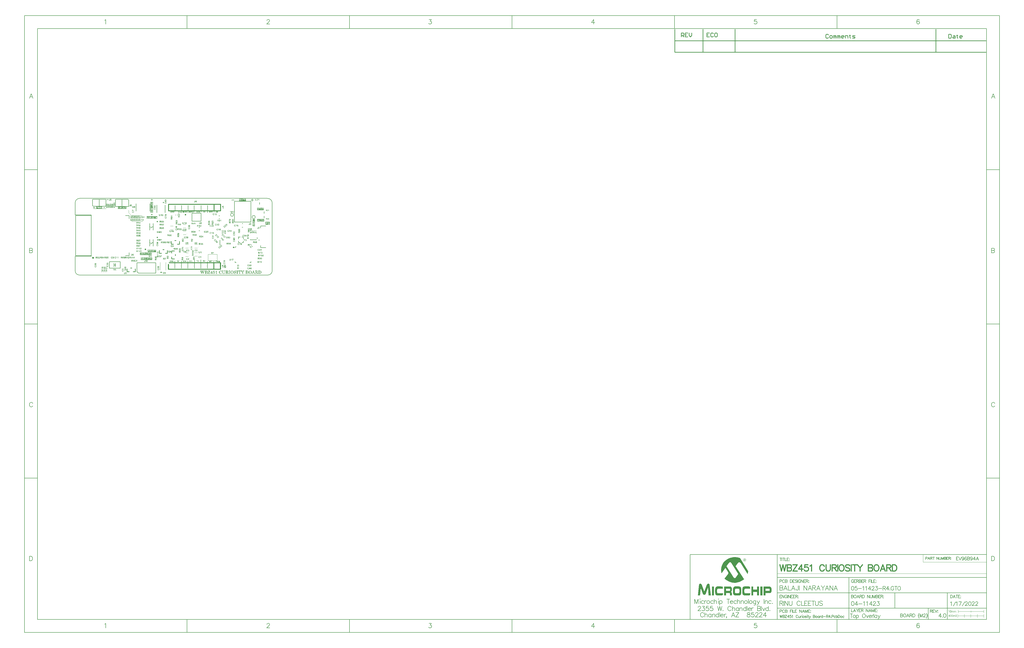
<source format=gto>
G04*
G04 #@! TF.GenerationSoftware,Altium Limited,Altium Designer,19.1.9 (167)*
G04*
G04 Layer_Color=65535*
%FSLAX43Y43*%
%MOMM*%
G71*
G01*
G75*
%ADD10C,0.356*%
%ADD11C,0.100*%
%ADD12C,0.150*%
%ADD13C,0.254*%
%ADD14C,0.508*%
%ADD15C,0.127*%
%ADD16C,0.200*%
%ADD17C,0.305*%
%ADD18C,0.150*%
%ADD19C,0.125*%
%ADD20C,0.203*%
%ADD21C,0.250*%
%ADD22C,0.178*%
%ADD23C,0.180*%
%ADD24C,0.381*%
G36*
X35488Y29545D02*
X35496Y29544D01*
X35504Y29543D01*
X35514Y29541D01*
X35525Y29538D01*
X35547Y29530D01*
X35559Y29525D01*
X35571Y29519D01*
X35584Y29512D01*
X35596Y29503D01*
X35608Y29493D01*
X35620Y29482D01*
X35621Y29481D01*
X35623Y29479D01*
X35626Y29476D01*
X35629Y29472D01*
X35634Y29466D01*
X35639Y29458D01*
X35645Y29450D01*
X35650Y29440D01*
X35655Y29429D01*
X35661Y29417D01*
X35666Y29404D01*
X35670Y29390D01*
X35674Y29375D01*
X35677Y29361D01*
X35679Y29344D01*
X35680Y29327D01*
X35680Y29318D01*
X35679Y29312D01*
X35678Y29304D01*
X35677Y29295D01*
X35676Y29285D01*
X35674Y29275D01*
X35668Y29252D01*
X35658Y29227D01*
X35653Y29215D01*
X35647Y29202D01*
X35639Y29190D01*
X35630Y29179D01*
X35629Y29178D01*
X35628Y29177D01*
X35625Y29174D01*
X35621Y29170D01*
X35616Y29165D01*
X35609Y29160D01*
X35602Y29156D01*
X35594Y29150D01*
X35575Y29138D01*
X35552Y29127D01*
X35527Y29118D01*
X35512Y29115D01*
X35497Y29113D01*
X35482Y29234D01*
X35483Y29234D01*
X35484Y29234D01*
X35490Y29235D01*
X35498Y29237D01*
X35509Y29240D01*
X35520Y29244D01*
X35532Y29249D01*
X35544Y29256D01*
X35553Y29265D01*
X35554Y29265D01*
X35557Y29269D01*
X35561Y29274D01*
X35565Y29282D01*
X35569Y29291D01*
X35573Y29301D01*
X35576Y29313D01*
X35577Y29326D01*
X35577Y29333D01*
X35575Y29340D01*
X35573Y29349D01*
X35570Y29359D01*
X35565Y29370D01*
X35558Y29380D01*
X35548Y29391D01*
X35547Y29392D01*
X35543Y29395D01*
X35537Y29400D01*
X35528Y29405D01*
X35516Y29409D01*
X35502Y29414D01*
X35486Y29417D01*
X35468Y29418D01*
X35467Y29418D01*
X35466Y29418D01*
X35460Y29418D01*
X35451Y29417D01*
X35441Y29415D01*
X35429Y29412D01*
X35417Y29407D01*
X35404Y29401D01*
X35393Y29392D01*
X35392Y29391D01*
X35389Y29387D01*
X35384Y29382D01*
X35379Y29374D01*
X35374Y29366D01*
X35369Y29355D01*
X35366Y29343D01*
X35365Y29330D01*
X35365Y29321D01*
X35366Y29314D01*
X35367Y29306D01*
X35369Y29296D01*
X35372Y29285D01*
X35375Y29273D01*
X35274Y29287D01*
X35274Y29295D01*
X35273Y29305D01*
X35272Y29316D01*
X35270Y29328D01*
X35266Y29341D01*
X35260Y29354D01*
X35253Y29365D01*
X35252Y29366D01*
X35249Y29369D01*
X35243Y29373D01*
X35236Y29378D01*
X35228Y29383D01*
X35217Y29388D01*
X35205Y29391D01*
X35191Y29392D01*
X35190Y29392D01*
X35185Y29392D01*
X35179Y29391D01*
X35172Y29390D01*
X35164Y29387D01*
X35155Y29384D01*
X35146Y29379D01*
X35138Y29372D01*
X35137Y29371D01*
X35135Y29369D01*
X35132Y29365D01*
X35128Y29359D01*
X35125Y29351D01*
X35122Y29342D01*
X35120Y29331D01*
X35119Y29319D01*
X35119Y29314D01*
X35120Y29308D01*
X35122Y29300D01*
X35125Y29291D01*
X35128Y29282D01*
X35133Y29272D01*
X35141Y29264D01*
X35142Y29263D01*
X35145Y29260D01*
X35150Y29257D01*
X35157Y29252D01*
X35167Y29247D01*
X35178Y29243D01*
X35191Y29239D01*
X35206Y29237D01*
X35187Y29122D01*
X35186Y29122D01*
X35184Y29123D01*
X35181Y29123D01*
X35177Y29124D01*
X35166Y29127D01*
X35152Y29131D01*
X35137Y29136D01*
X35122Y29142D01*
X35106Y29150D01*
X35092Y29158D01*
X35090Y29159D01*
X35086Y29162D01*
X35080Y29167D01*
X35071Y29175D01*
X35062Y29185D01*
X35053Y29196D01*
X35044Y29210D01*
X35036Y29225D01*
X35036Y29226D01*
X35035Y29227D01*
X35033Y29233D01*
X35029Y29242D01*
X35025Y29254D01*
X35022Y29268D01*
X35019Y29284D01*
X35017Y29303D01*
X35016Y29323D01*
X35016Y29332D01*
X35017Y29338D01*
X35018Y29346D01*
X35019Y29355D01*
X35020Y29366D01*
X35022Y29376D01*
X35030Y29399D01*
X35034Y29412D01*
X35040Y29424D01*
X35047Y29436D01*
X35055Y29449D01*
X35064Y29460D01*
X35075Y29471D01*
X35076Y29472D01*
X35077Y29473D01*
X35080Y29475D01*
X35083Y29477D01*
X35093Y29485D01*
X35107Y29494D01*
X35123Y29502D01*
X35140Y29510D01*
X35161Y29515D01*
X35172Y29517D01*
X35183Y29517D01*
X35184Y29517D01*
X35187Y29517D01*
X35191Y29516D01*
X35197Y29516D01*
X35205Y29514D01*
X35213Y29512D01*
X35222Y29509D01*
X35231Y29505D01*
X35242Y29500D01*
X35253Y29494D01*
X35265Y29486D01*
X35276Y29477D01*
X35288Y29467D01*
X35299Y29454D01*
X35310Y29440D01*
X35320Y29423D01*
X35320Y29424D01*
X35321Y29426D01*
X35321Y29428D01*
X35322Y29432D01*
X35326Y29443D01*
X35331Y29455D01*
X35337Y29470D01*
X35347Y29484D01*
X35359Y29498D01*
X35373Y29512D01*
X35375Y29513D01*
X35380Y29517D01*
X35389Y29523D01*
X35401Y29529D01*
X35416Y29535D01*
X35434Y29541D01*
X35452Y29545D01*
X35474Y29546D01*
X35475Y29546D01*
X35478Y29546D01*
X35482Y29546D01*
X35488Y29545D01*
X35488Y29545D02*
G37*
G36*
X13632Y29372D02*
X13632Y29371D01*
X13632Y29368D01*
X13632Y29364D01*
X13632Y29359D01*
X13632Y29352D01*
X13631Y29344D01*
X13630Y29326D01*
X13628Y29306D01*
X13626Y29285D01*
X13622Y29265D01*
X13617Y29247D01*
X13617Y29246D01*
X13616Y29245D01*
X13615Y29242D01*
X13613Y29238D01*
X13609Y29227D01*
X13602Y29215D01*
X13593Y29201D01*
X13580Y29185D01*
X13566Y29170D01*
X13548Y29156D01*
X13547Y29156D01*
X13546Y29155D01*
X13543Y29153D01*
X13539Y29151D01*
X13534Y29148D01*
X13528Y29145D01*
X13521Y29142D01*
X13513Y29139D01*
X13495Y29133D01*
X13472Y29127D01*
X13446Y29123D01*
X13416Y29122D01*
X13407Y29122D01*
X13401Y29123D01*
X13393Y29124D01*
X13384Y29125D01*
X13373Y29127D01*
X13362Y29129D01*
X13338Y29135D01*
X13313Y29145D01*
X13301Y29151D01*
X13290Y29158D01*
X13278Y29167D01*
X13268Y29176D01*
X13267Y29177D01*
X13266Y29179D01*
X13263Y29182D01*
X13260Y29186D01*
X13256Y29192D01*
X13252Y29199D01*
X13247Y29207D01*
X13242Y29216D01*
X13237Y29226D01*
X13232Y29238D01*
X13228Y29251D01*
X13224Y29265D01*
X13221Y29281D01*
X13218Y29298D01*
X13217Y29316D01*
X13216Y29334D01*
X13341Y29348D01*
X13341Y29347D01*
X13341Y29346D01*
X13341Y29343D01*
X13342Y29339D01*
X13342Y29329D01*
X13344Y29318D01*
X13346Y29304D01*
X13349Y29291D01*
X13352Y29279D01*
X13357Y29269D01*
X13358Y29268D01*
X13361Y29264D01*
X13366Y29258D01*
X13373Y29252D01*
X13382Y29245D01*
X13393Y29240D01*
X13405Y29236D01*
X13420Y29234D01*
X13427Y29234D01*
X13435Y29235D01*
X13444Y29237D01*
X13455Y29240D01*
X13465Y29245D01*
X13474Y29251D01*
X13482Y29259D01*
X13483Y29260D01*
X13485Y29264D01*
X13488Y29271D01*
X13492Y29282D01*
X13493Y29288D01*
X13495Y29296D01*
X13497Y29304D01*
X13498Y29314D01*
X13499Y29325D01*
X13500Y29336D01*
X13501Y29349D01*
X13501Y29363D01*
X13501Y29785D01*
X13632Y29785D01*
X13632Y29372D01*
X13632Y29372D02*
G37*
G36*
X14154Y29658D02*
X13919Y29658D01*
X13899Y29548D01*
X13901Y29549D01*
X13906Y29551D01*
X13915Y29555D01*
X13926Y29559D01*
X13937Y29562D01*
X13952Y29566D01*
X13968Y29568D01*
X13984Y29569D01*
X13992Y29569D01*
X13998Y29568D01*
X14005Y29567D01*
X14014Y29566D01*
X14023Y29564D01*
X14033Y29561D01*
X14055Y29554D01*
X14066Y29549D01*
X14078Y29543D01*
X14090Y29537D01*
X14102Y29529D01*
X14114Y29520D01*
X14125Y29509D01*
X14126Y29508D01*
X14128Y29506D01*
X14130Y29503D01*
X14134Y29498D01*
X14139Y29492D01*
X14143Y29485D01*
X14148Y29476D01*
X14154Y29466D01*
X14159Y29455D01*
X14164Y29443D01*
X14169Y29431D01*
X14174Y29417D01*
X14178Y29402D01*
X14180Y29386D01*
X14182Y29369D01*
X14183Y29351D01*
X14183Y29350D01*
X14183Y29347D01*
X14183Y29343D01*
X14182Y29337D01*
X14182Y29330D01*
X14181Y29323D01*
X14179Y29314D01*
X14177Y29304D01*
X14172Y29281D01*
X14163Y29257D01*
X14152Y29232D01*
X14144Y29220D01*
X14137Y29208D01*
X14136Y29207D01*
X14134Y29204D01*
X14130Y29200D01*
X14125Y29195D01*
X14119Y29188D01*
X14111Y29181D01*
X14101Y29173D01*
X14091Y29165D01*
X14079Y29157D01*
X14065Y29149D01*
X14051Y29142D01*
X14035Y29135D01*
X14019Y29130D01*
X14000Y29126D01*
X13981Y29123D01*
X13960Y29122D01*
X13951Y29122D01*
X13945Y29123D01*
X13937Y29123D01*
X13928Y29125D01*
X13919Y29126D01*
X13908Y29128D01*
X13885Y29134D01*
X13860Y29142D01*
X13836Y29154D01*
X13824Y29162D01*
X13814Y29170D01*
X13813Y29171D01*
X13812Y29172D01*
X13809Y29175D01*
X13805Y29179D01*
X13800Y29184D01*
X13795Y29190D01*
X13790Y29197D01*
X13784Y29205D01*
X13772Y29223D01*
X13761Y29245D01*
X13752Y29272D01*
X13749Y29286D01*
X13746Y29301D01*
X13870Y29314D01*
X13870Y29312D01*
X13871Y29307D01*
X13873Y29299D01*
X13876Y29289D01*
X13880Y29279D01*
X13885Y29267D01*
X13892Y29256D01*
X13901Y29246D01*
X13902Y29245D01*
X13906Y29242D01*
X13911Y29238D01*
X13919Y29234D01*
X13927Y29230D01*
X13937Y29226D01*
X13949Y29223D01*
X13961Y29222D01*
X13963Y29222D01*
X13968Y29223D01*
X13975Y29224D01*
X13984Y29226D01*
X13995Y29230D01*
X14006Y29236D01*
X14017Y29243D01*
X14028Y29254D01*
X14029Y29256D01*
X14032Y29260D01*
X14036Y29268D01*
X14041Y29278D01*
X14046Y29292D01*
X14051Y29308D01*
X14054Y29327D01*
X14055Y29349D01*
X14055Y29350D01*
X14055Y29352D01*
X14055Y29355D01*
X14055Y29359D01*
X14054Y29370D01*
X14052Y29383D01*
X14048Y29398D01*
X14043Y29413D01*
X14036Y29428D01*
X14028Y29439D01*
X14027Y29440D01*
X14023Y29444D01*
X14017Y29449D01*
X14009Y29455D01*
X13999Y29460D01*
X13987Y29465D01*
X13973Y29469D01*
X13958Y29470D01*
X13953Y29470D01*
X13949Y29469D01*
X13938Y29468D01*
X13926Y29464D01*
X13911Y29458D01*
X13894Y29450D01*
X13878Y29438D01*
X13869Y29431D01*
X13861Y29423D01*
X13761Y29436D01*
X13824Y29775D01*
X14154Y29775D01*
X14154Y29658D01*
X14154Y29658D02*
G37*
G36*
X71892Y29166D02*
X71767Y29166D01*
X71767Y29636D01*
X71766Y29635D01*
X71764Y29633D01*
X71760Y29630D01*
X71755Y29625D01*
X71748Y29620D01*
X71740Y29614D01*
X71731Y29607D01*
X71720Y29600D01*
X71709Y29592D01*
X71697Y29584D01*
X71670Y29569D01*
X71639Y29554D01*
X71605Y29542D01*
X71605Y29654D01*
X71606Y29654D01*
X71607Y29655D01*
X71610Y29656D01*
X71614Y29657D01*
X71624Y29661D01*
X71637Y29668D01*
X71653Y29676D01*
X71671Y29687D01*
X71691Y29699D01*
X71711Y29715D01*
X71712Y29716D01*
X71714Y29717D01*
X71717Y29720D01*
X71720Y29723D01*
X71730Y29732D01*
X71743Y29745D01*
X71756Y29759D01*
X71769Y29777D01*
X71781Y29797D01*
X71790Y29819D01*
X71892Y29819D01*
X71892Y29166D01*
X71892Y29166D02*
G37*
G36*
X71210Y29816D02*
X71228Y29815D01*
X71249Y29814D01*
X71269Y29812D01*
X71288Y29808D01*
X71306Y29804D01*
X71307Y29804D01*
X71309Y29803D01*
X71312Y29802D01*
X71316Y29801D01*
X71326Y29796D01*
X71340Y29790D01*
X71355Y29782D01*
X71371Y29771D01*
X71387Y29758D01*
X71403Y29744D01*
X71404Y29744D01*
X71405Y29742D01*
X71410Y29736D01*
X71417Y29727D01*
X71427Y29715D01*
X71437Y29699D01*
X71447Y29681D01*
X71457Y29661D01*
X71466Y29639D01*
X71466Y29638D01*
X71467Y29636D01*
X71468Y29633D01*
X71469Y29628D01*
X71471Y29622D01*
X71473Y29614D01*
X71475Y29606D01*
X71477Y29596D01*
X71479Y29585D01*
X71481Y29574D01*
X71485Y29547D01*
X71487Y29518D01*
X71487Y29485D01*
X71487Y29484D01*
X71487Y29481D01*
X71487Y29477D01*
X71487Y29471D01*
X71487Y29464D01*
X71487Y29456D01*
X71485Y29438D01*
X71483Y29416D01*
X71479Y29393D01*
X71474Y29369D01*
X71467Y29346D01*
X71467Y29345D01*
X71466Y29343D01*
X71465Y29339D01*
X71463Y29334D01*
X71460Y29329D01*
X71457Y29322D01*
X71449Y29306D01*
X71439Y29287D01*
X71427Y29268D01*
X71413Y29249D01*
X71397Y29231D01*
X71395Y29230D01*
X71391Y29226D01*
X71383Y29220D01*
X71374Y29213D01*
X71360Y29204D01*
X71344Y29195D01*
X71326Y29187D01*
X71305Y29179D01*
X71303Y29178D01*
X71297Y29177D01*
X71288Y29175D01*
X71275Y29173D01*
X71259Y29170D01*
X71239Y29168D01*
X71215Y29167D01*
X71189Y29166D01*
X70944Y29166D01*
X70944Y29817D01*
X71202Y29817D01*
X71210Y29816D01*
X71210Y29816D02*
G37*
G36*
X70524Y29276D02*
X70850Y29276D01*
X70850Y29166D01*
X70392Y29166D01*
X70392Y29811D01*
X70524Y29811D01*
X70524Y29276D01*
X70524Y29276D02*
G37*
G36*
X30023Y29495D02*
X30372Y29495D01*
X30372Y29347D01*
X30023Y29347D01*
X30023Y28998D01*
X29876Y28998D01*
X29876Y29347D01*
X29525Y29347D01*
X29525Y29495D01*
X29876Y29495D01*
X29876Y29844D01*
X30023Y29844D01*
X30023Y29495D01*
X30023Y29495D02*
G37*
G36*
X66698Y28981D02*
X64110Y28981D01*
X64110Y29886D01*
X66698Y29886D01*
X66698Y28981D01*
X66698Y28981D02*
G37*
G36*
X35465Y29051D02*
X35472Y29051D01*
X35480Y29050D01*
X35489Y29048D01*
X35499Y29046D01*
X35522Y29041D01*
X35546Y29032D01*
X35570Y29021D01*
X35583Y29013D01*
X35595Y29005D01*
X35596Y29004D01*
X35599Y29002D01*
X35603Y28998D01*
X35608Y28993D01*
X35615Y28987D01*
X35622Y28979D01*
X35630Y28969D01*
X35638Y28959D01*
X35646Y28948D01*
X35653Y28934D01*
X35660Y28920D01*
X35667Y28904D01*
X35672Y28887D01*
X35676Y28868D01*
X35679Y28849D01*
X35680Y28829D01*
X35680Y28820D01*
X35679Y28814D01*
X35679Y28806D01*
X35677Y28797D01*
X35676Y28787D01*
X35674Y28776D01*
X35668Y28753D01*
X35660Y28729D01*
X35649Y28705D01*
X35641Y28693D01*
X35633Y28682D01*
X35632Y28681D01*
X35631Y28680D01*
X35628Y28677D01*
X35624Y28673D01*
X35619Y28668D01*
X35613Y28663D01*
X35606Y28658D01*
X35598Y28652D01*
X35579Y28640D01*
X35557Y28630D01*
X35531Y28621D01*
X35517Y28618D01*
X35502Y28615D01*
X35489Y28739D01*
X35491Y28739D01*
X35496Y28739D01*
X35504Y28741D01*
X35514Y28744D01*
X35524Y28748D01*
X35536Y28753D01*
X35547Y28760D01*
X35556Y28769D01*
X35557Y28770D01*
X35560Y28774D01*
X35564Y28779D01*
X35568Y28787D01*
X35572Y28796D01*
X35576Y28806D01*
X35579Y28818D01*
X35580Y28830D01*
X35580Y28832D01*
X35579Y28837D01*
X35578Y28844D01*
X35576Y28852D01*
X35572Y28863D01*
X35566Y28874D01*
X35559Y28885D01*
X35548Y28896D01*
X35547Y28897D01*
X35543Y28900D01*
X35535Y28905D01*
X35525Y28910D01*
X35511Y28915D01*
X35495Y28920D01*
X35475Y28923D01*
X35453Y28924D01*
X35452Y28924D01*
X35450Y28924D01*
X35447Y28924D01*
X35443Y28924D01*
X35433Y28923D01*
X35420Y28921D01*
X35405Y28917D01*
X35390Y28912D01*
X35375Y28905D01*
X35363Y28896D01*
X35362Y28895D01*
X35358Y28891D01*
X35353Y28885D01*
X35347Y28877D01*
X35342Y28867D01*
X35337Y28855D01*
X35334Y28842D01*
X35333Y28827D01*
X35333Y28822D01*
X35334Y28818D01*
X35335Y28807D01*
X35338Y28794D01*
X35344Y28779D01*
X35352Y28762D01*
X35364Y28746D01*
X35372Y28738D01*
X35380Y28730D01*
X35366Y28630D01*
X35027Y28693D01*
X35027Y29023D01*
X35144Y29023D01*
X35144Y28787D01*
X35254Y28767D01*
X35253Y28769D01*
X35251Y28774D01*
X35247Y28783D01*
X35243Y28794D01*
X35240Y28806D01*
X35236Y28821D01*
X35234Y28837D01*
X35233Y28852D01*
X35233Y28860D01*
X35234Y28866D01*
X35235Y28873D01*
X35236Y28882D01*
X35238Y28891D01*
X35241Y28901D01*
X35248Y28924D01*
X35253Y28935D01*
X35259Y28947D01*
X35266Y28958D01*
X35274Y28970D01*
X35283Y28982D01*
X35294Y28993D01*
X35295Y28994D01*
X35297Y28996D01*
X35300Y28998D01*
X35305Y29002D01*
X35311Y29007D01*
X35318Y29012D01*
X35327Y29017D01*
X35336Y29023D01*
X35347Y29028D01*
X35359Y29033D01*
X35372Y29038D01*
X35386Y29043D01*
X35401Y29047D01*
X35417Y29049D01*
X35434Y29051D01*
X35451Y29052D01*
X35452Y29052D01*
X35455Y29052D01*
X35459Y29052D01*
X35465Y29051D01*
X35465Y29051D02*
G37*
G36*
X46907Y28689D02*
X46907Y28688D01*
X46907Y28685D01*
X46907Y28681D01*
X46907Y28676D01*
X46907Y28669D01*
X46906Y28661D01*
X46905Y28643D01*
X46903Y28623D01*
X46901Y28602D01*
X46898Y28582D01*
X46893Y28564D01*
X46893Y28563D01*
X46892Y28562D01*
X46891Y28559D01*
X46889Y28555D01*
X46884Y28544D01*
X46877Y28531D01*
X46868Y28518D01*
X46855Y28502D01*
X46841Y28487D01*
X46823Y28473D01*
X46822Y28473D01*
X46821Y28472D01*
X46818Y28470D01*
X46814Y28468D01*
X46809Y28465D01*
X46803Y28462D01*
X46796Y28459D01*
X46789Y28456D01*
X46770Y28450D01*
X46747Y28444D01*
X46721Y28440D01*
X46691Y28439D01*
X46683Y28439D01*
X46676Y28440D01*
X46668Y28441D01*
X46659Y28442D01*
X46648Y28444D01*
X46637Y28446D01*
X46613Y28452D01*
X46588Y28462D01*
X46577Y28468D01*
X46565Y28475D01*
X46553Y28484D01*
X46543Y28493D01*
X46542Y28494D01*
X46541Y28496D01*
X46538Y28499D01*
X46535Y28503D01*
X46531Y28509D01*
X46527Y28516D01*
X46522Y28524D01*
X46517Y28532D01*
X46512Y28543D01*
X46507Y28555D01*
X46503Y28568D01*
X46499Y28582D01*
X46496Y28598D01*
X46493Y28615D01*
X46492Y28632D01*
X46491Y28651D01*
X46616Y28665D01*
X46616Y28664D01*
X46616Y28663D01*
X46616Y28660D01*
X46617Y28656D01*
X46617Y28646D01*
X46619Y28634D01*
X46621Y28621D01*
X46624Y28608D01*
X46627Y28596D01*
X46632Y28586D01*
X46633Y28585D01*
X46636Y28581D01*
X46641Y28575D01*
X46648Y28569D01*
X46657Y28562D01*
X46668Y28557D01*
X46681Y28553D01*
X46695Y28551D01*
X46702Y28551D01*
X46710Y28552D01*
X46719Y28554D01*
X46730Y28557D01*
X46740Y28562D01*
X46749Y28568D01*
X46757Y28576D01*
X46758Y28577D01*
X46760Y28581D01*
X46763Y28588D01*
X46767Y28599D01*
X46768Y28605D01*
X46770Y28613D01*
X46772Y28621D01*
X46773Y28631D01*
X46774Y28641D01*
X46775Y28653D01*
X46776Y28666D01*
X46776Y28680D01*
X46776Y29102D01*
X46907Y29102D01*
X46907Y28689D01*
X46907Y28689D02*
G37*
G36*
X47385Y28691D02*
X47465Y28691D01*
X47465Y28582D01*
X47385Y28582D01*
X47385Y28451D01*
X47264Y28451D01*
X47264Y28582D01*
X46998Y28582D01*
X46998Y28690D01*
X47280Y29104D01*
X47385Y29104D01*
X47385Y28691D01*
X47385Y28691D02*
G37*
G36*
X35473Y28527D02*
X35478Y28525D01*
X35486Y28522D01*
X35495Y28519D01*
X35505Y28515D01*
X35517Y28510D01*
X35529Y28504D01*
X35554Y28491D01*
X35581Y28474D01*
X35606Y28453D01*
X35618Y28442D01*
X35628Y28429D01*
X35629Y28428D01*
X35630Y28426D01*
X35633Y28423D01*
X35636Y28418D01*
X35640Y28411D01*
X35644Y28403D01*
X35649Y28393D01*
X35653Y28382D01*
X35658Y28370D01*
X35663Y28357D01*
X35667Y28343D01*
X35671Y28328D01*
X35674Y28312D01*
X35677Y28295D01*
X35678Y28276D01*
X35679Y28257D01*
X35679Y28251D01*
X35678Y28244D01*
X35678Y28235D01*
X35676Y28224D01*
X35674Y28212D01*
X35672Y28198D01*
X35668Y28182D01*
X35663Y28165D01*
X35657Y28148D01*
X35651Y28130D01*
X35642Y28112D01*
X35632Y28095D01*
X35620Y28077D01*
X35607Y28060D01*
X35591Y28044D01*
X35590Y28043D01*
X35587Y28040D01*
X35582Y28036D01*
X35575Y28031D01*
X35566Y28025D01*
X35555Y28017D01*
X35543Y28010D01*
X35528Y28002D01*
X35512Y27995D01*
X35493Y27988D01*
X35473Y27981D01*
X35451Y27974D01*
X35429Y27969D01*
X35404Y27965D01*
X35377Y27962D01*
X35349Y27961D01*
X35347Y27961D01*
X35342Y27961D01*
X35334Y27962D01*
X35323Y27962D01*
X35309Y27964D01*
X35293Y27965D01*
X35276Y27968D01*
X35257Y27972D01*
X35236Y27976D01*
X35217Y27982D01*
X35195Y27988D01*
X35174Y27996D01*
X35153Y28005D01*
X35133Y28016D01*
X35115Y28029D01*
X35097Y28044D01*
X35096Y28045D01*
X35093Y28048D01*
X35089Y28053D01*
X35083Y28059D01*
X35076Y28068D01*
X35068Y28078D01*
X35060Y28090D01*
X35051Y28104D01*
X35043Y28118D01*
X35035Y28135D01*
X35027Y28153D01*
X35020Y28173D01*
X35015Y28194D01*
X35011Y28216D01*
X35008Y28240D01*
X35007Y28265D01*
X35007Y28277D01*
X35008Y28285D01*
X35009Y28295D01*
X35011Y28307D01*
X35013Y28319D01*
X35016Y28333D01*
X35020Y28349D01*
X35024Y28364D01*
X35029Y28381D01*
X35036Y28397D01*
X35045Y28413D01*
X35054Y28428D01*
X35065Y28443D01*
X35078Y28458D01*
X35078Y28459D01*
X35080Y28460D01*
X35086Y28465D01*
X35095Y28473D01*
X35109Y28483D01*
X35125Y28494D01*
X35145Y28506D01*
X35169Y28517D01*
X35197Y28526D01*
X35228Y28396D01*
X35227Y28396D01*
X35226Y28395D01*
X35220Y28394D01*
X35211Y28390D01*
X35199Y28385D01*
X35186Y28379D01*
X35173Y28370D01*
X35160Y28360D01*
X35148Y28347D01*
X35147Y28345D01*
X35143Y28340D01*
X35138Y28333D01*
X35133Y28322D01*
X35127Y28310D01*
X35124Y28294D01*
X35120Y28277D01*
X35119Y28258D01*
X35119Y28251D01*
X35120Y28246D01*
X35121Y28240D01*
X35122Y28233D01*
X35125Y28216D01*
X35131Y28198D01*
X35140Y28178D01*
X35146Y28169D01*
X35153Y28159D01*
X35162Y28150D01*
X35171Y28141D01*
X35172Y28141D01*
X35173Y28139D01*
X35177Y28137D01*
X35181Y28134D01*
X35187Y28131D01*
X35194Y28127D01*
X35202Y28123D01*
X35212Y28119D01*
X35223Y28114D01*
X35234Y28110D01*
X35248Y28107D01*
X35264Y28104D01*
X35280Y28101D01*
X35299Y28099D01*
X35319Y28098D01*
X35339Y28097D01*
X35340Y28097D01*
X35344Y28097D01*
X35351Y28097D01*
X35359Y28098D01*
X35370Y28098D01*
X35381Y28099D01*
X35394Y28101D01*
X35408Y28103D01*
X35437Y28107D01*
X35466Y28115D01*
X35480Y28120D01*
X35493Y28126D01*
X35505Y28132D01*
X35516Y28140D01*
X35517Y28141D01*
X35518Y28142D01*
X35524Y28148D01*
X35532Y28158D01*
X35542Y28171D01*
X35551Y28188D01*
X35559Y28208D01*
X35565Y28230D01*
X35566Y28242D01*
X35567Y28255D01*
X35567Y28260D01*
X35566Y28264D01*
X35565Y28274D01*
X35563Y28286D01*
X35559Y28301D01*
X35553Y28316D01*
X35546Y28330D01*
X35535Y28345D01*
X35533Y28347D01*
X35529Y28351D01*
X35520Y28358D01*
X35509Y28366D01*
X35494Y28375D01*
X35475Y28384D01*
X35454Y28393D01*
X35429Y28400D01*
X35468Y28528D01*
X35469Y28528D01*
X35473Y28527D01*
X35473Y28527D02*
G37*
G36*
X15616Y28117D02*
X15147Y28117D01*
X15148Y28116D01*
X15150Y28114D01*
X15153Y28110D01*
X15158Y28105D01*
X15163Y28098D01*
X15169Y28091D01*
X15176Y28082D01*
X15183Y28071D01*
X15190Y28060D01*
X15198Y28047D01*
X15213Y28020D01*
X15228Y27990D01*
X15241Y27956D01*
X15128Y27956D01*
X15128Y27957D01*
X15127Y27958D01*
X15126Y27961D01*
X15125Y27965D01*
X15121Y27975D01*
X15114Y27988D01*
X15106Y28003D01*
X15095Y28021D01*
X15084Y28041D01*
X15068Y28062D01*
X15067Y28063D01*
X15066Y28065D01*
X15063Y28068D01*
X15060Y28071D01*
X15051Y28081D01*
X15038Y28094D01*
X15023Y28106D01*
X15005Y28119D01*
X14985Y28131D01*
X14964Y28140D01*
X14964Y28242D01*
X15616Y28242D01*
X15616Y28117D01*
X15616Y28117D02*
G37*
G36*
X14014Y27844D02*
X14022Y27843D01*
X14030Y27842D01*
X14040Y27840D01*
X14050Y27837D01*
X14073Y27829D01*
X14085Y27824D01*
X14097Y27818D01*
X14110Y27811D01*
X14122Y27802D01*
X14134Y27792D01*
X14146Y27781D01*
X14146Y27781D01*
X14148Y27779D01*
X14151Y27776D01*
X14154Y27771D01*
X14159Y27765D01*
X14164Y27757D01*
X14170Y27749D01*
X14175Y27739D01*
X14181Y27728D01*
X14187Y27716D01*
X14192Y27703D01*
X14196Y27689D01*
X14200Y27675D01*
X14203Y27660D01*
X14205Y27643D01*
X14206Y27626D01*
X14206Y27617D01*
X14205Y27611D01*
X14204Y27603D01*
X14203Y27594D01*
X14202Y27584D01*
X14200Y27574D01*
X14194Y27551D01*
X14184Y27526D01*
X14179Y27514D01*
X14172Y27501D01*
X14164Y27489D01*
X14155Y27478D01*
X14154Y27477D01*
X14153Y27476D01*
X14150Y27473D01*
X14146Y27469D01*
X14142Y27465D01*
X14135Y27460D01*
X14128Y27455D01*
X14120Y27449D01*
X14101Y27437D01*
X14078Y27426D01*
X14052Y27417D01*
X14038Y27414D01*
X14023Y27412D01*
X14008Y27533D01*
X14009Y27533D01*
X14010Y27533D01*
X14016Y27534D01*
X14024Y27536D01*
X14035Y27539D01*
X14045Y27543D01*
X14057Y27548D01*
X14069Y27555D01*
X14079Y27564D01*
X14080Y27565D01*
X14083Y27569D01*
X14087Y27573D01*
X14091Y27581D01*
X14095Y27590D01*
X14099Y27600D01*
X14102Y27612D01*
X14103Y27625D01*
X14103Y27632D01*
X14101Y27639D01*
X14099Y27648D01*
X14096Y27658D01*
X14091Y27669D01*
X14084Y27679D01*
X14074Y27690D01*
X14073Y27691D01*
X14068Y27694D01*
X14062Y27699D01*
X14053Y27704D01*
X14042Y27708D01*
X14028Y27713D01*
X14012Y27716D01*
X13994Y27717D01*
X13993Y27717D01*
X13992Y27717D01*
X13986Y27717D01*
X13977Y27716D01*
X13966Y27714D01*
X13954Y27711D01*
X13942Y27706D01*
X13930Y27700D01*
X13919Y27691D01*
X13918Y27690D01*
X13915Y27686D01*
X13910Y27681D01*
X13905Y27674D01*
X13900Y27665D01*
X13895Y27654D01*
X13892Y27642D01*
X13891Y27629D01*
X13891Y27620D01*
X13892Y27613D01*
X13893Y27605D01*
X13895Y27595D01*
X13898Y27584D01*
X13901Y27572D01*
X13800Y27586D01*
X13800Y27594D01*
X13799Y27604D01*
X13798Y27615D01*
X13796Y27627D01*
X13792Y27640D01*
X13786Y27653D01*
X13779Y27664D01*
X13778Y27665D01*
X13775Y27668D01*
X13769Y27673D01*
X13762Y27677D01*
X13753Y27682D01*
X13742Y27687D01*
X13730Y27690D01*
X13717Y27691D01*
X13716Y27691D01*
X13711Y27691D01*
X13705Y27690D01*
X13698Y27689D01*
X13690Y27686D01*
X13681Y27683D01*
X13672Y27678D01*
X13664Y27672D01*
X13663Y27671D01*
X13661Y27668D01*
X13658Y27664D01*
X13654Y27658D01*
X13650Y27650D01*
X13647Y27641D01*
X13645Y27630D01*
X13644Y27618D01*
X13644Y27613D01*
X13645Y27607D01*
X13647Y27599D01*
X13650Y27590D01*
X13654Y27581D01*
X13659Y27572D01*
X13667Y27563D01*
X13668Y27562D01*
X13671Y27559D01*
X13676Y27556D01*
X13683Y27551D01*
X13693Y27546D01*
X13704Y27542D01*
X13717Y27538D01*
X13731Y27536D01*
X13713Y27421D01*
X13712Y27421D01*
X13710Y27422D01*
X13707Y27422D01*
X13703Y27423D01*
X13692Y27426D01*
X13678Y27430D01*
X13663Y27435D01*
X13647Y27441D01*
X13631Y27449D01*
X13618Y27457D01*
X13616Y27458D01*
X13612Y27462D01*
X13606Y27466D01*
X13597Y27474D01*
X13588Y27484D01*
X13579Y27495D01*
X13570Y27509D01*
X13562Y27524D01*
X13562Y27525D01*
X13561Y27526D01*
X13559Y27532D01*
X13555Y27541D01*
X13551Y27553D01*
X13548Y27568D01*
X13544Y27583D01*
X13542Y27602D01*
X13541Y27622D01*
X13541Y27631D01*
X13542Y27637D01*
X13543Y27645D01*
X13544Y27654D01*
X13546Y27665D01*
X13548Y27676D01*
X13556Y27698D01*
X13560Y27711D01*
X13566Y27723D01*
X13573Y27735D01*
X13581Y27748D01*
X13590Y27759D01*
X13601Y27770D01*
X13602Y27771D01*
X13603Y27772D01*
X13606Y27774D01*
X13609Y27777D01*
X13619Y27784D01*
X13632Y27793D01*
X13648Y27801D01*
X13666Y27809D01*
X13687Y27814D01*
X13698Y27816D01*
X13709Y27816D01*
X13710Y27816D01*
X13713Y27816D01*
X13717Y27815D01*
X13723Y27815D01*
X13730Y27813D01*
X13738Y27811D01*
X13747Y27808D01*
X13757Y27804D01*
X13768Y27799D01*
X13779Y27793D01*
X13791Y27785D01*
X13802Y27777D01*
X13814Y27766D01*
X13825Y27753D01*
X13835Y27739D01*
X13845Y27722D01*
X13845Y27723D01*
X13846Y27725D01*
X13846Y27727D01*
X13847Y27731D01*
X13851Y27742D01*
X13856Y27754D01*
X13863Y27769D01*
X13873Y27783D01*
X13885Y27797D01*
X13899Y27811D01*
X13901Y27812D01*
X13906Y27816D01*
X13915Y27822D01*
X13927Y27828D01*
X13941Y27834D01*
X13959Y27840D01*
X13978Y27844D01*
X14000Y27845D01*
X14001Y27845D01*
X14004Y27845D01*
X14008Y27845D01*
X14014Y27844D01*
X14014Y27844D02*
G37*
G36*
X12772Y27401D02*
X12771Y27401D01*
X12769Y27401D01*
X12765Y27402D01*
X12761Y27403D01*
X12755Y27404D01*
X12748Y27405D01*
X12732Y27409D01*
X12712Y27414D01*
X12691Y27422D01*
X12670Y27431D01*
X12648Y27443D01*
X12647Y27443D01*
X12645Y27445D01*
X12642Y27447D01*
X12637Y27450D01*
X12631Y27455D01*
X12624Y27460D01*
X12615Y27466D01*
X12606Y27473D01*
X12595Y27482D01*
X12583Y27493D01*
X12571Y27504D01*
X12557Y27517D01*
X12542Y27532D01*
X12526Y27547D01*
X12509Y27565D01*
X12491Y27583D01*
X12490Y27584D01*
X12488Y27587D01*
X12483Y27591D01*
X12478Y27597D01*
X12472Y27603D01*
X12465Y27611D01*
X12449Y27628D01*
X12431Y27646D01*
X12413Y27663D01*
X12405Y27671D01*
X12398Y27677D01*
X12391Y27683D01*
X12385Y27687D01*
X12383Y27688D01*
X12378Y27691D01*
X12371Y27695D01*
X12362Y27700D01*
X12350Y27705D01*
X12337Y27709D01*
X12323Y27712D01*
X12309Y27713D01*
X12307Y27713D01*
X12302Y27713D01*
X12294Y27712D01*
X12285Y27710D01*
X12275Y27707D01*
X12264Y27703D01*
X12254Y27698D01*
X12245Y27690D01*
X12244Y27689D01*
X12241Y27686D01*
X12238Y27681D01*
X12233Y27675D01*
X12229Y27666D01*
X12226Y27655D01*
X12223Y27642D01*
X12222Y27628D01*
X12222Y27622D01*
X12223Y27614D01*
X12225Y27606D01*
X12228Y27596D01*
X12232Y27585D01*
X12238Y27575D01*
X12246Y27566D01*
X12247Y27565D01*
X12251Y27562D01*
X12256Y27559D01*
X12264Y27554D01*
X12275Y27550D01*
X12288Y27545D01*
X12305Y27542D01*
X12324Y27540D01*
X12312Y27416D01*
X12311Y27416D01*
X12307Y27417D01*
X12302Y27417D01*
X12295Y27419D01*
X12286Y27420D01*
X12277Y27423D01*
X12266Y27425D01*
X12255Y27429D01*
X12231Y27438D01*
X12206Y27450D01*
X12194Y27458D01*
X12183Y27465D01*
X12173Y27475D01*
X12164Y27485D01*
X12163Y27486D01*
X12162Y27488D01*
X12160Y27491D01*
X12157Y27496D01*
X12154Y27501D01*
X12150Y27508D01*
X12146Y27516D01*
X12142Y27526D01*
X12138Y27536D01*
X12134Y27547D01*
X12126Y27572D01*
X12121Y27599D01*
X12119Y27615D01*
X12119Y27640D01*
X12120Y27647D01*
X12121Y27655D01*
X12122Y27665D01*
X12123Y27675D01*
X12126Y27686D01*
X12132Y27710D01*
X12141Y27736D01*
X12147Y27748D01*
X12154Y27761D01*
X12162Y27772D01*
X12171Y27782D01*
X12172Y27783D01*
X12173Y27784D01*
X12176Y27787D01*
X12180Y27791D01*
X12185Y27795D01*
X12192Y27800D01*
X12207Y27810D01*
X12226Y27820D01*
X12248Y27829D01*
X12272Y27836D01*
X12286Y27837D01*
X12300Y27838D01*
X12302Y27838D01*
X12307Y27838D01*
X12316Y27837D01*
X12327Y27836D01*
X12340Y27834D01*
X12354Y27831D01*
X12369Y27827D01*
X12384Y27822D01*
X12386Y27821D01*
X12391Y27819D01*
X12399Y27815D01*
X12409Y27810D01*
X12422Y27803D01*
X12436Y27794D01*
X12451Y27783D01*
X12467Y27772D01*
X12468Y27771D01*
X12472Y27768D01*
X12478Y27762D01*
X12487Y27753D01*
X12499Y27742D01*
X12514Y27727D01*
X12531Y27710D01*
X12550Y27689D01*
X12551Y27688D01*
X12552Y27686D01*
X12555Y27683D01*
X12559Y27680D01*
X12568Y27671D01*
X12579Y27659D01*
X12591Y27646D01*
X12603Y27634D01*
X12614Y27623D01*
X12618Y27619D01*
X12622Y27615D01*
X12623Y27614D01*
X12625Y27612D01*
X12628Y27609D01*
X12633Y27606D01*
X12643Y27597D01*
X12656Y27589D01*
X12656Y27838D01*
X12772Y27838D01*
X12772Y27401D01*
X12772Y27401D02*
G37*
G36*
X13491Y27612D02*
X13021Y27612D01*
X13022Y27611D01*
X13024Y27609D01*
X13027Y27605D01*
X13032Y27600D01*
X13037Y27593D01*
X13043Y27585D01*
X13050Y27576D01*
X13057Y27566D01*
X13065Y27555D01*
X13073Y27542D01*
X13088Y27515D01*
X13103Y27484D01*
X13115Y27451D01*
X13002Y27451D01*
X13002Y27452D01*
X13002Y27453D01*
X13000Y27456D01*
X13000Y27460D01*
X12996Y27469D01*
X12989Y27482D01*
X12981Y27498D01*
X12970Y27516D01*
X12958Y27536D01*
X12942Y27557D01*
X12941Y27558D01*
X12940Y27560D01*
X12937Y27563D01*
X12934Y27566D01*
X12925Y27575D01*
X12912Y27588D01*
X12897Y27601D01*
X12880Y27614D01*
X12860Y27626D01*
X12838Y27635D01*
X12838Y27737D01*
X13491Y27737D01*
X13491Y27612D01*
X13491Y27612D02*
G37*
G36*
X14610Y27840D02*
X14625Y27839D01*
X14642Y27837D01*
X14661Y27835D01*
X14680Y27833D01*
X14723Y27825D01*
X14744Y27819D01*
X14766Y27813D01*
X14785Y27805D01*
X14805Y27796D01*
X14823Y27786D01*
X14839Y27775D01*
X14840Y27774D01*
X14842Y27772D01*
X14846Y27768D01*
X14851Y27763D01*
X14857Y27756D01*
X14864Y27748D01*
X14871Y27739D01*
X14878Y27728D01*
X14885Y27716D01*
X14892Y27703D01*
X14899Y27689D01*
X14905Y27675D01*
X14910Y27658D01*
X14914Y27641D01*
X14916Y27622D01*
X14917Y27603D01*
X14917Y27596D01*
X14916Y27590D01*
X14916Y27584D01*
X14915Y27576D01*
X14912Y27560D01*
X14907Y27540D01*
X14900Y27519D01*
X14890Y27498D01*
X14877Y27479D01*
X14876Y27479D01*
X14875Y27477D01*
X14869Y27471D01*
X14860Y27464D01*
X14846Y27455D01*
X14829Y27445D01*
X14808Y27435D01*
X14783Y27426D01*
X14756Y27420D01*
X14742Y27541D01*
X14744Y27541D01*
X14748Y27542D01*
X14755Y27543D01*
X14763Y27545D01*
X14772Y27548D01*
X14781Y27552D01*
X14789Y27557D01*
X14797Y27563D01*
X14798Y27564D01*
X14800Y27566D01*
X14802Y27571D01*
X14805Y27575D01*
X14809Y27583D01*
X14811Y27591D01*
X14813Y27601D01*
X14814Y27612D01*
X14814Y27614D01*
X14813Y27619D01*
X14812Y27626D01*
X14810Y27635D01*
X14805Y27645D01*
X14799Y27656D01*
X14791Y27667D01*
X14779Y27677D01*
X14777Y27678D01*
X14775Y27680D01*
X14773Y27681D01*
X14768Y27684D01*
X14763Y27686D01*
X14756Y27689D01*
X14748Y27692D01*
X14738Y27694D01*
X14728Y27697D01*
X14716Y27700D01*
X14702Y27703D01*
X14687Y27706D01*
X14670Y27708D01*
X14652Y27710D01*
X14632Y27712D01*
X14633Y27711D01*
X14634Y27710D01*
X14637Y27707D01*
X14641Y27703D01*
X14649Y27693D01*
X14659Y27679D01*
X14669Y27663D01*
X14677Y27643D01*
X14684Y27620D01*
X14685Y27607D01*
X14686Y27594D01*
X14686Y27587D01*
X14685Y27581D01*
X14684Y27574D01*
X14683Y27568D01*
X14679Y27550D01*
X14672Y27529D01*
X14667Y27518D01*
X14662Y27506D01*
X14655Y27495D01*
X14647Y27484D01*
X14638Y27473D01*
X14628Y27463D01*
X14627Y27462D01*
X14625Y27461D01*
X14622Y27458D01*
X14617Y27454D01*
X14611Y27450D01*
X14604Y27445D01*
X14596Y27440D01*
X14586Y27435D01*
X14575Y27430D01*
X14564Y27425D01*
X14552Y27420D01*
X14538Y27416D01*
X14507Y27409D01*
X14491Y27408D01*
X14473Y27407D01*
X14472Y27407D01*
X14469Y27407D01*
X14463Y27407D01*
X14457Y27408D01*
X14449Y27409D01*
X14439Y27410D01*
X14428Y27412D01*
X14416Y27414D01*
X14391Y27421D01*
X14377Y27426D01*
X14364Y27432D01*
X14351Y27439D01*
X14338Y27447D01*
X14326Y27456D01*
X14314Y27465D01*
X14313Y27466D01*
X14311Y27468D01*
X14308Y27471D01*
X14304Y27476D01*
X14300Y27482D01*
X14294Y27489D01*
X14289Y27497D01*
X14283Y27506D01*
X14277Y27516D01*
X14272Y27528D01*
X14266Y27540D01*
X14262Y27554D01*
X14258Y27568D01*
X14255Y27582D01*
X14253Y27598D01*
X14252Y27615D01*
X14252Y27625D01*
X14253Y27632D01*
X14254Y27640D01*
X14256Y27650D01*
X14259Y27661D01*
X14262Y27673D01*
X14266Y27685D01*
X14271Y27698D01*
X14277Y27712D01*
X14285Y27725D01*
X14294Y27739D01*
X14304Y27753D01*
X14316Y27766D01*
X14330Y27778D01*
X14331Y27779D01*
X14334Y27781D01*
X14338Y27783D01*
X14345Y27787D01*
X14352Y27792D01*
X14363Y27797D01*
X14375Y27803D01*
X14390Y27809D01*
X14406Y27815D01*
X14425Y27821D01*
X14446Y27826D01*
X14468Y27831D01*
X14493Y27835D01*
X14520Y27838D01*
X14550Y27840D01*
X14581Y27841D01*
X14583Y27841D01*
X14589Y27841D01*
X14598Y27841D01*
X14610Y27840D01*
X14610Y27840D02*
G37*
G36*
X15326Y27838D02*
X15342Y27837D01*
X15359Y27836D01*
X15379Y27834D01*
X15400Y27831D01*
X15443Y27823D01*
X15465Y27818D01*
X15487Y27812D01*
X15507Y27804D01*
X15527Y27795D01*
X15546Y27785D01*
X15562Y27775D01*
X15563Y27774D01*
X15565Y27773D01*
X15568Y27770D01*
X15572Y27765D01*
X15578Y27760D01*
X15583Y27753D01*
X15589Y27746D01*
X15595Y27737D01*
X15602Y27727D01*
X15608Y27716D01*
X15612Y27703D01*
X15617Y27690D01*
X15622Y27677D01*
X15625Y27662D01*
X15627Y27645D01*
X15628Y27628D01*
X15628Y27624D01*
X15627Y27619D01*
X15627Y27612D01*
X15626Y27604D01*
X15624Y27595D01*
X15622Y27584D01*
X15619Y27573D01*
X15615Y27562D01*
X15611Y27549D01*
X15605Y27536D01*
X15598Y27523D01*
X15590Y27510D01*
X15580Y27498D01*
X15569Y27485D01*
X15556Y27474D01*
X15555Y27473D01*
X15552Y27472D01*
X15548Y27469D01*
X15541Y27465D01*
X15533Y27462D01*
X15523Y27457D01*
X15510Y27451D01*
X15496Y27446D01*
X15479Y27441D01*
X15460Y27435D01*
X15439Y27430D01*
X15415Y27426D01*
X15389Y27422D01*
X15361Y27420D01*
X15329Y27418D01*
X15295Y27417D01*
X15295Y27417D01*
X15294Y27417D01*
X15288Y27417D01*
X15278Y27417D01*
X15266Y27418D01*
X15250Y27419D01*
X15233Y27420D01*
X15214Y27422D01*
X15193Y27425D01*
X15150Y27433D01*
X15128Y27438D01*
X15106Y27444D01*
X15085Y27451D01*
X15066Y27460D01*
X15047Y27469D01*
X15031Y27480D01*
X15030Y27481D01*
X15028Y27482D01*
X15025Y27486D01*
X15020Y27490D01*
X15015Y27495D01*
X15009Y27502D01*
X15003Y27510D01*
X14997Y27519D01*
X14991Y27529D01*
X14984Y27540D01*
X14979Y27552D01*
X14975Y27565D01*
X14970Y27579D01*
X14967Y27594D01*
X14965Y27611D01*
X14964Y27628D01*
X14964Y27637D01*
X14965Y27644D01*
X14966Y27652D01*
X14968Y27661D01*
X14970Y27671D01*
X14973Y27681D01*
X14976Y27693D01*
X14980Y27705D01*
X14985Y27718D01*
X14992Y27730D01*
X15000Y27742D01*
X15009Y27754D01*
X15020Y27765D01*
X15032Y27776D01*
X15033Y27777D01*
X15036Y27779D01*
X15041Y27781D01*
X15047Y27785D01*
X15056Y27790D01*
X15067Y27795D01*
X15080Y27801D01*
X15094Y27807D01*
X15112Y27813D01*
X15131Y27819D01*
X15153Y27824D01*
X15177Y27829D01*
X15203Y27833D01*
X15232Y27836D01*
X15263Y27838D01*
X15296Y27839D01*
X15297Y27839D01*
X15298Y27839D01*
X15304Y27839D01*
X15314Y27839D01*
X15326Y27838D01*
X15326Y27838D02*
G37*
G36*
X21936Y27576D02*
X21942Y27576D01*
X21949Y27575D01*
X21967Y27572D01*
X21985Y27567D01*
X22006Y27559D01*
X22027Y27549D01*
X22046Y27535D01*
X22047Y27535D01*
X22048Y27533D01*
X22054Y27527D01*
X22062Y27518D01*
X22072Y27504D01*
X22082Y27488D01*
X22092Y27467D01*
X22101Y27442D01*
X22108Y27414D01*
X21987Y27401D01*
X21987Y27403D01*
X21986Y27407D01*
X21984Y27414D01*
X21982Y27422D01*
X21979Y27431D01*
X21975Y27440D01*
X21970Y27449D01*
X21964Y27456D01*
X21963Y27457D01*
X21961Y27459D01*
X21957Y27462D01*
X21951Y27465D01*
X21944Y27468D01*
X21936Y27471D01*
X21927Y27473D01*
X21916Y27474D01*
X21914Y27474D01*
X21909Y27473D01*
X21902Y27472D01*
X21893Y27470D01*
X21882Y27465D01*
X21870Y27459D01*
X21860Y27450D01*
X21849Y27438D01*
X21848Y27436D01*
X21846Y27434D01*
X21845Y27431D01*
X21843Y27426D01*
X21840Y27421D01*
X21837Y27414D01*
X21835Y27406D01*
X21832Y27398D01*
X21829Y27387D01*
X21826Y27375D01*
X21823Y27361D01*
X21821Y27346D01*
X21819Y27329D01*
X21817Y27310D01*
X21815Y27291D01*
X21816Y27292D01*
X21817Y27292D01*
X21820Y27295D01*
X21823Y27299D01*
X21834Y27308D01*
X21847Y27318D01*
X21864Y27328D01*
X21883Y27337D01*
X21906Y27344D01*
X21918Y27345D01*
X21931Y27346D01*
X21939Y27346D01*
X21944Y27345D01*
X21951Y27344D01*
X21959Y27343D01*
X21976Y27338D01*
X21997Y27331D01*
X22008Y27326D01*
X22019Y27320D01*
X22031Y27313D01*
X22042Y27305D01*
X22053Y27296D01*
X22064Y27286D01*
X22065Y27285D01*
X22066Y27283D01*
X22069Y27280D01*
X22073Y27275D01*
X22076Y27269D01*
X22081Y27262D01*
X22086Y27254D01*
X22092Y27244D01*
X22097Y27234D01*
X22102Y27222D01*
X22107Y27209D01*
X22111Y27195D01*
X22115Y27182D01*
X22118Y27166D01*
X22119Y27149D01*
X22120Y27132D01*
X22120Y27131D01*
X22120Y27128D01*
X22120Y27122D01*
X22119Y27115D01*
X22118Y27107D01*
X22117Y27097D01*
X22115Y27086D01*
X22113Y27075D01*
X22105Y27049D01*
X22101Y27036D01*
X22095Y27022D01*
X22088Y27009D01*
X22080Y26996D01*
X22072Y26983D01*
X22061Y26972D01*
X22060Y26971D01*
X22058Y26969D01*
X22055Y26966D01*
X22050Y26963D01*
X22045Y26958D01*
X22038Y26953D01*
X22029Y26948D01*
X22020Y26942D01*
X22010Y26936D01*
X21998Y26931D01*
X21986Y26926D01*
X21972Y26921D01*
X21959Y26918D01*
X21944Y26915D01*
X21928Y26913D01*
X21911Y26912D01*
X21907Y26912D01*
X21901Y26913D01*
X21894Y26913D01*
X21886Y26914D01*
X21876Y26916D01*
X21865Y26918D01*
X21854Y26922D01*
X21841Y26926D01*
X21828Y26931D01*
X21814Y26937D01*
X21801Y26945D01*
X21787Y26953D01*
X21773Y26964D01*
X21760Y26975D01*
X21749Y26988D01*
X21748Y26989D01*
X21746Y26992D01*
X21743Y26996D01*
X21739Y27003D01*
X21734Y27011D01*
X21729Y27022D01*
X21723Y27034D01*
X21718Y27049D01*
X21712Y27065D01*
X21706Y27083D01*
X21701Y27103D01*
X21696Y27126D01*
X21692Y27151D01*
X21689Y27179D01*
X21687Y27207D01*
X21686Y27239D01*
X21686Y27240D01*
X21686Y27241D01*
X21686Y27247D01*
X21686Y27256D01*
X21687Y27269D01*
X21688Y27283D01*
X21690Y27300D01*
X21692Y27318D01*
X21694Y27339D01*
X21702Y27381D01*
X21707Y27402D01*
X21714Y27424D01*
X21721Y27444D01*
X21730Y27464D01*
X21740Y27482D01*
X21752Y27498D01*
X21753Y27499D01*
X21755Y27501D01*
X21758Y27504D01*
X21763Y27510D01*
X21770Y27516D01*
X21778Y27522D01*
X21787Y27530D01*
X21798Y27537D01*
X21810Y27544D01*
X21823Y27552D01*
X21837Y27558D01*
X21852Y27565D01*
X21868Y27570D01*
X21885Y27574D01*
X21904Y27576D01*
X21923Y27577D01*
X21930Y27577D01*
X21936Y27576D01*
X21936Y27576D02*
G37*
G36*
X12772Y26896D02*
X12771Y26896D01*
X12769Y26896D01*
X12765Y26897D01*
X12761Y26898D01*
X12755Y26899D01*
X12748Y26900D01*
X12732Y26904D01*
X12712Y26909D01*
X12691Y26917D01*
X12670Y26926D01*
X12648Y26938D01*
X12647Y26938D01*
X12645Y26939D01*
X12642Y26941D01*
X12637Y26944D01*
X12631Y26949D01*
X12624Y26954D01*
X12615Y26961D01*
X12606Y26968D01*
X12595Y26977D01*
X12583Y26988D01*
X12571Y26999D01*
X12557Y27012D01*
X12542Y27027D01*
X12526Y27042D01*
X12509Y27059D01*
X12491Y27078D01*
X12490Y27079D01*
X12488Y27082D01*
X12483Y27086D01*
X12478Y27092D01*
X12472Y27098D01*
X12465Y27106D01*
X12449Y27123D01*
X12431Y27141D01*
X12413Y27157D01*
X12405Y27165D01*
X12398Y27172D01*
X12391Y27178D01*
X12385Y27182D01*
X12383Y27183D01*
X12378Y27186D01*
X12371Y27190D01*
X12362Y27195D01*
X12350Y27200D01*
X12337Y27204D01*
X12323Y27207D01*
X12309Y27208D01*
X12307Y27208D01*
X12302Y27208D01*
X12294Y27207D01*
X12285Y27205D01*
X12275Y27202D01*
X12264Y27198D01*
X12254Y27193D01*
X12245Y27185D01*
X12244Y27184D01*
X12241Y27181D01*
X12238Y27176D01*
X12233Y27169D01*
X12229Y27160D01*
X12226Y27149D01*
X12223Y27137D01*
X12222Y27123D01*
X12222Y27117D01*
X12223Y27109D01*
X12225Y27101D01*
X12228Y27091D01*
X12232Y27080D01*
X12238Y27070D01*
X12246Y27060D01*
X12247Y27059D01*
X12251Y27056D01*
X12256Y27053D01*
X12264Y27048D01*
X12275Y27045D01*
X12288Y27040D01*
X12305Y27037D01*
X12324Y27035D01*
X12312Y26911D01*
X12311Y26911D01*
X12307Y26912D01*
X12302Y26912D01*
X12295Y26914D01*
X12286Y26915D01*
X12277Y26918D01*
X12266Y26920D01*
X12255Y26924D01*
X12231Y26933D01*
X12206Y26944D01*
X12194Y26952D01*
X12183Y26960D01*
X12173Y26970D01*
X12164Y26980D01*
X12163Y26981D01*
X12162Y26983D01*
X12160Y26986D01*
X12157Y26991D01*
X12154Y26996D01*
X12150Y27003D01*
X12146Y27011D01*
X12142Y27021D01*
X12138Y27031D01*
X12134Y27042D01*
X12126Y27066D01*
X12121Y27094D01*
X12119Y27110D01*
X12119Y27135D01*
X12120Y27142D01*
X12121Y27149D01*
X12122Y27159D01*
X12123Y27169D01*
X12126Y27181D01*
X12132Y27205D01*
X12141Y27231D01*
X12147Y27243D01*
X12154Y27256D01*
X12162Y27266D01*
X12171Y27277D01*
X12172Y27278D01*
X12173Y27279D01*
X12176Y27282D01*
X12180Y27286D01*
X12185Y27290D01*
X12192Y27295D01*
X12207Y27305D01*
X12226Y27315D01*
X12248Y27324D01*
X12272Y27331D01*
X12286Y27332D01*
X12300Y27333D01*
X12302Y27333D01*
X12307Y27333D01*
X12316Y27332D01*
X12327Y27331D01*
X12340Y27329D01*
X12354Y27326D01*
X12369Y27322D01*
X12384Y27317D01*
X12386Y27316D01*
X12391Y27314D01*
X12399Y27310D01*
X12409Y27305D01*
X12422Y27298D01*
X12436Y27289D01*
X12451Y27278D01*
X12467Y27266D01*
X12468Y27265D01*
X12472Y27262D01*
X12478Y27256D01*
X12487Y27248D01*
X12499Y27237D01*
X12514Y27222D01*
X12531Y27205D01*
X12550Y27184D01*
X12551Y27183D01*
X12552Y27181D01*
X12555Y27178D01*
X12559Y27175D01*
X12568Y27165D01*
X12579Y27153D01*
X12591Y27141D01*
X12603Y27129D01*
X12614Y27118D01*
X12618Y27114D01*
X12622Y27110D01*
X12623Y27109D01*
X12625Y27107D01*
X12628Y27104D01*
X12633Y27101D01*
X12643Y27092D01*
X12656Y27084D01*
X12656Y27333D01*
X12772Y27333D01*
X12772Y26896D01*
X12772Y26896D02*
G37*
G36*
X21574Y27162D02*
X21574Y27161D01*
X21574Y27158D01*
X21574Y27154D01*
X21574Y27149D01*
X21574Y27142D01*
X21573Y27134D01*
X21572Y27116D01*
X21570Y27095D01*
X21568Y27075D01*
X21564Y27055D01*
X21559Y27037D01*
X21559Y27036D01*
X21558Y27035D01*
X21557Y27032D01*
X21555Y27028D01*
X21550Y27017D01*
X21544Y27004D01*
X21535Y26990D01*
X21522Y26975D01*
X21508Y26960D01*
X21490Y26946D01*
X21489Y26946D01*
X21488Y26945D01*
X21485Y26943D01*
X21481Y26941D01*
X21476Y26938D01*
X21470Y26935D01*
X21463Y26932D01*
X21455Y26929D01*
X21437Y26923D01*
X21414Y26917D01*
X21388Y26913D01*
X21358Y26912D01*
X21349Y26912D01*
X21342Y26913D01*
X21335Y26914D01*
X21326Y26915D01*
X21315Y26917D01*
X21304Y26919D01*
X21280Y26925D01*
X21255Y26935D01*
X21243Y26941D01*
X21232Y26948D01*
X21220Y26957D01*
X21210Y26966D01*
X21209Y26967D01*
X21208Y26969D01*
X21205Y26972D01*
X21202Y26976D01*
X21198Y26981D01*
X21194Y26988D01*
X21189Y26996D01*
X21184Y27005D01*
X21179Y27016D01*
X21174Y27028D01*
X21170Y27041D01*
X21166Y27055D01*
X21163Y27071D01*
X21160Y27087D01*
X21159Y27105D01*
X21158Y27124D01*
X21283Y27138D01*
X21283Y27137D01*
X21283Y27136D01*
X21283Y27133D01*
X21284Y27129D01*
X21284Y27119D01*
X21286Y27107D01*
X21288Y27093D01*
X21291Y27081D01*
X21294Y27069D01*
X21299Y27059D01*
X21300Y27058D01*
X21303Y27054D01*
X21308Y27048D01*
X21315Y27042D01*
X21324Y27035D01*
X21335Y27030D01*
X21347Y27026D01*
X21362Y27024D01*
X21369Y27024D01*
X21377Y27025D01*
X21386Y27027D01*
X21397Y27030D01*
X21407Y27035D01*
X21416Y27041D01*
X21424Y27049D01*
X21425Y27050D01*
X21427Y27054D01*
X21430Y27061D01*
X21434Y27072D01*
X21435Y27078D01*
X21437Y27085D01*
X21439Y27093D01*
X21440Y27103D01*
X21441Y27114D01*
X21442Y27126D01*
X21442Y27139D01*
X21442Y27153D01*
X21442Y27575D01*
X21574Y27575D01*
X21574Y27162D01*
X21574Y27162D02*
G37*
G36*
X15616Y27107D02*
X15147Y27107D01*
X15148Y27106D01*
X15150Y27104D01*
X15153Y27100D01*
X15158Y27095D01*
X15163Y27088D01*
X15169Y27080D01*
X15176Y27071D01*
X15183Y27060D01*
X15190Y27049D01*
X15198Y27037D01*
X15213Y27010D01*
X15228Y26979D01*
X15241Y26945D01*
X15128Y26945D01*
X15128Y26946D01*
X15127Y26947D01*
X15126Y26950D01*
X15125Y26954D01*
X15121Y26964D01*
X15114Y26977D01*
X15106Y26993D01*
X15095Y27011D01*
X15084Y27031D01*
X15068Y27051D01*
X15067Y27052D01*
X15066Y27054D01*
X15063Y27057D01*
X15060Y27060D01*
X15051Y27070D01*
X15038Y27083D01*
X15023Y27096D01*
X15005Y27109D01*
X14985Y27121D01*
X14964Y27130D01*
X14964Y27232D01*
X15616Y27232D01*
X15616Y27107D01*
X15616Y27107D02*
G37*
G36*
X31231Y27210D02*
X31238Y27210D01*
X31246Y27209D01*
X31255Y27207D01*
X31265Y27205D01*
X31287Y27200D01*
X31311Y27191D01*
X31336Y27180D01*
X31349Y27172D01*
X31361Y27164D01*
X31362Y27163D01*
X31365Y27161D01*
X31369Y27157D01*
X31374Y27152D01*
X31380Y27147D01*
X31387Y27139D01*
X31395Y27129D01*
X31403Y27119D01*
X31411Y27107D01*
X31419Y27093D01*
X31426Y27079D01*
X31433Y27063D01*
X31438Y27046D01*
X31442Y27028D01*
X31445Y27009D01*
X31446Y26988D01*
X31446Y26979D01*
X31445Y26973D01*
X31445Y26965D01*
X31443Y26956D01*
X31442Y26946D01*
X31440Y26936D01*
X31434Y26913D01*
X31426Y26888D01*
X31414Y26864D01*
X31406Y26852D01*
X31398Y26841D01*
X31397Y26840D01*
X31396Y26839D01*
X31393Y26836D01*
X31389Y26833D01*
X31384Y26828D01*
X31378Y26823D01*
X31372Y26818D01*
X31364Y26812D01*
X31345Y26800D01*
X31323Y26789D01*
X31296Y26780D01*
X31282Y26777D01*
X31268Y26774D01*
X31255Y26898D01*
X31257Y26898D01*
X31262Y26899D01*
X31270Y26901D01*
X31279Y26904D01*
X31289Y26908D01*
X31301Y26913D01*
X31312Y26920D01*
X31322Y26929D01*
X31323Y26930D01*
X31326Y26934D01*
X31330Y26938D01*
X31334Y26946D01*
X31338Y26955D01*
X31342Y26965D01*
X31345Y26977D01*
X31346Y26989D01*
X31346Y26991D01*
X31345Y26996D01*
X31344Y27003D01*
X31342Y27012D01*
X31338Y27023D01*
X31332Y27034D01*
X31325Y27044D01*
X31314Y27055D01*
X31312Y27056D01*
X31308Y27059D01*
X31300Y27064D01*
X31290Y27069D01*
X31276Y27074D01*
X31261Y27079D01*
X31241Y27082D01*
X31219Y27083D01*
X31218Y27083D01*
X31216Y27083D01*
X31213Y27083D01*
X31209Y27083D01*
X31198Y27082D01*
X31185Y27080D01*
X31170Y27076D01*
X31156Y27071D01*
X31141Y27064D01*
X31129Y27055D01*
X31128Y27054D01*
X31124Y27050D01*
X31119Y27044D01*
X31113Y27037D01*
X31108Y27027D01*
X31103Y27015D01*
X31099Y27001D01*
X31098Y26986D01*
X31098Y26981D01*
X31099Y26977D01*
X31100Y26966D01*
X31104Y26953D01*
X31110Y26938D01*
X31118Y26922D01*
X31130Y26906D01*
X31138Y26897D01*
X31146Y26889D01*
X31132Y26789D01*
X30793Y26852D01*
X30793Y27182D01*
X30910Y27182D01*
X30910Y26946D01*
X31020Y26927D01*
X31019Y26929D01*
X31017Y26934D01*
X31013Y26942D01*
X31009Y26953D01*
X31006Y26965D01*
X31002Y26980D01*
X31000Y26996D01*
X30999Y27012D01*
X30999Y27020D01*
X31000Y27026D01*
X31001Y27033D01*
X31002Y27042D01*
X31004Y27050D01*
X31007Y27060D01*
X31014Y27083D01*
X31019Y27094D01*
X31025Y27106D01*
X31032Y27118D01*
X31040Y27130D01*
X31049Y27142D01*
X31059Y27152D01*
X31060Y27153D01*
X31062Y27155D01*
X31065Y27157D01*
X31070Y27161D01*
X31076Y27166D01*
X31083Y27171D01*
X31092Y27176D01*
X31102Y27182D01*
X31113Y27187D01*
X31125Y27192D01*
X31138Y27197D01*
X31152Y27202D01*
X31166Y27206D01*
X31182Y27208D01*
X31199Y27210D01*
X31217Y27211D01*
X31218Y27211D01*
X31221Y27211D01*
X31225Y27211D01*
X31231Y27210D01*
X31231Y27210D02*
G37*
G36*
X14610Y27335D02*
X14625Y27334D01*
X14642Y27332D01*
X14661Y27330D01*
X14680Y27328D01*
X14723Y27320D01*
X14744Y27314D01*
X14766Y27308D01*
X14785Y27300D01*
X14805Y27291D01*
X14823Y27281D01*
X14839Y27269D01*
X14840Y27268D01*
X14842Y27266D01*
X14846Y27262D01*
X14851Y27257D01*
X14857Y27251D01*
X14864Y27243D01*
X14871Y27234D01*
X14878Y27223D01*
X14885Y27211D01*
X14892Y27198D01*
X14899Y27184D01*
X14905Y27169D01*
X14910Y27152D01*
X14914Y27136D01*
X14916Y27117D01*
X14917Y27098D01*
X14917Y27091D01*
X14916Y27085D01*
X14916Y27079D01*
X14915Y27071D01*
X14912Y27054D01*
X14907Y27035D01*
X14900Y27014D01*
X14890Y26993D01*
X14877Y26974D01*
X14876Y26974D01*
X14875Y26972D01*
X14869Y26966D01*
X14860Y26958D01*
X14846Y26949D01*
X14829Y26939D01*
X14808Y26930D01*
X14783Y26921D01*
X14756Y26915D01*
X14742Y27036D01*
X14744Y27036D01*
X14748Y27037D01*
X14755Y27038D01*
X14763Y27040D01*
X14772Y27043D01*
X14781Y27046D01*
X14789Y27051D01*
X14797Y27057D01*
X14798Y27058D01*
X14800Y27060D01*
X14802Y27065D01*
X14805Y27070D01*
X14809Y27078D01*
X14811Y27086D01*
X14813Y27096D01*
X14814Y27107D01*
X14814Y27109D01*
X14813Y27114D01*
X14812Y27121D01*
X14810Y27130D01*
X14805Y27140D01*
X14799Y27150D01*
X14791Y27161D01*
X14779Y27172D01*
X14777Y27173D01*
X14775Y27175D01*
X14773Y27176D01*
X14768Y27179D01*
X14763Y27181D01*
X14756Y27184D01*
X14748Y27187D01*
X14738Y27189D01*
X14728Y27192D01*
X14716Y27195D01*
X14702Y27198D01*
X14687Y27201D01*
X14670Y27203D01*
X14652Y27205D01*
X14632Y27207D01*
X14633Y27206D01*
X14634Y27205D01*
X14637Y27202D01*
X14641Y27198D01*
X14649Y27188D01*
X14659Y27174D01*
X14669Y27157D01*
X14677Y27138D01*
X14684Y27115D01*
X14685Y27102D01*
X14686Y27089D01*
X14686Y27082D01*
X14685Y27076D01*
X14684Y27069D01*
X14683Y27062D01*
X14679Y27045D01*
X14672Y27024D01*
X14667Y27013D01*
X14662Y27001D01*
X14655Y26990D01*
X14647Y26979D01*
X14638Y26968D01*
X14628Y26957D01*
X14627Y26956D01*
X14625Y26955D01*
X14622Y26952D01*
X14617Y26948D01*
X14611Y26944D01*
X14604Y26939D01*
X14596Y26935D01*
X14586Y26930D01*
X14575Y26925D01*
X14564Y26920D01*
X14552Y26915D01*
X14538Y26911D01*
X14507Y26904D01*
X14491Y26903D01*
X14473Y26902D01*
X14472Y26902D01*
X14469Y26902D01*
X14463Y26902D01*
X14457Y26903D01*
X14449Y26904D01*
X14439Y26905D01*
X14428Y26907D01*
X14416Y26909D01*
X14391Y26916D01*
X14377Y26921D01*
X14364Y26927D01*
X14351Y26934D01*
X14338Y26941D01*
X14326Y26950D01*
X14314Y26960D01*
X14313Y26961D01*
X14311Y26963D01*
X14308Y26966D01*
X14304Y26971D01*
X14300Y26977D01*
X14294Y26984D01*
X14289Y26992D01*
X14283Y27001D01*
X14277Y27011D01*
X14272Y27023D01*
X14266Y27035D01*
X14262Y27048D01*
X14258Y27062D01*
X14255Y27077D01*
X14253Y27093D01*
X14252Y27110D01*
X14252Y27120D01*
X14253Y27127D01*
X14254Y27135D01*
X14256Y27145D01*
X14259Y27155D01*
X14262Y27167D01*
X14266Y27180D01*
X14271Y27193D01*
X14277Y27207D01*
X14285Y27220D01*
X14294Y27234D01*
X14304Y27248D01*
X14316Y27260D01*
X14330Y27272D01*
X14331Y27273D01*
X14334Y27275D01*
X14338Y27278D01*
X14345Y27282D01*
X14352Y27287D01*
X14363Y27292D01*
X14375Y27298D01*
X14390Y27304D01*
X14406Y27310D01*
X14425Y27316D01*
X14446Y27321D01*
X14468Y27326D01*
X14493Y27330D01*
X14520Y27333D01*
X14550Y27335D01*
X14581Y27336D01*
X14583Y27336D01*
X14589Y27336D01*
X14598Y27336D01*
X14610Y27335D01*
X14610Y27335D02*
G37*
G36*
X13899Y27335D02*
X13914Y27334D01*
X13931Y27332D01*
X13949Y27330D01*
X13969Y27328D01*
X14012Y27320D01*
X14033Y27314D01*
X14054Y27308D01*
X14074Y27300D01*
X14094Y27291D01*
X14112Y27281D01*
X14128Y27269D01*
X14129Y27268D01*
X14131Y27266D01*
X14135Y27262D01*
X14140Y27257D01*
X14146Y27251D01*
X14152Y27243D01*
X14159Y27234D01*
X14166Y27223D01*
X14174Y27211D01*
X14181Y27198D01*
X14188Y27184D01*
X14194Y27169D01*
X14199Y27152D01*
X14203Y27136D01*
X14205Y27117D01*
X14206Y27098D01*
X14206Y27091D01*
X14205Y27085D01*
X14205Y27079D01*
X14204Y27071D01*
X14201Y27054D01*
X14196Y27035D01*
X14189Y27014D01*
X14179Y26993D01*
X14165Y26974D01*
X14164Y26974D01*
X14163Y26972D01*
X14157Y26966D01*
X14148Y26958D01*
X14135Y26949D01*
X14118Y26939D01*
X14097Y26930D01*
X14072Y26921D01*
X14044Y26915D01*
X14031Y27036D01*
X14033Y27036D01*
X14037Y27037D01*
X14043Y27038D01*
X14051Y27040D01*
X14060Y27043D01*
X14070Y27046D01*
X14078Y27051D01*
X14086Y27057D01*
X14087Y27058D01*
X14089Y27060D01*
X14091Y27065D01*
X14094Y27070D01*
X14098Y27078D01*
X14100Y27086D01*
X14102Y27096D01*
X14103Y27107D01*
X14103Y27109D01*
X14102Y27114D01*
X14101Y27121D01*
X14099Y27130D01*
X14094Y27140D01*
X14088Y27150D01*
X14080Y27161D01*
X14068Y27172D01*
X14066Y27173D01*
X14064Y27175D01*
X14061Y27176D01*
X14056Y27179D01*
X14051Y27181D01*
X14044Y27184D01*
X14037Y27187D01*
X14027Y27189D01*
X14017Y27192D01*
X14005Y27195D01*
X13991Y27198D01*
X13976Y27201D01*
X13959Y27203D01*
X13940Y27205D01*
X13921Y27207D01*
X13922Y27206D01*
X13923Y27205D01*
X13926Y27202D01*
X13930Y27198D01*
X13937Y27188D01*
X13947Y27174D01*
X13958Y27157D01*
X13966Y27138D01*
X13973Y27115D01*
X13974Y27102D01*
X13975Y27089D01*
X13975Y27082D01*
X13974Y27076D01*
X13973Y27069D01*
X13972Y27062D01*
X13968Y27045D01*
X13961Y27024D01*
X13956Y27013D01*
X13950Y27001D01*
X13943Y26990D01*
X13936Y26979D01*
X13927Y26968D01*
X13917Y26957D01*
X13916Y26956D01*
X13914Y26955D01*
X13911Y26952D01*
X13906Y26948D01*
X13900Y26944D01*
X13893Y26939D01*
X13885Y26935D01*
X13875Y26930D01*
X13864Y26925D01*
X13853Y26920D01*
X13840Y26915D01*
X13827Y26911D01*
X13796Y26904D01*
X13780Y26903D01*
X13762Y26902D01*
X13761Y26902D01*
X13758Y26902D01*
X13752Y26902D01*
X13745Y26903D01*
X13737Y26904D01*
X13727Y26905D01*
X13717Y26907D01*
X13705Y26909D01*
X13680Y26916D01*
X13666Y26921D01*
X13653Y26927D01*
X13639Y26934D01*
X13626Y26941D01*
X13615Y26950D01*
X13603Y26960D01*
X13602Y26961D01*
X13600Y26963D01*
X13597Y26966D01*
X13593Y26971D01*
X13589Y26977D01*
X13583Y26984D01*
X13578Y26992D01*
X13572Y27001D01*
X13566Y27011D01*
X13561Y27023D01*
X13555Y27035D01*
X13551Y27048D01*
X13547Y27062D01*
X13544Y27077D01*
X13542Y27093D01*
X13541Y27110D01*
X13541Y27120D01*
X13542Y27127D01*
X13543Y27135D01*
X13545Y27145D01*
X13548Y27155D01*
X13551Y27167D01*
X13555Y27180D01*
X13560Y27193D01*
X13566Y27207D01*
X13574Y27220D01*
X13583Y27234D01*
X13593Y27248D01*
X13605Y27260D01*
X13619Y27272D01*
X13620Y27273D01*
X13622Y27275D01*
X13626Y27278D01*
X13633Y27282D01*
X13641Y27287D01*
X13652Y27292D01*
X13664Y27298D01*
X13679Y27304D01*
X13695Y27310D01*
X13714Y27316D01*
X13734Y27321D01*
X13757Y27326D01*
X13782Y27330D01*
X13809Y27333D01*
X13838Y27335D01*
X13870Y27336D01*
X13872Y27336D01*
X13878Y27336D01*
X13887Y27336D01*
X13899Y27335D01*
X13899Y27335D02*
G37*
G36*
X13196Y27335D02*
X13211Y27334D01*
X13227Y27332D01*
X13246Y27330D01*
X13266Y27328D01*
X13309Y27320D01*
X13329Y27314D01*
X13351Y27308D01*
X13371Y27300D01*
X13391Y27291D01*
X13409Y27281D01*
X13424Y27269D01*
X13425Y27268D01*
X13427Y27266D01*
X13431Y27262D01*
X13436Y27257D01*
X13442Y27251D01*
X13449Y27243D01*
X13456Y27234D01*
X13463Y27223D01*
X13471Y27211D01*
X13478Y27198D01*
X13485Y27184D01*
X13491Y27169D01*
X13496Y27152D01*
X13500Y27136D01*
X13502Y27117D01*
X13503Y27098D01*
X13503Y27091D01*
X13502Y27085D01*
X13502Y27079D01*
X13501Y27071D01*
X13498Y27054D01*
X13493Y27035D01*
X13486Y27014D01*
X13476Y26993D01*
X13462Y26974D01*
X13461Y26974D01*
X13460Y26972D01*
X13454Y26966D01*
X13445Y26958D01*
X13431Y26949D01*
X13415Y26939D01*
X13394Y26930D01*
X13369Y26921D01*
X13341Y26915D01*
X13327Y27036D01*
X13329Y27036D01*
X13333Y27037D01*
X13340Y27038D01*
X13348Y27040D01*
X13357Y27043D01*
X13367Y27046D01*
X13375Y27051D01*
X13383Y27057D01*
X13384Y27058D01*
X13386Y27060D01*
X13388Y27065D01*
X13391Y27070D01*
X13395Y27078D01*
X13397Y27086D01*
X13399Y27096D01*
X13400Y27107D01*
X13400Y27109D01*
X13399Y27114D01*
X13398Y27121D01*
X13396Y27130D01*
X13391Y27140D01*
X13385Y27150D01*
X13377Y27161D01*
X13365Y27172D01*
X13363Y27173D01*
X13361Y27175D01*
X13358Y27176D01*
X13353Y27179D01*
X13348Y27181D01*
X13341Y27184D01*
X13333Y27187D01*
X13323Y27189D01*
X13314Y27192D01*
X13302Y27195D01*
X13288Y27198D01*
X13273Y27201D01*
X13256Y27203D01*
X13237Y27205D01*
X13217Y27207D01*
X13218Y27206D01*
X13219Y27205D01*
X13222Y27202D01*
X13226Y27198D01*
X13234Y27188D01*
X13244Y27174D01*
X13255Y27157D01*
X13263Y27138D01*
X13270Y27115D01*
X13271Y27102D01*
X13272Y27089D01*
X13272Y27082D01*
X13271Y27076D01*
X13270Y27069D01*
X13269Y27062D01*
X13265Y27045D01*
X13258Y27024D01*
X13253Y27013D01*
X13247Y27001D01*
X13240Y26990D01*
X13232Y26979D01*
X13223Y26968D01*
X13213Y26957D01*
X13212Y26956D01*
X13211Y26955D01*
X13208Y26952D01*
X13203Y26948D01*
X13197Y26944D01*
X13190Y26939D01*
X13182Y26935D01*
X13172Y26930D01*
X13161Y26925D01*
X13150Y26920D01*
X13137Y26915D01*
X13123Y26911D01*
X13093Y26904D01*
X13077Y26903D01*
X13059Y26902D01*
X13058Y26902D01*
X13055Y26902D01*
X13049Y26902D01*
X13042Y26903D01*
X13034Y26904D01*
X13024Y26905D01*
X13013Y26907D01*
X13002Y26909D01*
X12977Y26916D01*
X12963Y26921D01*
X12950Y26927D01*
X12936Y26934D01*
X12923Y26941D01*
X12911Y26950D01*
X12899Y26960D01*
X12898Y26961D01*
X12896Y26963D01*
X12894Y26966D01*
X12890Y26971D01*
X12886Y26977D01*
X12880Y26984D01*
X12875Y26992D01*
X12869Y27001D01*
X12863Y27011D01*
X12858Y27023D01*
X12852Y27035D01*
X12848Y27048D01*
X12844Y27062D01*
X12841Y27077D01*
X12839Y27093D01*
X12838Y27110D01*
X12838Y27120D01*
X12839Y27127D01*
X12840Y27135D01*
X12842Y27145D01*
X12845Y27155D01*
X12848Y27167D01*
X12852Y27180D01*
X12857Y27193D01*
X12863Y27207D01*
X12871Y27220D01*
X12880Y27234D01*
X12890Y27248D01*
X12901Y27260D01*
X12915Y27272D01*
X12916Y27273D01*
X12919Y27275D01*
X12923Y27278D01*
X12930Y27282D01*
X12938Y27287D01*
X12949Y27292D01*
X12961Y27298D01*
X12976Y27304D01*
X12992Y27310D01*
X13010Y27316D01*
X13031Y27321D01*
X13054Y27326D01*
X13079Y27330D01*
X13106Y27333D01*
X13135Y27335D01*
X13167Y27336D01*
X13169Y27336D01*
X13175Y27336D01*
X13184Y27336D01*
X13196Y27335D01*
X13196Y27335D02*
G37*
G36*
X23281Y26951D02*
X23287Y26951D01*
X23294Y26950D01*
X23311Y26947D01*
X23330Y26942D01*
X23351Y26935D01*
X23372Y26925D01*
X23391Y26911D01*
X23392Y26911D01*
X23393Y26909D01*
X23399Y26903D01*
X23406Y26894D01*
X23416Y26880D01*
X23427Y26863D01*
X23437Y26842D01*
X23446Y26818D01*
X23453Y26790D01*
X23332Y26777D01*
X23332Y26779D01*
X23331Y26783D01*
X23329Y26790D01*
X23327Y26798D01*
X23324Y26807D01*
X23320Y26816D01*
X23315Y26825D01*
X23308Y26832D01*
X23307Y26833D01*
X23305Y26834D01*
X23301Y26837D01*
X23296Y26840D01*
X23289Y26843D01*
X23281Y26846D01*
X23272Y26848D01*
X23261Y26849D01*
X23259Y26849D01*
X23254Y26848D01*
X23247Y26847D01*
X23238Y26845D01*
X23227Y26840D01*
X23215Y26834D01*
X23204Y26826D01*
X23194Y26814D01*
X23193Y26812D01*
X23191Y26810D01*
X23190Y26807D01*
X23188Y26802D01*
X23185Y26797D01*
X23182Y26790D01*
X23180Y26782D01*
X23177Y26773D01*
X23174Y26762D01*
X23171Y26750D01*
X23168Y26736D01*
X23166Y26722D01*
X23164Y26705D01*
X23162Y26686D01*
X23160Y26666D01*
X23161Y26667D01*
X23162Y26668D01*
X23165Y26671D01*
X23168Y26675D01*
X23179Y26684D01*
X23192Y26694D01*
X23208Y26704D01*
X23228Y26713D01*
X23251Y26720D01*
X23263Y26721D01*
X23276Y26722D01*
X23284Y26722D01*
X23289Y26721D01*
X23296Y26720D01*
X23303Y26719D01*
X23321Y26714D01*
X23342Y26707D01*
X23353Y26702D01*
X23364Y26696D01*
X23376Y26689D01*
X23387Y26681D01*
X23398Y26672D01*
X23408Y26661D01*
X23409Y26660D01*
X23410Y26658D01*
X23413Y26655D01*
X23417Y26650D01*
X23421Y26644D01*
X23426Y26637D01*
X23431Y26629D01*
X23437Y26620D01*
X23442Y26610D01*
X23447Y26598D01*
X23452Y26585D01*
X23456Y26571D01*
X23460Y26557D01*
X23463Y26541D01*
X23464Y26524D01*
X23465Y26508D01*
X23465Y26507D01*
X23465Y26504D01*
X23465Y26498D01*
X23464Y26491D01*
X23463Y26483D01*
X23462Y26473D01*
X23460Y26462D01*
X23458Y26450D01*
X23450Y26424D01*
X23446Y26411D01*
X23440Y26398D01*
X23433Y26385D01*
X23425Y26372D01*
X23416Y26359D01*
X23405Y26347D01*
X23404Y26346D01*
X23403Y26344D01*
X23400Y26341D01*
X23395Y26338D01*
X23390Y26333D01*
X23383Y26328D01*
X23374Y26323D01*
X23365Y26317D01*
X23355Y26311D01*
X23343Y26306D01*
X23331Y26302D01*
X23317Y26297D01*
X23303Y26294D01*
X23289Y26291D01*
X23273Y26289D01*
X23256Y26288D01*
X23252Y26288D01*
X23246Y26289D01*
X23239Y26289D01*
X23231Y26290D01*
X23221Y26292D01*
X23210Y26294D01*
X23198Y26298D01*
X23186Y26302D01*
X23173Y26306D01*
X23159Y26312D01*
X23146Y26320D01*
X23132Y26328D01*
X23118Y26339D01*
X23105Y26350D01*
X23093Y26364D01*
X23092Y26365D01*
X23090Y26368D01*
X23088Y26372D01*
X23084Y26379D01*
X23079Y26387D01*
X23074Y26398D01*
X23068Y26410D01*
X23063Y26424D01*
X23057Y26440D01*
X23051Y26459D01*
X23046Y26479D01*
X23041Y26502D01*
X23037Y26526D01*
X23034Y26554D01*
X23032Y26583D01*
X23031Y26615D01*
X23031Y26616D01*
X23031Y26617D01*
X23031Y26622D01*
X23031Y26631D01*
X23032Y26644D01*
X23033Y26658D01*
X23035Y26676D01*
X23037Y26694D01*
X23039Y26715D01*
X23047Y26756D01*
X23052Y26778D01*
X23059Y26800D01*
X23066Y26820D01*
X23075Y26839D01*
X23085Y26857D01*
X23096Y26873D01*
X23097Y26874D01*
X23099Y26876D01*
X23103Y26880D01*
X23108Y26886D01*
X23115Y26892D01*
X23123Y26898D01*
X23132Y26906D01*
X23143Y26913D01*
X23155Y26920D01*
X23168Y26928D01*
X23182Y26934D01*
X23196Y26940D01*
X23213Y26945D01*
X23230Y26949D01*
X23249Y26951D01*
X23268Y26952D01*
X23275Y26952D01*
X23281Y26951D01*
X23281Y26951D02*
G37*
G36*
X15616Y26709D02*
X15476Y26616D01*
X15475Y26615D01*
X15473Y26614D01*
X15469Y26611D01*
X15464Y26608D01*
X15457Y26604D01*
X15451Y26599D01*
X15435Y26588D01*
X15418Y26577D01*
X15403Y26565D01*
X15390Y26554D01*
X15384Y26550D01*
X15380Y26546D01*
X15379Y26545D01*
X15377Y26543D01*
X15373Y26539D01*
X15369Y26534D01*
X15360Y26521D01*
X15356Y26515D01*
X15353Y26507D01*
X15353Y26506D01*
X15352Y26503D01*
X15350Y26498D01*
X15349Y26491D01*
X15347Y26482D01*
X15346Y26471D01*
X15345Y26457D01*
X15345Y26415D01*
X15616Y26415D01*
X15616Y26284D01*
X14966Y26284D01*
X14966Y26575D01*
X14967Y26584D01*
X14967Y26605D01*
X14968Y26616D01*
X14970Y26640D01*
X14974Y26665D01*
X14978Y26689D01*
X14980Y26700D01*
X14983Y26709D01*
X14983Y26710D01*
X14984Y26711D01*
X14986Y26717D01*
X14991Y26726D01*
X14998Y26736D01*
X15007Y26748D01*
X15018Y26761D01*
X15031Y26773D01*
X15047Y26785D01*
X15049Y26786D01*
X15055Y26790D01*
X15064Y26794D01*
X15077Y26800D01*
X15091Y26805D01*
X15108Y26810D01*
X15128Y26813D01*
X15149Y26814D01*
X15150Y26814D01*
X15152Y26814D01*
X15156Y26814D01*
X15161Y26813D01*
X15168Y26813D01*
X15175Y26812D01*
X15191Y26809D01*
X15210Y26803D01*
X15231Y26795D01*
X15251Y26785D01*
X15261Y26778D01*
X15270Y26770D01*
X15271Y26770D01*
X15272Y26768D01*
X15274Y26765D01*
X15278Y26762D01*
X15281Y26757D01*
X15286Y26752D01*
X15291Y26745D01*
X15295Y26738D01*
X15300Y26729D01*
X15305Y26721D01*
X15310Y26710D01*
X15315Y26698D01*
X15320Y26686D01*
X15324Y26672D01*
X15327Y26658D01*
X15330Y26642D01*
X15330Y26643D01*
X15331Y26644D01*
X15334Y26649D01*
X15339Y26657D01*
X15346Y26667D01*
X15354Y26678D01*
X15364Y26690D01*
X15374Y26702D01*
X15385Y26713D01*
X15386Y26714D01*
X15391Y26718D01*
X15398Y26724D01*
X15408Y26732D01*
X15423Y26743D01*
X15441Y26755D01*
X15452Y26763D01*
X15464Y26770D01*
X15476Y26778D01*
X15490Y26787D01*
X15616Y26866D01*
X15616Y26709D01*
X15616Y26709D02*
G37*
G36*
X14905Y26709D02*
X14765Y26616D01*
X14764Y26615D01*
X14762Y26614D01*
X14758Y26611D01*
X14753Y26608D01*
X14746Y26604D01*
X14740Y26599D01*
X14724Y26588D01*
X14707Y26577D01*
X14692Y26565D01*
X14678Y26554D01*
X14672Y26550D01*
X14668Y26546D01*
X14667Y26545D01*
X14666Y26543D01*
X14662Y26539D01*
X14658Y26534D01*
X14649Y26521D01*
X14645Y26515D01*
X14642Y26507D01*
X14642Y26506D01*
X14641Y26503D01*
X14639Y26498D01*
X14638Y26491D01*
X14636Y26482D01*
X14635Y26471D01*
X14634Y26457D01*
X14634Y26415D01*
X14905Y26415D01*
X14905Y26284D01*
X14254Y26284D01*
X14254Y26575D01*
X14255Y26584D01*
X14255Y26605D01*
X14256Y26616D01*
X14258Y26640D01*
X14262Y26665D01*
X14266Y26689D01*
X14269Y26700D01*
X14272Y26709D01*
X14272Y26710D01*
X14273Y26711D01*
X14275Y26717D01*
X14280Y26726D01*
X14287Y26736D01*
X14296Y26748D01*
X14307Y26761D01*
X14320Y26773D01*
X14336Y26785D01*
X14338Y26786D01*
X14344Y26790D01*
X14352Y26794D01*
X14365Y26800D01*
X14380Y26805D01*
X14397Y26810D01*
X14417Y26813D01*
X14438Y26814D01*
X14439Y26814D01*
X14441Y26814D01*
X14445Y26814D01*
X14450Y26813D01*
X14457Y26813D01*
X14463Y26812D01*
X14480Y26809D01*
X14499Y26803D01*
X14520Y26795D01*
X14540Y26785D01*
X14550Y26778D01*
X14559Y26770D01*
X14560Y26770D01*
X14561Y26768D01*
X14562Y26765D01*
X14566Y26762D01*
X14569Y26757D01*
X14574Y26752D01*
X14579Y26745D01*
X14584Y26738D01*
X14589Y26729D01*
X14594Y26721D01*
X14599Y26710D01*
X14604Y26698D01*
X14609Y26686D01*
X14613Y26672D01*
X14616Y26658D01*
X14619Y26642D01*
X14619Y26643D01*
X14620Y26644D01*
X14623Y26649D01*
X14628Y26657D01*
X14635Y26667D01*
X14643Y26678D01*
X14653Y26690D01*
X14663Y26702D01*
X14673Y26713D01*
X14674Y26714D01*
X14679Y26718D01*
X14686Y26724D01*
X14697Y26732D01*
X14712Y26743D01*
X14730Y26755D01*
X14741Y26763D01*
X14753Y26770D01*
X14765Y26778D01*
X14778Y26787D01*
X14905Y26866D01*
X14905Y26709D01*
X14905Y26709D02*
G37*
G36*
X14194Y26709D02*
X14053Y26616D01*
X14052Y26615D01*
X14050Y26614D01*
X14046Y26611D01*
X14042Y26608D01*
X14035Y26604D01*
X14029Y26599D01*
X14013Y26588D01*
X13996Y26577D01*
X13981Y26565D01*
X13967Y26554D01*
X13961Y26550D01*
X13957Y26546D01*
X13956Y26545D01*
X13954Y26543D01*
X13950Y26539D01*
X13946Y26534D01*
X13937Y26521D01*
X13934Y26515D01*
X13931Y26507D01*
X13931Y26506D01*
X13930Y26503D01*
X13928Y26498D01*
X13927Y26491D01*
X13925Y26482D01*
X13924Y26471D01*
X13923Y26457D01*
X13923Y26415D01*
X14194Y26415D01*
X14194Y26284D01*
X13543Y26284D01*
X13543Y26575D01*
X13544Y26584D01*
X13544Y26605D01*
X13545Y26616D01*
X13547Y26640D01*
X13551Y26665D01*
X13555Y26689D01*
X13558Y26700D01*
X13561Y26709D01*
X13561Y26710D01*
X13562Y26711D01*
X13564Y26717D01*
X13569Y26726D01*
X13576Y26736D01*
X13585Y26748D01*
X13596Y26761D01*
X13609Y26773D01*
X13624Y26785D01*
X13626Y26786D01*
X13632Y26790D01*
X13641Y26794D01*
X13654Y26800D01*
X13669Y26805D01*
X13686Y26810D01*
X13706Y26813D01*
X13726Y26814D01*
X13727Y26814D01*
X13729Y26814D01*
X13733Y26814D01*
X13738Y26813D01*
X13745Y26813D01*
X13752Y26812D01*
X13769Y26809D01*
X13788Y26803D01*
X13809Y26795D01*
X13829Y26785D01*
X13838Y26778D01*
X13847Y26770D01*
X13848Y26770D01*
X13849Y26768D01*
X13851Y26765D01*
X13855Y26762D01*
X13858Y26757D01*
X13863Y26752D01*
X13868Y26745D01*
X13873Y26738D01*
X13878Y26729D01*
X13883Y26721D01*
X13888Y26710D01*
X13893Y26698D01*
X13898Y26686D01*
X13902Y26672D01*
X13905Y26658D01*
X13908Y26642D01*
X13908Y26643D01*
X13909Y26644D01*
X13912Y26649D01*
X13917Y26657D01*
X13924Y26667D01*
X13932Y26678D01*
X13941Y26690D01*
X13951Y26702D01*
X13962Y26713D01*
X13963Y26714D01*
X13968Y26718D01*
X13975Y26724D01*
X13986Y26732D01*
X14001Y26743D01*
X14019Y26755D01*
X14030Y26763D01*
X14042Y26770D01*
X14053Y26778D01*
X14067Y26787D01*
X14194Y26866D01*
X14194Y26709D01*
X14194Y26709D02*
G37*
G36*
X12772Y26709D02*
X12631Y26616D01*
X12630Y26615D01*
X12628Y26614D01*
X12624Y26611D01*
X12619Y26608D01*
X12612Y26604D01*
X12606Y26599D01*
X12590Y26588D01*
X12574Y26577D01*
X12559Y26565D01*
X12545Y26554D01*
X12539Y26550D01*
X12535Y26546D01*
X12534Y26545D01*
X12532Y26543D01*
X12528Y26539D01*
X12524Y26534D01*
X12515Y26521D01*
X12511Y26515D01*
X12508Y26507D01*
X12508Y26506D01*
X12507Y26503D01*
X12505Y26498D01*
X12504Y26491D01*
X12502Y26482D01*
X12501Y26471D01*
X12500Y26457D01*
X12500Y26415D01*
X12772Y26415D01*
X12772Y26284D01*
X12121Y26284D01*
X12121Y26575D01*
X12122Y26584D01*
X12122Y26605D01*
X12123Y26616D01*
X12125Y26640D01*
X12129Y26665D01*
X12133Y26689D01*
X12136Y26700D01*
X12139Y26709D01*
X12139Y26710D01*
X12140Y26711D01*
X12142Y26717D01*
X12147Y26726D01*
X12154Y26736D01*
X12162Y26748D01*
X12173Y26761D01*
X12186Y26773D01*
X12202Y26785D01*
X12204Y26786D01*
X12210Y26790D01*
X12219Y26794D01*
X12232Y26800D01*
X12247Y26805D01*
X12263Y26810D01*
X12283Y26813D01*
X12304Y26814D01*
X12305Y26814D01*
X12307Y26814D01*
X12311Y26814D01*
X12316Y26813D01*
X12323Y26813D01*
X12330Y26812D01*
X12347Y26809D01*
X12366Y26803D01*
X12386Y26795D01*
X12406Y26785D01*
X12416Y26778D01*
X12425Y26770D01*
X12426Y26770D01*
X12427Y26768D01*
X12429Y26765D01*
X12433Y26762D01*
X12436Y26757D01*
X12441Y26752D01*
X12446Y26745D01*
X12451Y26738D01*
X12456Y26729D01*
X12461Y26721D01*
X12466Y26710D01*
X12471Y26698D01*
X12475Y26686D01*
X12479Y26672D01*
X12482Y26658D01*
X12485Y26642D01*
X12485Y26643D01*
X12486Y26644D01*
X12489Y26649D01*
X12494Y26657D01*
X12501Y26667D01*
X12509Y26678D01*
X12519Y26690D01*
X12529Y26702D01*
X12540Y26713D01*
X12541Y26714D01*
X12546Y26718D01*
X12553Y26724D01*
X12564Y26732D01*
X12578Y26743D01*
X12596Y26755D01*
X12607Y26763D01*
X12619Y26770D01*
X12631Y26778D01*
X12645Y26787D01*
X12772Y26866D01*
X12772Y26709D01*
X12772Y26709D02*
G37*
G36*
X13491Y26709D02*
X13350Y26616D01*
X13349Y26615D01*
X13347Y26614D01*
X13343Y26611D01*
X13338Y26608D01*
X13331Y26604D01*
X13325Y26599D01*
X13310Y26588D01*
X13293Y26577D01*
X13278Y26565D01*
X13264Y26554D01*
X13258Y26550D01*
X13254Y26546D01*
X13253Y26545D01*
X13251Y26543D01*
X13247Y26539D01*
X13243Y26534D01*
X13234Y26521D01*
X13230Y26515D01*
X13227Y26507D01*
X13227Y26506D01*
X13226Y26503D01*
X13224Y26498D01*
X13223Y26491D01*
X13221Y26482D01*
X13220Y26471D01*
X13219Y26457D01*
X13219Y26415D01*
X13491Y26415D01*
X13491Y26284D01*
X12840Y26284D01*
X12840Y26575D01*
X12841Y26584D01*
X12841Y26605D01*
X12842Y26616D01*
X12844Y26640D01*
X12848Y26665D01*
X12852Y26689D01*
X12855Y26700D01*
X12858Y26709D01*
X12858Y26710D01*
X12859Y26711D01*
X12861Y26717D01*
X12866Y26726D01*
X12873Y26736D01*
X12882Y26748D01*
X12893Y26761D01*
X12905Y26773D01*
X12921Y26785D01*
X12923Y26786D01*
X12929Y26790D01*
X12938Y26794D01*
X12951Y26800D01*
X12966Y26805D01*
X12983Y26810D01*
X13002Y26813D01*
X13023Y26814D01*
X13024Y26814D01*
X13026Y26814D01*
X13030Y26814D01*
X13035Y26813D01*
X13042Y26813D01*
X13049Y26812D01*
X13066Y26809D01*
X13085Y26803D01*
X13106Y26795D01*
X13125Y26785D01*
X13135Y26778D01*
X13144Y26770D01*
X13145Y26770D01*
X13146Y26768D01*
X13148Y26765D01*
X13152Y26762D01*
X13155Y26757D01*
X13160Y26752D01*
X13165Y26745D01*
X13170Y26738D01*
X13175Y26729D01*
X13180Y26721D01*
X13185Y26710D01*
X13190Y26698D01*
X13195Y26686D01*
X13199Y26672D01*
X13202Y26658D01*
X13205Y26642D01*
X13205Y26643D01*
X13206Y26644D01*
X13209Y26649D01*
X13213Y26657D01*
X13220Y26667D01*
X13228Y26678D01*
X13238Y26690D01*
X13248Y26702D01*
X13259Y26713D01*
X13260Y26714D01*
X13265Y26718D01*
X13272Y26724D01*
X13283Y26732D01*
X13298Y26743D01*
X13316Y26755D01*
X13326Y26763D01*
X13338Y26770D01*
X13350Y26778D01*
X13364Y26787D01*
X13491Y26866D01*
X13491Y26709D01*
X13491Y26709D02*
G37*
G36*
X31243Y26700D02*
X31251Y26699D01*
X31261Y26698D01*
X31271Y26696D01*
X31283Y26694D01*
X31309Y26686D01*
X31322Y26682D01*
X31336Y26676D01*
X31349Y26669D01*
X31362Y26661D01*
X31375Y26652D01*
X31386Y26641D01*
X31387Y26640D01*
X31389Y26638D01*
X31392Y26635D01*
X31395Y26630D01*
X31400Y26625D01*
X31405Y26619D01*
X31410Y26610D01*
X31416Y26601D01*
X31422Y26591D01*
X31427Y26579D01*
X31432Y26567D01*
X31437Y26553D01*
X31440Y26539D01*
X31443Y26524D01*
X31445Y26509D01*
X31446Y26492D01*
X31446Y26488D01*
X31445Y26482D01*
X31445Y26475D01*
X31444Y26467D01*
X31442Y26457D01*
X31440Y26446D01*
X31436Y26434D01*
X31432Y26421D01*
X31427Y26409D01*
X31421Y26395D01*
X31413Y26382D01*
X31405Y26368D01*
X31394Y26354D01*
X31383Y26341D01*
X31370Y26329D01*
X31369Y26328D01*
X31366Y26326D01*
X31362Y26323D01*
X31355Y26319D01*
X31347Y26314D01*
X31336Y26309D01*
X31324Y26304D01*
X31309Y26299D01*
X31293Y26293D01*
X31274Y26287D01*
X31255Y26282D01*
X31232Y26277D01*
X31207Y26273D01*
X31179Y26270D01*
X31151Y26268D01*
X31119Y26267D01*
X31118Y26267D01*
X31117Y26267D01*
X31111Y26267D01*
X31102Y26267D01*
X31089Y26268D01*
X31075Y26269D01*
X31058Y26271D01*
X31040Y26273D01*
X31019Y26275D01*
X30977Y26283D01*
X30955Y26288D01*
X30934Y26295D01*
X30914Y26302D01*
X30894Y26310D01*
X30876Y26320D01*
X30860Y26332D01*
X30859Y26333D01*
X30857Y26335D01*
X30853Y26339D01*
X30847Y26344D01*
X30842Y26351D01*
X30836Y26359D01*
X30828Y26368D01*
X30821Y26379D01*
X30814Y26391D01*
X30806Y26404D01*
X30800Y26417D01*
X30793Y26432D01*
X30788Y26449D01*
X30784Y26466D01*
X30782Y26485D01*
X30781Y26504D01*
X30781Y26511D01*
X30782Y26517D01*
X30782Y26522D01*
X30783Y26529D01*
X30786Y26547D01*
X30791Y26566D01*
X30799Y26587D01*
X30809Y26608D01*
X30823Y26626D01*
X30823Y26627D01*
X30825Y26628D01*
X30831Y26634D01*
X30840Y26642D01*
X30853Y26652D01*
X30870Y26663D01*
X30891Y26673D01*
X30916Y26682D01*
X30944Y26689D01*
X30956Y26568D01*
X30954Y26568D01*
X30951Y26567D01*
X30944Y26565D01*
X30936Y26563D01*
X30927Y26560D01*
X30918Y26556D01*
X30909Y26551D01*
X30902Y26544D01*
X30901Y26543D01*
X30899Y26541D01*
X30896Y26537D01*
X30893Y26531D01*
X30890Y26524D01*
X30887Y26517D01*
X30885Y26508D01*
X30884Y26497D01*
X30884Y26495D01*
X30885Y26490D01*
X30886Y26483D01*
X30888Y26474D01*
X30893Y26463D01*
X30899Y26451D01*
X30908Y26440D01*
X30920Y26429D01*
X30922Y26428D01*
X30924Y26426D01*
X30927Y26425D01*
X30932Y26423D01*
X30937Y26420D01*
X30944Y26417D01*
X30952Y26415D01*
X30960Y26412D01*
X30971Y26410D01*
X30983Y26407D01*
X30997Y26404D01*
X31012Y26402D01*
X31029Y26400D01*
X31048Y26398D01*
X31067Y26396D01*
X31066Y26397D01*
X31065Y26398D01*
X31062Y26401D01*
X31059Y26404D01*
X31050Y26414D01*
X31040Y26427D01*
X31030Y26444D01*
X31021Y26464D01*
X31014Y26487D01*
X31013Y26499D01*
X31012Y26512D01*
X31012Y26519D01*
X31013Y26524D01*
X31014Y26531D01*
X31015Y26539D01*
X31020Y26557D01*
X31027Y26578D01*
X31032Y26589D01*
X31038Y26600D01*
X31045Y26612D01*
X31053Y26622D01*
X31061Y26633D01*
X31072Y26644D01*
X31073Y26645D01*
X31075Y26646D01*
X31078Y26649D01*
X31083Y26653D01*
X31089Y26657D01*
X31096Y26662D01*
X31104Y26667D01*
X31114Y26673D01*
X31124Y26678D01*
X31136Y26683D01*
X31149Y26688D01*
X31163Y26692D01*
X31176Y26696D01*
X31192Y26699D01*
X31209Y26700D01*
X31226Y26701D01*
X31227Y26701D01*
X31230Y26701D01*
X31236Y26701D01*
X31243Y26700D01*
X31243Y26700D02*
G37*
G36*
X22669Y26949D02*
X22687Y26948D01*
X22708Y26947D01*
X22728Y26945D01*
X22748Y26941D01*
X22766Y26938D01*
X22767Y26938D01*
X22769Y26937D01*
X22771Y26936D01*
X22775Y26935D01*
X22785Y26930D01*
X22799Y26924D01*
X22814Y26916D01*
X22830Y26905D01*
X22847Y26892D01*
X22863Y26877D01*
X22864Y26877D01*
X22865Y26875D01*
X22870Y26869D01*
X22877Y26860D01*
X22886Y26848D01*
X22896Y26833D01*
X22906Y26815D01*
X22916Y26795D01*
X22925Y26772D01*
X22925Y26771D01*
X22926Y26769D01*
X22927Y26766D01*
X22928Y26761D01*
X22930Y26755D01*
X22932Y26747D01*
X22934Y26739D01*
X22936Y26729D01*
X22938Y26719D01*
X22940Y26708D01*
X22944Y26681D01*
X22946Y26651D01*
X22947Y26619D01*
X22947Y26618D01*
X22947Y26615D01*
X22947Y26611D01*
X22947Y26605D01*
X22946Y26598D01*
X22946Y26590D01*
X22944Y26571D01*
X22942Y26549D01*
X22938Y26526D01*
X22933Y26503D01*
X22926Y26480D01*
X22926Y26479D01*
X22925Y26477D01*
X22924Y26473D01*
X22922Y26468D01*
X22919Y26462D01*
X22916Y26455D01*
X22908Y26439D01*
X22898Y26420D01*
X22886Y26402D01*
X22873Y26383D01*
X22857Y26365D01*
X22855Y26364D01*
X22851Y26359D01*
X22843Y26353D01*
X22833Y26346D01*
X22819Y26337D01*
X22803Y26328D01*
X22785Y26320D01*
X22765Y26312D01*
X22763Y26311D01*
X22757Y26310D01*
X22748Y26308D01*
X22734Y26306D01*
X22718Y26304D01*
X22698Y26302D01*
X22674Y26301D01*
X22649Y26300D01*
X22403Y26300D01*
X22403Y26950D01*
X22662Y26950D01*
X22669Y26949D01*
X22669Y26949D02*
G37*
G36*
X57947Y25952D02*
X57728Y25952D01*
X57728Y26774D01*
X57726Y26773D01*
X57723Y26769D01*
X57716Y26764D01*
X57707Y26755D01*
X57695Y26747D01*
X57681Y26736D01*
X57666Y26724D01*
X57646Y26712D01*
X57627Y26698D01*
X57605Y26684D01*
X57558Y26658D01*
X57504Y26632D01*
X57445Y26610D01*
X57445Y26807D01*
X57447Y26807D01*
X57449Y26809D01*
X57454Y26811D01*
X57461Y26813D01*
X57478Y26819D01*
X57501Y26832D01*
X57529Y26845D01*
X57560Y26865D01*
X57594Y26885D01*
X57631Y26913D01*
X57633Y26915D01*
X57636Y26917D01*
X57641Y26922D01*
X57646Y26927D01*
X57664Y26943D01*
X57686Y26965D01*
X57709Y26991D01*
X57731Y27022D01*
X57752Y27057D01*
X57768Y27095D01*
X57947Y27095D01*
X57947Y25952D01*
X57947Y25952D02*
G37*
G36*
X10540Y25951D02*
X8237Y25951D01*
X8237Y26855D01*
X10540Y26855D01*
X10540Y25951D01*
X10540Y25951D02*
G37*
G36*
X20006Y25900D02*
X16664Y25900D01*
X16664Y26828D01*
X20006Y26828D01*
X20006Y25900D01*
X20006Y25900D02*
G37*
G36*
X31239Y26181D02*
X31244Y26179D01*
X31252Y26176D01*
X31261Y26173D01*
X31270Y26169D01*
X31282Y26164D01*
X31294Y26158D01*
X31320Y26145D01*
X31347Y26128D01*
X31372Y26107D01*
X31383Y26096D01*
X31393Y26084D01*
X31394Y26083D01*
X31395Y26081D01*
X31398Y26077D01*
X31401Y26072D01*
X31405Y26065D01*
X31409Y26057D01*
X31414Y26047D01*
X31419Y26036D01*
X31424Y26024D01*
X31429Y26011D01*
X31433Y25997D01*
X31437Y25983D01*
X31440Y25966D01*
X31443Y25949D01*
X31444Y25930D01*
X31445Y25911D01*
X31445Y25905D01*
X31444Y25898D01*
X31444Y25889D01*
X31442Y25879D01*
X31440Y25866D01*
X31438Y25852D01*
X31434Y25836D01*
X31429Y25819D01*
X31423Y25802D01*
X31416Y25784D01*
X31407Y25767D01*
X31397Y25749D01*
X31385Y25731D01*
X31373Y25714D01*
X31357Y25698D01*
X31356Y25697D01*
X31353Y25694D01*
X31348Y25690D01*
X31341Y25685D01*
X31332Y25679D01*
X31321Y25672D01*
X31308Y25665D01*
X31293Y25657D01*
X31277Y25649D01*
X31259Y25642D01*
X31239Y25635D01*
X31217Y25628D01*
X31194Y25623D01*
X31169Y25619D01*
X31143Y25616D01*
X31115Y25615D01*
X31113Y25615D01*
X31108Y25615D01*
X31099Y25616D01*
X31088Y25616D01*
X31074Y25618D01*
X31059Y25619D01*
X31042Y25622D01*
X31023Y25626D01*
X31002Y25630D01*
X30982Y25636D01*
X30960Y25642D01*
X30940Y25650D01*
X30919Y25660D01*
X30899Y25671D01*
X30880Y25683D01*
X30862Y25698D01*
X30861Y25699D01*
X30858Y25702D01*
X30854Y25707D01*
X30848Y25713D01*
X30842Y25722D01*
X30834Y25732D01*
X30826Y25744D01*
X30817Y25758D01*
X30809Y25773D01*
X30801Y25789D01*
X30793Y25807D01*
X30786Y25827D01*
X30780Y25848D01*
X30776Y25871D01*
X30773Y25894D01*
X30772Y25919D01*
X30772Y25931D01*
X30773Y25939D01*
X30774Y25949D01*
X30776Y25961D01*
X30778Y25974D01*
X30781Y25988D01*
X30785Y26003D01*
X30790Y26018D01*
X30795Y26035D01*
X30802Y26051D01*
X30811Y26067D01*
X30820Y26083D01*
X30831Y26097D01*
X30844Y26112D01*
X30844Y26113D01*
X30846Y26114D01*
X30851Y26119D01*
X30860Y26127D01*
X30874Y26137D01*
X30891Y26148D01*
X30911Y26160D01*
X30935Y26171D01*
X30962Y26180D01*
X30993Y26050D01*
X30992Y26050D01*
X30991Y26049D01*
X30985Y26048D01*
X30976Y26044D01*
X30964Y26039D01*
X30952Y26033D01*
X30939Y26024D01*
X30926Y26014D01*
X30914Y26001D01*
X30913Y25999D01*
X30909Y25994D01*
X30904Y25988D01*
X30899Y25977D01*
X30893Y25964D01*
X30889Y25948D01*
X30885Y25931D01*
X30884Y25912D01*
X30884Y25905D01*
X30885Y25900D01*
X30886Y25894D01*
X30887Y25887D01*
X30891Y25871D01*
X30897Y25852D01*
X30906Y25832D01*
X30912Y25823D01*
X30919Y25813D01*
X30928Y25804D01*
X30937Y25795D01*
X30938Y25795D01*
X30939Y25793D01*
X30943Y25791D01*
X30947Y25788D01*
X30953Y25785D01*
X30959Y25781D01*
X30967Y25778D01*
X30977Y25774D01*
X30988Y25769D01*
X31000Y25765D01*
X31014Y25761D01*
X31030Y25758D01*
X31046Y25755D01*
X31064Y25753D01*
X31084Y25752D01*
X31105Y25751D01*
X31106Y25751D01*
X31110Y25751D01*
X31117Y25751D01*
X31125Y25752D01*
X31136Y25752D01*
X31147Y25753D01*
X31160Y25755D01*
X31173Y25757D01*
X31202Y25762D01*
X31232Y25770D01*
X31246Y25775D01*
X31259Y25780D01*
X31270Y25786D01*
X31281Y25794D01*
X31282Y25795D01*
X31283Y25796D01*
X31289Y25802D01*
X31297Y25812D01*
X31307Y25825D01*
X31317Y25842D01*
X31325Y25862D01*
X31331Y25885D01*
X31332Y25896D01*
X31333Y25909D01*
X31333Y25914D01*
X31332Y25918D01*
X31331Y25928D01*
X31329Y25940D01*
X31325Y25955D01*
X31319Y25970D01*
X31311Y25985D01*
X31300Y25999D01*
X31298Y26001D01*
X31294Y26005D01*
X31285Y26012D01*
X31274Y26020D01*
X31260Y26029D01*
X31241Y26038D01*
X31220Y26047D01*
X31194Y26054D01*
X31234Y26182D01*
X31235Y26182D01*
X31239Y26181D01*
X31239Y26181D02*
G37*
G36*
X73696Y25412D02*
X71122Y25412D01*
X71122Y26339D01*
X73696Y26339D01*
X73696Y25412D01*
X73696Y25412D02*
G37*
G36*
X22387Y25513D02*
X22388Y25512D01*
X22392Y25509D01*
X22396Y25505D01*
X22401Y25500D01*
X22408Y25494D01*
X22416Y25487D01*
X22425Y25480D01*
X22435Y25472D01*
X22446Y25464D01*
X22458Y25455D01*
X22471Y25445D01*
X22486Y25437D01*
X22501Y25427D01*
X22518Y25416D01*
X22536Y25406D01*
X22537Y25405D01*
X22540Y25404D01*
X22546Y25401D01*
X22552Y25397D01*
X22561Y25392D01*
X22572Y25387D01*
X22584Y25381D01*
X22598Y25375D01*
X22613Y25368D01*
X22629Y25361D01*
X22646Y25354D01*
X22663Y25347D01*
X22702Y25335D01*
X22743Y25323D01*
X22744Y25323D01*
X22748Y25322D01*
X22754Y25320D01*
X22761Y25319D01*
X22770Y25316D01*
X22781Y25314D01*
X22794Y25311D01*
X22808Y25309D01*
X22823Y25306D01*
X22838Y25303D01*
X22870Y25299D01*
X22904Y25296D01*
X22937Y25295D01*
X22937Y25175D01*
X22935Y25175D01*
X22931Y25175D01*
X22924Y25176D01*
X22914Y25176D01*
X22901Y25177D01*
X22887Y25179D01*
X22870Y25181D01*
X22853Y25183D01*
X22833Y25186D01*
X22811Y25190D01*
X22788Y25195D01*
X22765Y25200D01*
X22741Y25206D01*
X22715Y25213D01*
X22689Y25222D01*
X22663Y25231D01*
X22661Y25232D01*
X22657Y25232D01*
X22650Y25236D01*
X22640Y25240D01*
X22628Y25245D01*
X22613Y25251D01*
X22597Y25259D01*
X22579Y25268D01*
X22560Y25277D01*
X22541Y25288D01*
X22498Y25312D01*
X22454Y25339D01*
X22412Y25370D01*
X22412Y25088D01*
X22296Y25088D01*
X22296Y25514D01*
X22386Y25514D01*
X22387Y25513D01*
X22387Y25513D02*
G37*
G36*
X75670Y25065D02*
X75576Y25065D01*
X75576Y25416D01*
X75576Y25415D01*
X75574Y25414D01*
X75571Y25412D01*
X75567Y25408D01*
X75562Y25404D01*
X75556Y25400D01*
X75550Y25395D01*
X75541Y25390D01*
X75533Y25384D01*
X75524Y25378D01*
X75504Y25367D01*
X75481Y25355D01*
X75455Y25346D01*
X75455Y25430D01*
X75456Y25430D01*
X75457Y25431D01*
X75459Y25432D01*
X75462Y25433D01*
X75469Y25436D01*
X75479Y25441D01*
X75491Y25447D01*
X75504Y25455D01*
X75519Y25464D01*
X75535Y25476D01*
X75535Y25476D01*
X75537Y25477D01*
X75539Y25479D01*
X75541Y25481D01*
X75549Y25488D01*
X75559Y25498D01*
X75568Y25509D01*
X75578Y25522D01*
X75587Y25537D01*
X75593Y25553D01*
X75670Y25553D01*
X75670Y25065D01*
X75670Y25065D02*
G37*
G36*
X75224Y25553D02*
X75230Y25552D01*
X75237Y25551D01*
X75245Y25550D01*
X75254Y25548D01*
X75271Y25544D01*
X75291Y25537D01*
X75300Y25533D01*
X75309Y25527D01*
X75317Y25521D01*
X75326Y25514D01*
X75326Y25513D01*
X75327Y25513D01*
X75329Y25510D01*
X75332Y25507D01*
X75335Y25504D01*
X75339Y25499D01*
X75346Y25487D01*
X75354Y25473D01*
X75360Y25457D01*
X75366Y25438D01*
X75366Y25428D01*
X75367Y25418D01*
X75367Y25416D01*
X75367Y25413D01*
X75366Y25406D01*
X75366Y25398D01*
X75364Y25388D01*
X75362Y25378D01*
X75359Y25366D01*
X75355Y25355D01*
X75355Y25353D01*
X75353Y25349D01*
X75350Y25344D01*
X75346Y25336D01*
X75341Y25326D01*
X75335Y25316D01*
X75326Y25305D01*
X75317Y25293D01*
X75317Y25292D01*
X75314Y25289D01*
X75310Y25284D01*
X75303Y25278D01*
X75295Y25269D01*
X75284Y25258D01*
X75271Y25245D01*
X75256Y25231D01*
X75255Y25230D01*
X75254Y25229D01*
X75251Y25227D01*
X75249Y25224D01*
X75242Y25217D01*
X75233Y25209D01*
X75223Y25200D01*
X75214Y25191D01*
X75206Y25183D01*
X75203Y25180D01*
X75200Y25177D01*
X75200Y25176D01*
X75198Y25174D01*
X75196Y25172D01*
X75194Y25169D01*
X75187Y25161D01*
X75181Y25151D01*
X75367Y25151D01*
X75367Y25065D01*
X75040Y25065D01*
X75040Y25065D01*
X75040Y25067D01*
X75041Y25070D01*
X75042Y25073D01*
X75042Y25077D01*
X75043Y25082D01*
X75046Y25094D01*
X75050Y25109D01*
X75056Y25125D01*
X75062Y25141D01*
X75071Y25157D01*
X75071Y25158D01*
X75073Y25160D01*
X75074Y25162D01*
X75076Y25166D01*
X75080Y25170D01*
X75084Y25175D01*
X75089Y25182D01*
X75094Y25189D01*
X75101Y25197D01*
X75109Y25206D01*
X75117Y25215D01*
X75127Y25226D01*
X75138Y25237D01*
X75149Y25249D01*
X75162Y25261D01*
X75177Y25275D01*
X75177Y25275D01*
X75179Y25277D01*
X75182Y25281D01*
X75187Y25284D01*
X75191Y25289D01*
X75197Y25295D01*
X75210Y25306D01*
X75223Y25320D01*
X75236Y25333D01*
X75242Y25339D01*
X75247Y25344D01*
X75251Y25349D01*
X75254Y25354D01*
X75255Y25355D01*
X75257Y25359D01*
X75260Y25364D01*
X75264Y25372D01*
X75268Y25381D01*
X75271Y25390D01*
X75273Y25401D01*
X75274Y25411D01*
X75274Y25413D01*
X75274Y25416D01*
X75273Y25422D01*
X75271Y25429D01*
X75269Y25436D01*
X75266Y25444D01*
X75263Y25453D01*
X75257Y25459D01*
X75256Y25460D01*
X75254Y25462D01*
X75250Y25464D01*
X75245Y25468D01*
X75238Y25471D01*
X75230Y25473D01*
X75220Y25476D01*
X75210Y25476D01*
X75205Y25476D01*
X75200Y25476D01*
X75194Y25474D01*
X75186Y25472D01*
X75178Y25469D01*
X75171Y25464D01*
X75163Y25458D01*
X75162Y25458D01*
X75160Y25455D01*
X75158Y25451D01*
X75154Y25444D01*
X75151Y25436D01*
X75148Y25427D01*
X75145Y25414D01*
X75144Y25400D01*
X75051Y25409D01*
X75051Y25410D01*
X75052Y25413D01*
X75052Y25416D01*
X75053Y25421D01*
X75054Y25428D01*
X75056Y25435D01*
X75058Y25443D01*
X75061Y25452D01*
X75067Y25470D01*
X75076Y25488D01*
X75082Y25497D01*
X75088Y25505D01*
X75096Y25513D01*
X75103Y25519D01*
X75104Y25520D01*
X75105Y25521D01*
X75108Y25522D01*
X75111Y25525D01*
X75115Y25527D01*
X75120Y25530D01*
X75126Y25533D01*
X75134Y25536D01*
X75141Y25539D01*
X75149Y25542D01*
X75168Y25548D01*
X75188Y25552D01*
X75200Y25553D01*
X75219Y25553D01*
X75224Y25553D01*
X75224Y25553D02*
G37*
G36*
X74806Y25551D02*
X74822Y25551D01*
X74830Y25550D01*
X74849Y25549D01*
X74867Y25546D01*
X74885Y25543D01*
X74893Y25541D01*
X74900Y25539D01*
X74901Y25539D01*
X74901Y25538D01*
X74906Y25536D01*
X74912Y25533D01*
X74921Y25527D01*
X74930Y25521D01*
X74939Y25513D01*
X74948Y25503D01*
X74957Y25491D01*
X74958Y25490D01*
X74961Y25485D01*
X74964Y25479D01*
X74968Y25469D01*
X74972Y25458D01*
X74976Y25445D01*
X74978Y25430D01*
X74979Y25415D01*
X74979Y25414D01*
X74979Y25413D01*
X74979Y25410D01*
X74978Y25406D01*
X74978Y25401D01*
X74977Y25395D01*
X74975Y25383D01*
X74970Y25369D01*
X74964Y25353D01*
X74957Y25338D01*
X74952Y25331D01*
X74946Y25324D01*
X74946Y25324D01*
X74944Y25323D01*
X74942Y25321D01*
X74940Y25318D01*
X74936Y25316D01*
X74933Y25312D01*
X74927Y25309D01*
X74922Y25305D01*
X74915Y25301D01*
X74909Y25298D01*
X74901Y25294D01*
X74892Y25290D01*
X74883Y25286D01*
X74872Y25283D01*
X74862Y25281D01*
X74850Y25279D01*
X74851Y25279D01*
X74852Y25278D01*
X74855Y25276D01*
X74861Y25272D01*
X74869Y25267D01*
X74877Y25261D01*
X74886Y25254D01*
X74895Y25246D01*
X74903Y25238D01*
X74904Y25237D01*
X74907Y25234D01*
X74911Y25229D01*
X74918Y25220D01*
X74926Y25209D01*
X74935Y25196D01*
X74941Y25188D01*
X74946Y25179D01*
X74952Y25170D01*
X74958Y25160D01*
X75018Y25065D01*
X74900Y25065D01*
X74830Y25170D01*
X74829Y25171D01*
X74829Y25172D01*
X74826Y25175D01*
X74824Y25179D01*
X74821Y25184D01*
X74818Y25189D01*
X74809Y25200D01*
X74801Y25213D01*
X74792Y25224D01*
X74784Y25235D01*
X74781Y25239D01*
X74778Y25242D01*
X74778Y25243D01*
X74776Y25244D01*
X74773Y25247D01*
X74769Y25250D01*
X74760Y25257D01*
X74755Y25260D01*
X74749Y25262D01*
X74748Y25262D01*
X74746Y25263D01*
X74742Y25264D01*
X74737Y25265D01*
X74730Y25266D01*
X74722Y25267D01*
X74712Y25268D01*
X74680Y25268D01*
X74680Y25065D01*
X74582Y25065D01*
X74582Y25552D01*
X74800Y25552D01*
X74806Y25551D01*
X74806Y25551D02*
G37*
G36*
X53156Y24969D02*
X53167Y24968D01*
X53180Y24966D01*
X53193Y24965D01*
X53207Y24961D01*
X53220Y24957D01*
X53221Y24957D01*
X53222Y24957D01*
X53226Y24955D01*
X53232Y24953D01*
X53241Y24949D01*
X53250Y24945D01*
X53259Y24939D01*
X53270Y24933D01*
X53278Y24926D01*
X53279Y24925D01*
X53282Y24923D01*
X53286Y24919D01*
X53291Y24914D01*
X53296Y24908D01*
X53302Y24900D01*
X53307Y24892D01*
X53312Y24885D01*
X53312Y24884D01*
X53313Y24881D01*
X53315Y24877D01*
X53317Y24871D01*
X53319Y24865D01*
X53320Y24858D01*
X53321Y24850D01*
X53322Y24843D01*
X53322Y24842D01*
X53322Y24839D01*
X53321Y24835D01*
X53320Y24830D01*
X53319Y24824D01*
X53315Y24818D01*
X53312Y24812D01*
X53308Y24805D01*
X53307Y24804D01*
X53305Y24803D01*
X53302Y24800D01*
X53298Y24797D01*
X53292Y24794D01*
X53286Y24791D01*
X53279Y24789D01*
X53271Y24789D01*
X53268Y24789D01*
X53264Y24789D01*
X53260Y24790D01*
X53250Y24793D01*
X53245Y24795D01*
X53241Y24798D01*
X53240Y24799D01*
X53239Y24800D01*
X53237Y24802D01*
X53235Y24806D01*
X53231Y24810D01*
X53228Y24816D01*
X53224Y24821D01*
X53220Y24828D01*
X53219Y24830D01*
X53217Y24833D01*
X53214Y24838D01*
X53211Y24844D01*
X53206Y24850D01*
X53201Y24858D01*
X53195Y24865D01*
X53189Y24870D01*
X53188Y24871D01*
X53186Y24873D01*
X53182Y24875D01*
X53175Y24878D01*
X53167Y24881D01*
X53158Y24883D01*
X53146Y24885D01*
X53132Y24885D01*
X53127Y24885D01*
X53120Y24885D01*
X53112Y24884D01*
X53103Y24881D01*
X53094Y24879D01*
X53084Y24875D01*
X53075Y24869D01*
X53075Y24869D01*
X53072Y24867D01*
X53068Y24864D01*
X53065Y24859D01*
X53061Y24854D01*
X53057Y24848D01*
X53055Y24841D01*
X53054Y24834D01*
X53054Y24833D01*
X53054Y24831D01*
X53054Y24829D01*
X53055Y24827D01*
X53056Y24819D01*
X53060Y24812D01*
X53060Y24811D01*
X53062Y24810D01*
X53066Y24806D01*
X53071Y24801D01*
X53080Y24795D01*
X53081Y24795D01*
X53082Y24794D01*
X53085Y24793D01*
X53089Y24791D01*
X53098Y24787D01*
X53107Y24784D01*
X53108Y24784D01*
X53110Y24783D01*
X53113Y24782D01*
X53119Y24781D01*
X53125Y24779D01*
X53134Y24777D01*
X53144Y24774D01*
X53156Y24771D01*
X53157Y24771D01*
X53158Y24770D01*
X53160Y24770D01*
X53163Y24770D01*
X53171Y24767D01*
X53181Y24765D01*
X53193Y24761D01*
X53205Y24758D01*
X53231Y24749D01*
X53232Y24749D01*
X53233Y24748D01*
X53237Y24747D01*
X53244Y24744D01*
X53252Y24741D01*
X53262Y24736D01*
X53271Y24732D01*
X53281Y24726D01*
X53291Y24720D01*
X53292Y24719D01*
X53295Y24717D01*
X53300Y24713D01*
X53305Y24708D01*
X53312Y24701D01*
X53318Y24694D01*
X53324Y24685D01*
X53330Y24675D01*
X53331Y24673D01*
X53332Y24670D01*
X53334Y24664D01*
X53337Y24656D01*
X53339Y24647D01*
X53342Y24636D01*
X53343Y24623D01*
X53344Y24609D01*
X53344Y24608D01*
X53344Y24606D01*
X53344Y24604D01*
X53344Y24601D01*
X53342Y24592D01*
X53341Y24581D01*
X53338Y24568D01*
X53334Y24554D01*
X53327Y24539D01*
X53319Y24525D01*
X53319Y24524D01*
X53319Y24523D01*
X53315Y24518D01*
X53309Y24512D01*
X53301Y24503D01*
X53292Y24495D01*
X53279Y24484D01*
X53266Y24476D01*
X53249Y24467D01*
X53248Y24467D01*
X53247Y24466D01*
X53244Y24465D01*
X53241Y24464D01*
X53236Y24462D01*
X53231Y24461D01*
X53225Y24458D01*
X53218Y24457D01*
X53202Y24453D01*
X53184Y24449D01*
X53163Y24447D01*
X53141Y24446D01*
X53134Y24446D01*
X53128Y24447D01*
X53122Y24447D01*
X53115Y24448D01*
X53106Y24449D01*
X53098Y24449D01*
X53078Y24453D01*
X53057Y24458D01*
X53037Y24465D01*
X53017Y24474D01*
X53015Y24475D01*
X53011Y24478D01*
X53005Y24483D01*
X52997Y24489D01*
X52987Y24497D01*
X52978Y24507D01*
X52968Y24517D01*
X52960Y24529D01*
X52960Y24530D01*
X52959Y24531D01*
X52956Y24536D01*
X52953Y24542D01*
X52949Y24551D01*
X52945Y24561D01*
X52941Y24573D01*
X52939Y24585D01*
X52938Y24598D01*
X52938Y24598D01*
X52938Y24601D01*
X52939Y24605D01*
X52940Y24610D01*
X52941Y24615D01*
X52945Y24621D01*
X52948Y24628D01*
X52953Y24633D01*
X52953Y24634D01*
X52955Y24636D01*
X52958Y24638D01*
X52963Y24641D01*
X52968Y24644D01*
X52974Y24646D01*
X52982Y24648D01*
X52990Y24648D01*
X52993Y24648D01*
X52996Y24648D01*
X53001Y24647D01*
X53006Y24645D01*
X53010Y24644D01*
X53016Y24640D01*
X53021Y24636D01*
X53021Y24636D01*
X53023Y24634D01*
X53025Y24632D01*
X53028Y24628D01*
X53031Y24623D01*
X53035Y24617D01*
X53038Y24611D01*
X53041Y24604D01*
X53042Y24603D01*
X53043Y24600D01*
X53045Y24596D01*
X53048Y24591D01*
X53054Y24579D01*
X53061Y24566D01*
X53062Y24565D01*
X53063Y24564D01*
X53065Y24560D01*
X53068Y24557D01*
X53073Y24553D01*
X53078Y24549D01*
X53083Y24545D01*
X53090Y24541D01*
X53090Y24541D01*
X53093Y24540D01*
X53097Y24539D01*
X53102Y24537D01*
X53109Y24536D01*
X53117Y24534D01*
X53128Y24533D01*
X53138Y24533D01*
X53145Y24533D01*
X53152Y24533D01*
X53163Y24535D01*
X53173Y24537D01*
X53184Y24541D01*
X53195Y24545D01*
X53205Y24552D01*
X53206Y24552D01*
X53209Y24555D01*
X53213Y24559D01*
X53219Y24564D01*
X53224Y24572D01*
X53228Y24579D01*
X53231Y24588D01*
X53231Y24598D01*
X53231Y24599D01*
X53231Y24602D01*
X53231Y24606D01*
X53230Y24611D01*
X53228Y24617D01*
X53226Y24622D01*
X53223Y24628D01*
X53218Y24633D01*
X53217Y24634D01*
X53216Y24636D01*
X53212Y24638D01*
X53208Y24641D01*
X53203Y24645D01*
X53197Y24648D01*
X53189Y24652D01*
X53182Y24655D01*
X53181Y24655D01*
X53178Y24656D01*
X53172Y24658D01*
X53166Y24660D01*
X53156Y24663D01*
X53146Y24666D01*
X53133Y24669D01*
X53119Y24672D01*
X53118Y24672D01*
X53117Y24673D01*
X53113Y24674D01*
X53110Y24675D01*
X53105Y24675D01*
X53100Y24677D01*
X53087Y24681D01*
X53073Y24685D01*
X53058Y24690D01*
X53043Y24695D01*
X53029Y24701D01*
X53027Y24702D01*
X53022Y24705D01*
X53016Y24709D01*
X53008Y24714D01*
X52998Y24720D01*
X52988Y24729D01*
X52979Y24739D01*
X52970Y24749D01*
X52969Y24751D01*
X52967Y24755D01*
X52963Y24761D01*
X52959Y24770D01*
X52955Y24781D01*
X52951Y24794D01*
X52949Y24809D01*
X52948Y24825D01*
X52948Y24826D01*
X52948Y24827D01*
X52948Y24829D01*
X52948Y24832D01*
X52949Y24840D01*
X52951Y24850D01*
X52953Y24862D01*
X52957Y24874D01*
X52963Y24888D01*
X52971Y24900D01*
X52972Y24902D01*
X52975Y24906D01*
X52980Y24911D01*
X52987Y24919D01*
X52997Y24927D01*
X53009Y24936D01*
X53022Y24944D01*
X53037Y24951D01*
X53038Y24951D01*
X53040Y24952D01*
X53042Y24953D01*
X53045Y24954D01*
X53049Y24955D01*
X53055Y24957D01*
X53067Y24961D01*
X53082Y24964D01*
X53099Y24966D01*
X53119Y24969D01*
X53140Y24969D01*
X53147Y24969D01*
X53156Y24969D01*
X53156Y24969D02*
G37*
G36*
X47588Y24969D02*
X47599Y24968D01*
X47612Y24966D01*
X47625Y24965D01*
X47639Y24961D01*
X47652Y24957D01*
X47653Y24957D01*
X47654Y24957D01*
X47658Y24955D01*
X47664Y24953D01*
X47673Y24949D01*
X47682Y24945D01*
X47691Y24939D01*
X47701Y24933D01*
X47710Y24926D01*
X47711Y24925D01*
X47714Y24923D01*
X47718Y24919D01*
X47723Y24914D01*
X47728Y24908D01*
X47734Y24900D01*
X47739Y24892D01*
X47743Y24885D01*
X47744Y24884D01*
X47745Y24881D01*
X47747Y24877D01*
X47749Y24871D01*
X47750Y24865D01*
X47752Y24858D01*
X47753Y24850D01*
X47754Y24843D01*
X47754Y24842D01*
X47754Y24839D01*
X47753Y24835D01*
X47752Y24830D01*
X47750Y24824D01*
X47747Y24818D01*
X47744Y24812D01*
X47739Y24805D01*
X47739Y24804D01*
X47737Y24803D01*
X47734Y24800D01*
X47730Y24797D01*
X47724Y24794D01*
X47718Y24791D01*
X47711Y24789D01*
X47703Y24789D01*
X47700Y24789D01*
X47696Y24789D01*
X47692Y24790D01*
X47682Y24793D01*
X47677Y24795D01*
X47673Y24798D01*
X47672Y24799D01*
X47671Y24800D01*
X47669Y24802D01*
X47666Y24806D01*
X47663Y24810D01*
X47659Y24816D01*
X47655Y24821D01*
X47651Y24828D01*
X47651Y24830D01*
X47649Y24833D01*
X47646Y24838D01*
X47643Y24844D01*
X47638Y24850D01*
X47632Y24858D01*
X47627Y24865D01*
X47620Y24870D01*
X47620Y24871D01*
X47617Y24873D01*
X47613Y24875D01*
X47607Y24878D01*
X47599Y24881D01*
X47590Y24883D01*
X47578Y24885D01*
X47564Y24885D01*
X47559Y24885D01*
X47552Y24885D01*
X47544Y24884D01*
X47535Y24881D01*
X47525Y24879D01*
X47516Y24875D01*
X47507Y24869D01*
X47506Y24869D01*
X47504Y24867D01*
X47500Y24864D01*
X47497Y24859D01*
X47493Y24854D01*
X47489Y24848D01*
X47487Y24841D01*
X47486Y24834D01*
X47486Y24833D01*
X47486Y24831D01*
X47486Y24829D01*
X47487Y24827D01*
X47488Y24819D01*
X47492Y24812D01*
X47492Y24811D01*
X47494Y24810D01*
X47498Y24806D01*
X47503Y24801D01*
X47512Y24795D01*
X47513Y24795D01*
X47514Y24794D01*
X47517Y24793D01*
X47521Y24791D01*
X47529Y24787D01*
X47539Y24784D01*
X47540Y24784D01*
X47542Y24783D01*
X47545Y24782D01*
X47551Y24781D01*
X47557Y24779D01*
X47566Y24777D01*
X47576Y24774D01*
X47588Y24771D01*
X47589Y24771D01*
X47590Y24770D01*
X47592Y24770D01*
X47595Y24770D01*
X47603Y24767D01*
X47613Y24765D01*
X47624Y24761D01*
X47637Y24758D01*
X47663Y24749D01*
X47664Y24749D01*
X47665Y24748D01*
X47669Y24747D01*
X47676Y24744D01*
X47684Y24741D01*
X47693Y24736D01*
X47703Y24732D01*
X47713Y24726D01*
X47723Y24720D01*
X47724Y24719D01*
X47727Y24717D01*
X47731Y24713D01*
X47737Y24708D01*
X47743Y24701D01*
X47750Y24694D01*
X47756Y24685D01*
X47762Y24675D01*
X47762Y24673D01*
X47764Y24670D01*
X47766Y24664D01*
X47769Y24656D01*
X47771Y24647D01*
X47773Y24636D01*
X47775Y24623D01*
X47776Y24609D01*
X47776Y24608D01*
X47776Y24606D01*
X47776Y24604D01*
X47776Y24601D01*
X47774Y24592D01*
X47773Y24581D01*
X47769Y24568D01*
X47766Y24554D01*
X47759Y24539D01*
X47751Y24525D01*
X47751Y24524D01*
X47750Y24523D01*
X47747Y24518D01*
X47741Y24512D01*
X47733Y24503D01*
X47724Y24495D01*
X47711Y24484D01*
X47697Y24476D01*
X47681Y24467D01*
X47680Y24467D01*
X47678Y24466D01*
X47676Y24465D01*
X47673Y24464D01*
X47668Y24462D01*
X47663Y24461D01*
X47657Y24458D01*
X47650Y24457D01*
X47634Y24453D01*
X47616Y24449D01*
X47595Y24447D01*
X47573Y24446D01*
X47566Y24446D01*
X47560Y24447D01*
X47554Y24447D01*
X47547Y24448D01*
X47538Y24449D01*
X47529Y24449D01*
X47510Y24453D01*
X47489Y24458D01*
X47468Y24465D01*
X47449Y24474D01*
X47447Y24475D01*
X47443Y24478D01*
X47437Y24483D01*
X47429Y24489D01*
X47419Y24497D01*
X47410Y24507D01*
X47400Y24517D01*
X47391Y24529D01*
X47391Y24530D01*
X47391Y24531D01*
X47388Y24536D01*
X47384Y24542D01*
X47381Y24551D01*
X47377Y24561D01*
X47373Y24573D01*
X47371Y24585D01*
X47370Y24598D01*
X47370Y24598D01*
X47370Y24601D01*
X47371Y24605D01*
X47372Y24610D01*
X47373Y24615D01*
X47376Y24621D01*
X47380Y24628D01*
X47384Y24633D01*
X47385Y24634D01*
X47387Y24636D01*
X47390Y24638D01*
X47395Y24641D01*
X47399Y24644D01*
X47406Y24646D01*
X47414Y24648D01*
X47422Y24648D01*
X47425Y24648D01*
X47428Y24648D01*
X47433Y24647D01*
X47437Y24645D01*
X47442Y24644D01*
X47448Y24640D01*
X47452Y24636D01*
X47453Y24636D01*
X47455Y24634D01*
X47457Y24632D01*
X47460Y24628D01*
X47463Y24623D01*
X47467Y24617D01*
X47470Y24611D01*
X47473Y24604D01*
X47474Y24603D01*
X47475Y24600D01*
X47477Y24596D01*
X47479Y24591D01*
X47486Y24579D01*
X47493Y24566D01*
X47494Y24565D01*
X47494Y24564D01*
X47497Y24560D01*
X47500Y24557D01*
X47505Y24553D01*
X47510Y24549D01*
X47515Y24545D01*
X47521Y24541D01*
X47522Y24541D01*
X47525Y24540D01*
X47529Y24539D01*
X47534Y24537D01*
X47541Y24536D01*
X47549Y24534D01*
X47559Y24533D01*
X47570Y24533D01*
X47577Y24533D01*
X47584Y24533D01*
X47594Y24535D01*
X47605Y24537D01*
X47616Y24541D01*
X47627Y24545D01*
X47637Y24552D01*
X47638Y24552D01*
X47641Y24555D01*
X47645Y24559D01*
X47651Y24564D01*
X47655Y24572D01*
X47659Y24579D01*
X47662Y24588D01*
X47663Y24598D01*
X47663Y24599D01*
X47663Y24602D01*
X47662Y24606D01*
X47662Y24611D01*
X47660Y24617D01*
X47658Y24622D01*
X47655Y24628D01*
X47650Y24633D01*
X47649Y24634D01*
X47647Y24636D01*
X47644Y24638D01*
X47640Y24641D01*
X47635Y24645D01*
X47628Y24648D01*
X47621Y24652D01*
X47613Y24655D01*
X47613Y24655D01*
X47609Y24656D01*
X47604Y24658D01*
X47598Y24660D01*
X47588Y24663D01*
X47578Y24666D01*
X47565Y24669D01*
X47551Y24672D01*
X47550Y24672D01*
X47548Y24673D01*
X47545Y24674D01*
X47542Y24675D01*
X47537Y24675D01*
X47532Y24677D01*
X47519Y24681D01*
X47505Y24685D01*
X47490Y24690D01*
X47475Y24695D01*
X47460Y24701D01*
X47459Y24702D01*
X47454Y24705D01*
X47448Y24709D01*
X47440Y24714D01*
X47430Y24720D01*
X47420Y24729D01*
X47410Y24739D01*
X47402Y24749D01*
X47401Y24751D01*
X47399Y24755D01*
X47395Y24761D01*
X47391Y24770D01*
X47387Y24781D01*
X47383Y24794D01*
X47380Y24809D01*
X47380Y24825D01*
X47380Y24826D01*
X47380Y24827D01*
X47380Y24829D01*
X47380Y24832D01*
X47381Y24840D01*
X47383Y24850D01*
X47385Y24862D01*
X47389Y24874D01*
X47395Y24888D01*
X47403Y24900D01*
X47403Y24902D01*
X47407Y24906D01*
X47412Y24911D01*
X47419Y24919D01*
X47429Y24927D01*
X47441Y24936D01*
X47454Y24944D01*
X47469Y24951D01*
X47470Y24951D01*
X47472Y24952D01*
X47474Y24953D01*
X47477Y24954D01*
X47481Y24955D01*
X47487Y24957D01*
X47498Y24961D01*
X47514Y24964D01*
X47531Y24966D01*
X47551Y24969D01*
X47571Y24969D01*
X47579Y24969D01*
X47588Y24969D01*
X47588Y24969D02*
G37*
G36*
X50659Y24967D02*
X50671Y24966D01*
X50683Y24964D01*
X50697Y24963D01*
X50710Y24959D01*
X50724Y24955D01*
X50724Y24955D01*
X50725Y24955D01*
X50729Y24953D01*
X50735Y24951D01*
X50744Y24947D01*
X50753Y24943D01*
X50762Y24937D01*
X50773Y24931D01*
X50781Y24924D01*
X50782Y24923D01*
X50785Y24921D01*
X50789Y24917D01*
X50794Y24912D01*
X50800Y24906D01*
X50805Y24898D01*
X50810Y24890D01*
X50815Y24883D01*
X50816Y24882D01*
X50816Y24879D01*
X50818Y24875D01*
X50820Y24869D01*
X50822Y24863D01*
X50823Y24856D01*
X50824Y24848D01*
X50825Y24841D01*
X50825Y24840D01*
X50825Y24837D01*
X50824Y24833D01*
X50823Y24828D01*
X50822Y24822D01*
X50819Y24816D01*
X50816Y24810D01*
X50811Y24803D01*
X50810Y24803D01*
X50808Y24801D01*
X50805Y24798D01*
X50801Y24795D01*
X50796Y24792D01*
X50789Y24789D01*
X50782Y24787D01*
X50774Y24787D01*
X50771Y24787D01*
X50767Y24787D01*
X50763Y24788D01*
X50753Y24791D01*
X50748Y24793D01*
X50744Y24796D01*
X50743Y24797D01*
X50743Y24798D01*
X50740Y24800D01*
X50738Y24804D01*
X50735Y24808D01*
X50731Y24814D01*
X50727Y24819D01*
X50723Y24826D01*
X50722Y24828D01*
X50720Y24831D01*
X50717Y24836D01*
X50714Y24842D01*
X50709Y24848D01*
X50704Y24856D01*
X50698Y24863D01*
X50692Y24868D01*
X50691Y24869D01*
X50689Y24871D01*
X50685Y24873D01*
X50678Y24876D01*
X50671Y24879D01*
X50661Y24881D01*
X50649Y24883D01*
X50636Y24883D01*
X50630Y24883D01*
X50623Y24883D01*
X50615Y24882D01*
X50606Y24879D01*
X50597Y24877D01*
X50587Y24873D01*
X50579Y24868D01*
X50578Y24867D01*
X50575Y24865D01*
X50571Y24862D01*
X50568Y24857D01*
X50564Y24852D01*
X50560Y24846D01*
X50558Y24839D01*
X50557Y24832D01*
X50557Y24831D01*
X50557Y24829D01*
X50557Y24827D01*
X50558Y24825D01*
X50560Y24817D01*
X50564Y24810D01*
X50564Y24809D01*
X50565Y24808D01*
X50569Y24804D01*
X50575Y24799D01*
X50583Y24793D01*
X50584Y24793D01*
X50586Y24792D01*
X50588Y24791D01*
X50592Y24789D01*
X50601Y24785D01*
X50610Y24782D01*
X50611Y24782D01*
X50613Y24781D01*
X50617Y24780D01*
X50622Y24779D01*
X50629Y24777D01*
X50637Y24775D01*
X50648Y24772D01*
X50659Y24769D01*
X50660Y24769D01*
X50661Y24768D01*
X50663Y24768D01*
X50667Y24768D01*
X50674Y24765D01*
X50684Y24763D01*
X50696Y24759D01*
X50709Y24756D01*
X50735Y24747D01*
X50735Y24747D01*
X50736Y24746D01*
X50740Y24745D01*
X50747Y24742D01*
X50755Y24739D01*
X50765Y24734D01*
X50774Y24730D01*
X50785Y24724D01*
X50794Y24718D01*
X50795Y24717D01*
X50798Y24715D01*
X50803Y24711D01*
X50808Y24706D01*
X50815Y24699D01*
X50821Y24692D01*
X50827Y24683D01*
X50833Y24673D01*
X50834Y24671D01*
X50835Y24668D01*
X50838Y24662D01*
X50840Y24654D01*
X50842Y24645D01*
X50845Y24634D01*
X50846Y24621D01*
X50847Y24607D01*
X50847Y24606D01*
X50847Y24604D01*
X50847Y24602D01*
X50847Y24599D01*
X50846Y24590D01*
X50844Y24579D01*
X50841Y24566D01*
X50837Y24552D01*
X50831Y24537D01*
X50823Y24523D01*
X50823Y24522D01*
X50822Y24521D01*
X50818Y24516D01*
X50812Y24510D01*
X50804Y24501D01*
X50795Y24493D01*
X50782Y24482D01*
X50769Y24474D01*
X50752Y24465D01*
X50751Y24465D01*
X50750Y24464D01*
X50747Y24463D01*
X50744Y24462D01*
X50739Y24460D01*
X50735Y24459D01*
X50728Y24456D01*
X50721Y24455D01*
X50705Y24451D01*
X50687Y24447D01*
X50667Y24445D01*
X50644Y24444D01*
X50637Y24444D01*
X50632Y24445D01*
X50625Y24445D01*
X50618Y24446D01*
X50609Y24447D01*
X50601Y24447D01*
X50581Y24451D01*
X50560Y24456D01*
X50540Y24463D01*
X50520Y24472D01*
X50518Y24473D01*
X50514Y24476D01*
X50508Y24481D01*
X50500Y24487D01*
X50491Y24495D01*
X50481Y24505D01*
X50472Y24515D01*
X50463Y24528D01*
X50463Y24528D01*
X50462Y24529D01*
X50460Y24534D01*
X50456Y24540D01*
X50453Y24549D01*
X50449Y24559D01*
X50445Y24571D01*
X50442Y24583D01*
X50441Y24596D01*
X50441Y24596D01*
X50441Y24599D01*
X50442Y24603D01*
X50443Y24608D01*
X50445Y24613D01*
X50448Y24619D01*
X50451Y24626D01*
X50456Y24631D01*
X50457Y24632D01*
X50458Y24634D01*
X50461Y24636D01*
X50466Y24639D01*
X50471Y24642D01*
X50477Y24644D01*
X50485Y24646D01*
X50493Y24646D01*
X50496Y24646D01*
X50499Y24646D01*
X50504Y24645D01*
X50509Y24643D01*
X50514Y24642D01*
X50519Y24638D01*
X50524Y24635D01*
X50525Y24634D01*
X50526Y24632D01*
X50529Y24630D01*
X50531Y24626D01*
X50534Y24621D01*
X50538Y24615D01*
X50541Y24609D01*
X50544Y24602D01*
X50545Y24601D01*
X50546Y24598D01*
X50548Y24594D01*
X50551Y24589D01*
X50557Y24577D01*
X50564Y24564D01*
X50565Y24563D01*
X50566Y24562D01*
X50568Y24558D01*
X50571Y24555D01*
X50576Y24551D01*
X50581Y24547D01*
X50586Y24543D01*
X50593Y24539D01*
X50594Y24539D01*
X50596Y24538D01*
X50600Y24537D01*
X50606Y24535D01*
X50613Y24534D01*
X50621Y24532D01*
X50631Y24531D01*
X50641Y24531D01*
X50648Y24531D01*
X50655Y24531D01*
X50666Y24533D01*
X50676Y24535D01*
X50687Y24539D01*
X50698Y24543D01*
X50709Y24550D01*
X50709Y24551D01*
X50713Y24553D01*
X50716Y24557D01*
X50722Y24562D01*
X50727Y24570D01*
X50731Y24577D01*
X50734Y24586D01*
X50735Y24596D01*
X50735Y24597D01*
X50735Y24600D01*
X50734Y24604D01*
X50733Y24609D01*
X50732Y24615D01*
X50729Y24620D01*
X50726Y24626D01*
X50721Y24631D01*
X50720Y24632D01*
X50719Y24634D01*
X50716Y24636D01*
X50712Y24639D01*
X50706Y24643D01*
X50700Y24646D01*
X50693Y24650D01*
X50685Y24653D01*
X50684Y24653D01*
X50681Y24654D01*
X50675Y24656D01*
X50669Y24658D01*
X50659Y24661D01*
X50649Y24664D01*
X50636Y24667D01*
X50622Y24670D01*
X50621Y24670D01*
X50620Y24671D01*
X50617Y24672D01*
X50613Y24673D01*
X50609Y24673D01*
X50603Y24675D01*
X50590Y24679D01*
X50576Y24683D01*
X50561Y24688D01*
X50546Y24693D01*
X50532Y24699D01*
X50530Y24700D01*
X50525Y24703D01*
X50519Y24707D01*
X50511Y24712D01*
X50502Y24719D01*
X50491Y24727D01*
X50482Y24737D01*
X50473Y24747D01*
X50472Y24749D01*
X50470Y24753D01*
X50466Y24759D01*
X50462Y24768D01*
X50458Y24780D01*
X50454Y24792D01*
X50452Y24807D01*
X50451Y24823D01*
X50451Y24824D01*
X50451Y24825D01*
X50451Y24827D01*
X50451Y24830D01*
X50453Y24838D01*
X50454Y24848D01*
X50457Y24860D01*
X50460Y24872D01*
X50466Y24886D01*
X50474Y24898D01*
X50475Y24900D01*
X50478Y24904D01*
X50483Y24910D01*
X50491Y24917D01*
X50500Y24925D01*
X50512Y24934D01*
X50525Y24942D01*
X50541Y24949D01*
X50541Y24949D01*
X50543Y24950D01*
X50545Y24951D01*
X50548Y24952D01*
X50552Y24953D01*
X50558Y24955D01*
X50570Y24959D01*
X50585Y24962D01*
X50602Y24964D01*
X50622Y24967D01*
X50643Y24967D01*
X50651Y24967D01*
X50659Y24967D01*
X50659Y24967D02*
G37*
G36*
X37486Y24969D02*
X37491Y24969D01*
X37503Y24968D01*
X37518Y24966D01*
X37533Y24963D01*
X37548Y24960D01*
X37564Y24955D01*
X37564Y24955D01*
X37565Y24954D01*
X37570Y24953D01*
X37577Y24950D01*
X37587Y24946D01*
X37597Y24941D01*
X37607Y24934D01*
X37618Y24928D01*
X37628Y24920D01*
X37629Y24919D01*
X37632Y24917D01*
X37636Y24912D01*
X37642Y24907D01*
X37648Y24900D01*
X37654Y24892D01*
X37659Y24885D01*
X37665Y24876D01*
X37666Y24875D01*
X37667Y24872D01*
X37669Y24867D01*
X37671Y24862D01*
X37674Y24855D01*
X37676Y24848D01*
X37677Y24840D01*
X37678Y24833D01*
X37678Y24832D01*
X37678Y24829D01*
X37677Y24825D01*
X37676Y24820D01*
X37674Y24814D01*
X37671Y24808D01*
X37667Y24802D01*
X37662Y24796D01*
X37661Y24795D01*
X37659Y24793D01*
X37655Y24791D01*
X37651Y24789D01*
X37646Y24785D01*
X37639Y24783D01*
X37632Y24781D01*
X37624Y24781D01*
X37619Y24781D01*
X37616Y24781D01*
X37608Y24783D01*
X37599Y24786D01*
X37598Y24786D01*
X37598Y24787D01*
X37593Y24790D01*
X37587Y24796D01*
X37581Y24803D01*
X37580Y24804D01*
X37578Y24808D01*
X37575Y24812D01*
X37570Y24819D01*
X37560Y24833D01*
X37555Y24839D01*
X37550Y24845D01*
X37549Y24846D01*
X37548Y24847D01*
X37545Y24850D01*
X37541Y24854D01*
X37537Y24857D01*
X37531Y24861D01*
X37525Y24865D01*
X37518Y24869D01*
X37517Y24869D01*
X37514Y24870D01*
X37510Y24872D01*
X37503Y24874D01*
X37495Y24876D01*
X37487Y24877D01*
X37476Y24878D01*
X37465Y24879D01*
X37460Y24879D01*
X37453Y24878D01*
X37445Y24877D01*
X37437Y24876D01*
X37427Y24874D01*
X37417Y24871D01*
X37407Y24867D01*
X37406Y24866D01*
X37403Y24865D01*
X37398Y24862D01*
X37392Y24859D01*
X37384Y24854D01*
X37377Y24849D01*
X37369Y24843D01*
X37362Y24835D01*
X37361Y24834D01*
X37359Y24831D01*
X37356Y24826D01*
X37352Y24820D01*
X37347Y24812D01*
X37343Y24803D01*
X37338Y24793D01*
X37334Y24781D01*
X37334Y24779D01*
X37333Y24775D01*
X37331Y24769D01*
X37330Y24760D01*
X37328Y24750D01*
X37327Y24738D01*
X37326Y24724D01*
X37325Y24710D01*
X37325Y24709D01*
X37325Y24706D01*
X37325Y24702D01*
X37326Y24696D01*
X37326Y24690D01*
X37327Y24681D01*
X37328Y24672D01*
X37330Y24663D01*
X37334Y24641D01*
X37341Y24620D01*
X37350Y24599D01*
X37356Y24590D01*
X37362Y24581D01*
X37363Y24580D01*
X37364Y24579D01*
X37366Y24577D01*
X37369Y24574D01*
X37373Y24571D01*
X37378Y24567D01*
X37384Y24563D01*
X37390Y24559D01*
X37397Y24555D01*
X37405Y24551D01*
X37423Y24544D01*
X37445Y24538D01*
X37456Y24537D01*
X37468Y24537D01*
X37474Y24537D01*
X37480Y24537D01*
X37489Y24537D01*
X37499Y24539D01*
X37509Y24541D01*
X37520Y24542D01*
X37531Y24545D01*
X37533Y24546D01*
X37536Y24547D01*
X37542Y24549D01*
X37549Y24552D01*
X37558Y24555D01*
X37567Y24559D01*
X37588Y24568D01*
X37588Y24639D01*
X37513Y24639D01*
X37507Y24640D01*
X37500Y24640D01*
X37485Y24643D01*
X37478Y24645D01*
X37471Y24648D01*
X37470Y24649D01*
X37468Y24650D01*
X37465Y24652D01*
X37463Y24656D01*
X37460Y24661D01*
X37457Y24667D01*
X37455Y24674D01*
X37454Y24682D01*
X37454Y24683D01*
X37454Y24686D01*
X37455Y24689D01*
X37456Y24694D01*
X37457Y24698D01*
X37460Y24704D01*
X37463Y24709D01*
X37468Y24714D01*
X37468Y24715D01*
X37470Y24717D01*
X37473Y24718D01*
X37478Y24720D01*
X37483Y24723D01*
X37490Y24725D01*
X37497Y24726D01*
X37506Y24727D01*
X37626Y24727D01*
X37632Y24726D01*
X37644Y24725D01*
X37656Y24722D01*
X37657Y24722D01*
X37659Y24721D01*
X37662Y24720D01*
X37666Y24718D01*
X37671Y24716D01*
X37674Y24713D01*
X37679Y24709D01*
X37683Y24703D01*
X37684Y24702D01*
X37685Y24701D01*
X37686Y24698D01*
X37689Y24693D01*
X37690Y24686D01*
X37692Y24680D01*
X37693Y24671D01*
X37693Y24662D01*
X37693Y24568D01*
X37693Y24567D01*
X37693Y24564D01*
X37693Y24560D01*
X37693Y24556D01*
X37692Y24545D01*
X37689Y24534D01*
X37689Y24533D01*
X37688Y24532D01*
X37687Y24529D01*
X37686Y24526D01*
X37681Y24519D01*
X37674Y24511D01*
X37673Y24510D01*
X37672Y24510D01*
X37670Y24508D01*
X37667Y24506D01*
X37658Y24499D01*
X37647Y24493D01*
X37646Y24493D01*
X37644Y24492D01*
X37642Y24491D01*
X37639Y24489D01*
X37630Y24484D01*
X37619Y24480D01*
X37606Y24473D01*
X37591Y24468D01*
X37575Y24462D01*
X37560Y24457D01*
X37559Y24457D01*
X37558Y24457D01*
X37556Y24457D01*
X37552Y24456D01*
X37544Y24454D01*
X37533Y24452D01*
X37518Y24449D01*
X37503Y24448D01*
X37486Y24447D01*
X37468Y24446D01*
X37458Y24446D01*
X37453Y24447D01*
X37447Y24447D01*
X37433Y24449D01*
X37416Y24450D01*
X37399Y24453D01*
X37380Y24458D01*
X37361Y24464D01*
X37361Y24464D01*
X37359Y24465D01*
X37357Y24465D01*
X37354Y24467D01*
X37345Y24472D01*
X37334Y24477D01*
X37321Y24484D01*
X37307Y24494D01*
X37293Y24504D01*
X37280Y24516D01*
X37280Y24517D01*
X37278Y24518D01*
X37274Y24522D01*
X37268Y24529D01*
X37261Y24540D01*
X37252Y24552D01*
X37243Y24566D01*
X37235Y24582D01*
X37228Y24599D01*
X37228Y24600D01*
X37227Y24602D01*
X37226Y24604D01*
X37225Y24608D01*
X37224Y24612D01*
X37222Y24617D01*
X37220Y24624D01*
X37219Y24631D01*
X37216Y24647D01*
X37212Y24666D01*
X37211Y24686D01*
X37210Y24708D01*
X37210Y24709D01*
X37210Y24710D01*
X37210Y24713D01*
X37210Y24718D01*
X37211Y24723D01*
X37211Y24729D01*
X37212Y24743D01*
X37214Y24760D01*
X37217Y24778D01*
X37222Y24797D01*
X37228Y24815D01*
X37228Y24816D01*
X37228Y24817D01*
X37229Y24820D01*
X37231Y24823D01*
X37235Y24832D01*
X37240Y24843D01*
X37248Y24857D01*
X37257Y24870D01*
X37267Y24885D01*
X37279Y24898D01*
X37280Y24899D01*
X37281Y24900D01*
X37285Y24904D01*
X37292Y24910D01*
X37302Y24918D01*
X37315Y24927D01*
X37328Y24935D01*
X37345Y24944D01*
X37362Y24951D01*
X37363Y24951D01*
X37365Y24952D01*
X37367Y24953D01*
X37371Y24954D01*
X37376Y24955D01*
X37381Y24957D01*
X37388Y24958D01*
X37395Y24961D01*
X37411Y24964D01*
X37430Y24966D01*
X37451Y24969D01*
X37473Y24969D01*
X37482Y24969D01*
X37486Y24969D01*
X37486Y24969D02*
G37*
G36*
X43332Y24948D02*
X43343Y24948D01*
X43356Y24946D01*
X43369Y24944D01*
X43383Y24941D01*
X43396Y24937D01*
X43397Y24937D01*
X43398Y24936D01*
X43402Y24935D01*
X43408Y24932D01*
X43417Y24929D01*
X43425Y24925D01*
X43435Y24919D01*
X43445Y24913D01*
X43454Y24906D01*
X43455Y24905D01*
X43458Y24902D01*
X43462Y24898D01*
X43467Y24894D01*
X43472Y24887D01*
X43478Y24880D01*
X43482Y24872D01*
X43487Y24864D01*
X43488Y24864D01*
X43489Y24860D01*
X43490Y24856D01*
X43493Y24851D01*
X43494Y24845D01*
X43496Y24837D01*
X43497Y24830D01*
X43497Y24822D01*
X43497Y24822D01*
X43497Y24819D01*
X43497Y24815D01*
X43496Y24810D01*
X43494Y24804D01*
X43491Y24798D01*
X43488Y24791D01*
X43483Y24785D01*
X43482Y24784D01*
X43481Y24783D01*
X43478Y24780D01*
X43474Y24777D01*
X43468Y24774D01*
X43462Y24771D01*
X43455Y24769D01*
X43447Y24768D01*
X43444Y24768D01*
X43440Y24769D01*
X43436Y24770D01*
X43425Y24772D01*
X43421Y24775D01*
X43417Y24778D01*
X43416Y24779D01*
X43415Y24780D01*
X43413Y24782D01*
X43410Y24786D01*
X43407Y24790D01*
X43403Y24795D01*
X43399Y24801D01*
X43395Y24808D01*
X43394Y24810D01*
X43393Y24813D01*
X43390Y24818D01*
X43387Y24824D01*
X43382Y24830D01*
X43376Y24837D01*
X43371Y24845D01*
X43364Y24850D01*
X43364Y24851D01*
X43361Y24852D01*
X43357Y24855D01*
X43351Y24858D01*
X43343Y24860D01*
X43333Y24863D01*
X43322Y24864D01*
X43308Y24865D01*
X43303Y24865D01*
X43295Y24864D01*
X43287Y24864D01*
X43279Y24861D01*
X43269Y24859D01*
X43260Y24855D01*
X43251Y24849D01*
X43250Y24848D01*
X43248Y24847D01*
X43244Y24844D01*
X43241Y24839D01*
X43237Y24834D01*
X43233Y24828D01*
X43230Y24821D01*
X43230Y24814D01*
X43230Y24813D01*
X43230Y24811D01*
X43230Y24809D01*
X43230Y24806D01*
X43232Y24799D01*
X43236Y24791D01*
X43236Y24791D01*
X43238Y24790D01*
X43241Y24786D01*
X43247Y24780D01*
X43256Y24775D01*
X43257Y24775D01*
X43258Y24774D01*
X43261Y24772D01*
X43264Y24771D01*
X43273Y24767D01*
X43283Y24764D01*
X43283Y24764D01*
X43286Y24763D01*
X43289Y24762D01*
X43295Y24761D01*
X43301Y24759D01*
X43310Y24757D01*
X43320Y24754D01*
X43332Y24751D01*
X43333Y24751D01*
X43333Y24750D01*
X43336Y24750D01*
X43339Y24749D01*
X43347Y24747D01*
X43356Y24745D01*
X43368Y24741D01*
X43381Y24738D01*
X43407Y24729D01*
X43408Y24729D01*
X43409Y24728D01*
X43413Y24726D01*
X43420Y24724D01*
X43428Y24721D01*
X43437Y24716D01*
X43447Y24711D01*
X43457Y24706D01*
X43467Y24699D01*
X43467Y24699D01*
X43471Y24696D01*
X43475Y24692D01*
X43481Y24688D01*
X43487Y24680D01*
X43493Y24673D01*
X43500Y24665D01*
X43505Y24654D01*
X43506Y24653D01*
X43508Y24650D01*
X43510Y24644D01*
X43513Y24636D01*
X43515Y24627D01*
X43517Y24615D01*
X43519Y24603D01*
X43520Y24589D01*
X43520Y24588D01*
X43520Y24586D01*
X43520Y24584D01*
X43520Y24581D01*
X43518Y24572D01*
X43516Y24561D01*
X43513Y24548D01*
X43509Y24534D01*
X43503Y24519D01*
X43495Y24505D01*
X43495Y24504D01*
X43494Y24503D01*
X43490Y24498D01*
X43485Y24492D01*
X43477Y24483D01*
X43467Y24474D01*
X43455Y24464D01*
X43441Y24455D01*
X43425Y24447D01*
X43424Y24447D01*
X43422Y24446D01*
X43420Y24445D01*
X43417Y24444D01*
X43412Y24442D01*
X43407Y24440D01*
X43401Y24438D01*
X43394Y24436D01*
X43378Y24432D01*
X43360Y24429D01*
X43339Y24427D01*
X43317Y24426D01*
X43310Y24426D01*
X43304Y24427D01*
X43298Y24427D01*
X43291Y24428D01*
X43282Y24428D01*
X43273Y24429D01*
X43253Y24433D01*
X43233Y24438D01*
X43212Y24444D01*
X43192Y24454D01*
X43191Y24455D01*
X43187Y24458D01*
X43180Y24463D01*
X43173Y24469D01*
X43163Y24477D01*
X43154Y24486D01*
X43144Y24497D01*
X43135Y24509D01*
X43135Y24510D01*
X43134Y24511D01*
X43132Y24516D01*
X43128Y24522D01*
X43125Y24531D01*
X43121Y24541D01*
X43117Y24553D01*
X43115Y24565D01*
X43114Y24577D01*
X43114Y24578D01*
X43114Y24581D01*
X43115Y24585D01*
X43115Y24589D01*
X43117Y24595D01*
X43120Y24601D01*
X43123Y24608D01*
X43128Y24613D01*
X43129Y24614D01*
X43131Y24615D01*
X43134Y24618D01*
X43138Y24621D01*
X43143Y24623D01*
X43150Y24626D01*
X43157Y24627D01*
X43165Y24628D01*
X43169Y24628D01*
X43172Y24627D01*
X43176Y24627D01*
X43181Y24625D01*
X43186Y24623D01*
X43192Y24620D01*
X43196Y24616D01*
X43197Y24615D01*
X43199Y24614D01*
X43201Y24612D01*
X43203Y24608D01*
X43207Y24603D01*
X43211Y24597D01*
X43214Y24591D01*
X43217Y24584D01*
X43218Y24583D01*
X43219Y24580D01*
X43221Y24576D01*
X43223Y24570D01*
X43230Y24558D01*
X43237Y24546D01*
X43238Y24545D01*
X43238Y24543D01*
X43241Y24540D01*
X43244Y24537D01*
X43249Y24533D01*
X43253Y24529D01*
X43259Y24525D01*
X43265Y24521D01*
X43266Y24521D01*
X43268Y24520D01*
X43272Y24519D01*
X43278Y24517D01*
X43285Y24516D01*
X43293Y24514D01*
X43303Y24513D01*
X43314Y24512D01*
X43321Y24512D01*
X43328Y24513D01*
X43338Y24515D01*
X43348Y24517D01*
X43360Y24520D01*
X43371Y24525D01*
X43381Y24531D01*
X43382Y24532D01*
X43385Y24535D01*
X43389Y24539D01*
X43394Y24544D01*
X43399Y24551D01*
X43403Y24559D01*
X43406Y24568D01*
X43407Y24578D01*
X43407Y24579D01*
X43407Y24582D01*
X43406Y24585D01*
X43406Y24591D01*
X43404Y24596D01*
X43402Y24602D01*
X43398Y24608D01*
X43394Y24613D01*
X43393Y24614D01*
X43391Y24615D01*
X43388Y24618D01*
X43384Y24621D01*
X43379Y24625D01*
X43372Y24628D01*
X43365Y24631D01*
X43357Y24635D01*
X43356Y24635D01*
X43353Y24636D01*
X43348Y24638D01*
X43341Y24640D01*
X43332Y24642D01*
X43322Y24646D01*
X43309Y24649D01*
X43295Y24652D01*
X43294Y24652D01*
X43292Y24653D01*
X43289Y24654D01*
X43286Y24654D01*
X43281Y24655D01*
X43276Y24657D01*
X43263Y24661D01*
X43249Y24665D01*
X43234Y24669D01*
X43219Y24675D01*
X43204Y24681D01*
X43203Y24682D01*
X43198Y24684D01*
X43192Y24688D01*
X43184Y24694D01*
X43174Y24700D01*
X43164Y24709D01*
X43154Y24719D01*
X43146Y24729D01*
X43145Y24730D01*
X43142Y24734D01*
X43138Y24741D01*
X43134Y24750D01*
X43131Y24761D01*
X43127Y24774D01*
X43124Y24789D01*
X43123Y24805D01*
X43123Y24806D01*
X43123Y24806D01*
X43123Y24809D01*
X43123Y24812D01*
X43125Y24820D01*
X43127Y24830D01*
X43129Y24842D01*
X43133Y24854D01*
X43138Y24867D01*
X43146Y24880D01*
X43147Y24882D01*
X43150Y24886D01*
X43156Y24891D01*
X43163Y24899D01*
X43173Y24907D01*
X43184Y24916D01*
X43198Y24924D01*
X43213Y24931D01*
X43214Y24931D01*
X43215Y24932D01*
X43218Y24932D01*
X43221Y24934D01*
X43225Y24935D01*
X43230Y24936D01*
X43242Y24940D01*
X43257Y24944D01*
X43275Y24946D01*
X43295Y24948D01*
X43315Y24949D01*
X43323Y24949D01*
X43332Y24948D01*
X43332Y24948D02*
G37*
G36*
X45536Y24948D02*
X45547Y24948D01*
X45560Y24946D01*
X45573Y24944D01*
X45587Y24941D01*
X45600Y24937D01*
X45601Y24937D01*
X45602Y24936D01*
X45606Y24935D01*
X45612Y24932D01*
X45621Y24929D01*
X45629Y24925D01*
X45639Y24919D01*
X45649Y24913D01*
X45658Y24906D01*
X45659Y24905D01*
X45662Y24902D01*
X45666Y24898D01*
X45671Y24894D01*
X45676Y24887D01*
X45682Y24880D01*
X45686Y24872D01*
X45691Y24864D01*
X45692Y24864D01*
X45693Y24860D01*
X45694Y24856D01*
X45697Y24851D01*
X45698Y24845D01*
X45700Y24837D01*
X45701Y24830D01*
X45701Y24822D01*
X45701Y24822D01*
X45701Y24819D01*
X45701Y24815D01*
X45700Y24810D01*
X45698Y24804D01*
X45695Y24798D01*
X45692Y24791D01*
X45687Y24785D01*
X45686Y24784D01*
X45685Y24783D01*
X45682Y24780D01*
X45678Y24777D01*
X45672Y24774D01*
X45666Y24771D01*
X45659Y24769D01*
X45651Y24768D01*
X45648Y24768D01*
X45644Y24769D01*
X45640Y24770D01*
X45629Y24772D01*
X45625Y24775D01*
X45621Y24778D01*
X45620Y24779D01*
X45619Y24780D01*
X45617Y24782D01*
X45614Y24786D01*
X45611Y24790D01*
X45607Y24795D01*
X45603Y24801D01*
X45599Y24808D01*
X45598Y24810D01*
X45597Y24813D01*
X45594Y24818D01*
X45590Y24824D01*
X45586Y24830D01*
X45580Y24837D01*
X45575Y24845D01*
X45568Y24850D01*
X45568Y24851D01*
X45565Y24852D01*
X45561Y24855D01*
X45555Y24858D01*
X45547Y24860D01*
X45537Y24863D01*
X45526Y24864D01*
X45512Y24865D01*
X45507Y24865D01*
X45499Y24864D01*
X45491Y24864D01*
X45483Y24861D01*
X45473Y24859D01*
X45464Y24855D01*
X45455Y24849D01*
X45454Y24848D01*
X45452Y24847D01*
X45448Y24844D01*
X45445Y24839D01*
X45441Y24834D01*
X45437Y24828D01*
X45434Y24821D01*
X45434Y24814D01*
X45434Y24813D01*
X45434Y24811D01*
X45434Y24809D01*
X45434Y24806D01*
X45436Y24799D01*
X45440Y24791D01*
X45440Y24791D01*
X45442Y24790D01*
X45445Y24786D01*
X45451Y24780D01*
X45460Y24775D01*
X45461Y24775D01*
X45462Y24774D01*
X45465Y24772D01*
X45468Y24771D01*
X45477Y24767D01*
X45487Y24764D01*
X45487Y24764D01*
X45490Y24763D01*
X45493Y24762D01*
X45499Y24761D01*
X45505Y24759D01*
X45514Y24757D01*
X45524Y24754D01*
X45536Y24751D01*
X45537Y24751D01*
X45537Y24750D01*
X45540Y24750D01*
X45543Y24749D01*
X45551Y24747D01*
X45560Y24745D01*
X45572Y24741D01*
X45585Y24738D01*
X45611Y24729D01*
X45612Y24729D01*
X45613Y24728D01*
X45617Y24726D01*
X45624Y24724D01*
X45632Y24721D01*
X45641Y24716D01*
X45651Y24711D01*
X45661Y24706D01*
X45671Y24699D01*
X45671Y24699D01*
X45674Y24696D01*
X45679Y24692D01*
X45685Y24688D01*
X45691Y24680D01*
X45697Y24673D01*
X45704Y24665D01*
X45709Y24654D01*
X45710Y24653D01*
X45712Y24650D01*
X45714Y24644D01*
X45716Y24636D01*
X45719Y24627D01*
X45721Y24615D01*
X45723Y24603D01*
X45724Y24589D01*
X45724Y24588D01*
X45724Y24586D01*
X45724Y24584D01*
X45724Y24581D01*
X45722Y24572D01*
X45720Y24561D01*
X45717Y24548D01*
X45713Y24534D01*
X45707Y24519D01*
X45699Y24505D01*
X45699Y24504D01*
X45698Y24503D01*
X45694Y24498D01*
X45689Y24492D01*
X45681Y24483D01*
X45671Y24474D01*
X45659Y24464D01*
X45645Y24455D01*
X45629Y24447D01*
X45628Y24447D01*
X45626Y24446D01*
X45624Y24445D01*
X45621Y24444D01*
X45616Y24442D01*
X45611Y24440D01*
X45605Y24438D01*
X45598Y24436D01*
X45582Y24432D01*
X45564Y24429D01*
X45543Y24427D01*
X45521Y24426D01*
X45514Y24426D01*
X45508Y24427D01*
X45502Y24427D01*
X45495Y24428D01*
X45486Y24428D01*
X45477Y24429D01*
X45457Y24433D01*
X45437Y24438D01*
X45416Y24444D01*
X45396Y24454D01*
X45395Y24455D01*
X45391Y24458D01*
X45384Y24463D01*
X45377Y24469D01*
X45367Y24477D01*
X45358Y24486D01*
X45348Y24497D01*
X45339Y24509D01*
X45339Y24510D01*
X45338Y24511D01*
X45336Y24516D01*
X45332Y24522D01*
X45329Y24531D01*
X45325Y24541D01*
X45321Y24553D01*
X45319Y24565D01*
X45318Y24577D01*
X45318Y24578D01*
X45318Y24581D01*
X45319Y24585D01*
X45319Y24589D01*
X45321Y24595D01*
X45324Y24601D01*
X45327Y24608D01*
X45332Y24613D01*
X45333Y24614D01*
X45335Y24615D01*
X45338Y24618D01*
X45342Y24621D01*
X45347Y24623D01*
X45354Y24626D01*
X45361Y24627D01*
X45369Y24628D01*
X45373Y24628D01*
X45376Y24627D01*
X45380Y24627D01*
X45385Y24625D01*
X45390Y24623D01*
X45396Y24620D01*
X45400Y24616D01*
X45401Y24615D01*
X45403Y24614D01*
X45405Y24612D01*
X45407Y24608D01*
X45411Y24603D01*
X45415Y24597D01*
X45418Y24591D01*
X45421Y24584D01*
X45422Y24583D01*
X45422Y24580D01*
X45425Y24576D01*
X45427Y24570D01*
X45434Y24558D01*
X45441Y24546D01*
X45442Y24545D01*
X45442Y24543D01*
X45445Y24540D01*
X45448Y24537D01*
X45453Y24533D01*
X45457Y24529D01*
X45463Y24525D01*
X45469Y24521D01*
X45470Y24521D01*
X45472Y24520D01*
X45476Y24519D01*
X45482Y24517D01*
X45489Y24516D01*
X45497Y24514D01*
X45507Y24513D01*
X45518Y24512D01*
X45525Y24512D01*
X45532Y24513D01*
X45542Y24515D01*
X45552Y24517D01*
X45564Y24520D01*
X45575Y24525D01*
X45585Y24531D01*
X45586Y24532D01*
X45589Y24535D01*
X45593Y24539D01*
X45598Y24544D01*
X45603Y24551D01*
X45607Y24559D01*
X45610Y24568D01*
X45611Y24578D01*
X45611Y24579D01*
X45611Y24582D01*
X45610Y24585D01*
X45610Y24591D01*
X45608Y24596D01*
X45606Y24602D01*
X45602Y24608D01*
X45598Y24613D01*
X45597Y24614D01*
X45595Y24615D01*
X45592Y24618D01*
X45588Y24621D01*
X45583Y24625D01*
X45576Y24628D01*
X45569Y24631D01*
X45561Y24635D01*
X45560Y24635D01*
X45557Y24636D01*
X45552Y24638D01*
X45545Y24640D01*
X45536Y24642D01*
X45526Y24646D01*
X45513Y24649D01*
X45499Y24652D01*
X45498Y24652D01*
X45496Y24653D01*
X45493Y24654D01*
X45490Y24654D01*
X45485Y24655D01*
X45480Y24657D01*
X45467Y24661D01*
X45453Y24665D01*
X45438Y24669D01*
X45422Y24675D01*
X45408Y24681D01*
X45407Y24682D01*
X45402Y24684D01*
X45396Y24688D01*
X45388Y24694D01*
X45378Y24700D01*
X45368Y24709D01*
X45358Y24719D01*
X45350Y24729D01*
X45349Y24730D01*
X45346Y24734D01*
X45342Y24741D01*
X45338Y24750D01*
X45335Y24761D01*
X45331Y24774D01*
X45328Y24789D01*
X45327Y24805D01*
X45327Y24806D01*
X45327Y24806D01*
X45327Y24809D01*
X45327Y24812D01*
X45329Y24820D01*
X45331Y24830D01*
X45333Y24842D01*
X45337Y24854D01*
X45342Y24867D01*
X45350Y24880D01*
X45351Y24882D01*
X45354Y24886D01*
X45360Y24891D01*
X45367Y24899D01*
X45377Y24907D01*
X45388Y24916D01*
X45402Y24924D01*
X45417Y24931D01*
X45418Y24931D01*
X45419Y24932D01*
X45422Y24932D01*
X45425Y24934D01*
X45429Y24935D01*
X45434Y24936D01*
X45446Y24940D01*
X45461Y24944D01*
X45479Y24946D01*
X45499Y24948D01*
X45519Y24949D01*
X45527Y24949D01*
X45536Y24948D01*
X45536Y24948D02*
G37*
G36*
X48094Y24969D02*
X48100Y24968D01*
X48115Y24966D01*
X48132Y24963D01*
X48151Y24959D01*
X48170Y24953D01*
X48188Y24944D01*
X48189Y24944D01*
X48190Y24943D01*
X48193Y24942D01*
X48196Y24939D01*
X48205Y24934D01*
X48216Y24927D01*
X48228Y24919D01*
X48239Y24908D01*
X48251Y24896D01*
X48262Y24883D01*
X48262Y24881D01*
X48266Y24877D01*
X48270Y24869D01*
X48275Y24861D01*
X48280Y24850D01*
X48284Y24839D01*
X48287Y24826D01*
X48288Y24813D01*
X48288Y24812D01*
X48288Y24810D01*
X48287Y24806D01*
X48286Y24801D01*
X48285Y24796D01*
X48281Y24790D01*
X48278Y24784D01*
X48274Y24778D01*
X48273Y24778D01*
X48271Y24776D01*
X48268Y24774D01*
X48264Y24771D01*
X48259Y24768D01*
X48254Y24766D01*
X48247Y24764D01*
X48239Y24763D01*
X48235Y24763D01*
X48231Y24764D01*
X48227Y24765D01*
X48216Y24768D01*
X48211Y24770D01*
X48206Y24774D01*
X48205Y24774D01*
X48205Y24776D01*
X48202Y24778D01*
X48200Y24781D01*
X48196Y24786D01*
X48192Y24792D01*
X48188Y24799D01*
X48183Y24807D01*
X48183Y24808D01*
X48182Y24808D01*
X48180Y24812D01*
X48176Y24819D01*
X48170Y24827D01*
X48164Y24835D01*
X48157Y24844D01*
X48148Y24852D01*
X48140Y24859D01*
X48139Y24860D01*
X48135Y24862D01*
X48130Y24865D01*
X48123Y24868D01*
X48114Y24871D01*
X48103Y24874D01*
X48092Y24876D01*
X48079Y24877D01*
X48073Y24877D01*
X48069Y24876D01*
X48064Y24875D01*
X48059Y24874D01*
X48045Y24871D01*
X48030Y24866D01*
X48023Y24862D01*
X48015Y24858D01*
X48007Y24852D01*
X48000Y24846D01*
X47993Y24839D01*
X47986Y24831D01*
X47986Y24831D01*
X47984Y24829D01*
X47983Y24827D01*
X47980Y24823D01*
X47978Y24819D01*
X47975Y24813D01*
X47972Y24806D01*
X47969Y24799D01*
X47966Y24790D01*
X47963Y24781D01*
X47960Y24770D01*
X47957Y24759D01*
X47955Y24747D01*
X47953Y24733D01*
X47953Y24719D01*
X47952Y24704D01*
X47952Y24703D01*
X47952Y24701D01*
X47952Y24698D01*
X47952Y24694D01*
X47953Y24690D01*
X47953Y24684D01*
X47953Y24671D01*
X47956Y24656D01*
X47958Y24640D01*
X47962Y24625D01*
X47967Y24610D01*
X47968Y24609D01*
X47970Y24605D01*
X47973Y24598D01*
X47978Y24590D01*
X47984Y24581D01*
X47991Y24572D01*
X48000Y24564D01*
X48010Y24556D01*
X48011Y24556D01*
X48014Y24554D01*
X48021Y24551D01*
X48029Y24548D01*
X48038Y24545D01*
X48049Y24541D01*
X48062Y24540D01*
X48075Y24539D01*
X48083Y24539D01*
X48090Y24540D01*
X48099Y24541D01*
X48109Y24544D01*
X48121Y24548D01*
X48132Y24552D01*
X48144Y24559D01*
X48145Y24560D01*
X48148Y24563D01*
X48153Y24568D01*
X48159Y24574D01*
X48167Y24583D01*
X48174Y24593D01*
X48180Y24606D01*
X48186Y24620D01*
X48186Y24621D01*
X48187Y24623D01*
X48189Y24627D01*
X48191Y24631D01*
X48196Y24641D01*
X48203Y24652D01*
X48204Y24653D01*
X48205Y24655D01*
X48208Y24657D01*
X48212Y24659D01*
X48216Y24662D01*
X48223Y24664D01*
X48230Y24666D01*
X48239Y24667D01*
X48242Y24667D01*
X48246Y24666D01*
X48251Y24665D01*
X48256Y24663D01*
X48262Y24660D01*
X48269Y24657D01*
X48274Y24652D01*
X48275Y24652D01*
X48277Y24650D01*
X48279Y24647D01*
X48282Y24643D01*
X48285Y24637D01*
X48287Y24631D01*
X48289Y24625D01*
X48289Y24617D01*
X48289Y24616D01*
X48289Y24613D01*
X48289Y24607D01*
X48288Y24601D01*
X48286Y24593D01*
X48284Y24584D01*
X48281Y24574D01*
X48277Y24564D01*
X48276Y24562D01*
X48274Y24559D01*
X48272Y24553D01*
X48267Y24546D01*
X48262Y24537D01*
X48255Y24528D01*
X48248Y24518D01*
X48239Y24507D01*
X48238Y24506D01*
X48234Y24503D01*
X48228Y24498D01*
X48221Y24491D01*
X48212Y24484D01*
X48201Y24477D01*
X48187Y24469D01*
X48173Y24463D01*
X48172Y24463D01*
X48171Y24462D01*
X48169Y24461D01*
X48166Y24461D01*
X48158Y24457D01*
X48147Y24455D01*
X48133Y24452D01*
X48117Y24449D01*
X48100Y24447D01*
X48081Y24446D01*
X48074Y24446D01*
X48067Y24447D01*
X48056Y24447D01*
X48045Y24448D01*
X48033Y24449D01*
X48008Y24454D01*
X48006Y24454D01*
X48002Y24456D01*
X47996Y24457D01*
X47988Y24460D01*
X47979Y24463D01*
X47969Y24467D01*
X47958Y24472D01*
X47948Y24477D01*
X47947Y24478D01*
X47943Y24480D01*
X47938Y24484D01*
X47931Y24490D01*
X47923Y24497D01*
X47915Y24505D01*
X47906Y24515D01*
X47897Y24527D01*
X47896Y24528D01*
X47894Y24530D01*
X47891Y24534D01*
X47886Y24539D01*
X47881Y24545D01*
X47876Y24553D01*
X47870Y24563D01*
X47865Y24573D01*
X47864Y24575D01*
X47862Y24579D01*
X47860Y24584D01*
X47857Y24592D01*
X47853Y24602D01*
X47850Y24613D01*
X47846Y24625D01*
X47843Y24636D01*
X47843Y24638D01*
X47842Y24642D01*
X47842Y24649D01*
X47840Y24658D01*
X47839Y24668D01*
X47838Y24680D01*
X47837Y24694D01*
X47837Y24707D01*
X47837Y24708D01*
X47837Y24709D01*
X47837Y24713D01*
X47837Y24717D01*
X47838Y24723D01*
X47838Y24729D01*
X47839Y24743D01*
X47841Y24760D01*
X47844Y24778D01*
X47849Y24797D01*
X47854Y24816D01*
X47854Y24816D01*
X47855Y24818D01*
X47856Y24820D01*
X47857Y24823D01*
X47861Y24833D01*
X47867Y24844D01*
X47874Y24857D01*
X47883Y24871D01*
X47893Y24885D01*
X47904Y24898D01*
X47905Y24899D01*
X47906Y24900D01*
X47910Y24904D01*
X47917Y24910D01*
X47926Y24918D01*
X47938Y24927D01*
X47952Y24935D01*
X47966Y24944D01*
X47983Y24951D01*
X47983Y24951D01*
X47985Y24952D01*
X47987Y24953D01*
X47991Y24954D01*
X47995Y24955D01*
X47999Y24957D01*
X48011Y24961D01*
X48025Y24964D01*
X48042Y24966D01*
X48060Y24969D01*
X48078Y24969D01*
X48088Y24969D01*
X48094Y24969D01*
X48094Y24969D02*
G37*
G36*
X50177Y24967D02*
X50183Y24966D01*
X50198Y24964D01*
X50215Y24961D01*
X50234Y24957D01*
X50253Y24951D01*
X50271Y24942D01*
X50272Y24942D01*
X50273Y24941D01*
X50276Y24940D01*
X50279Y24937D01*
X50288Y24932D01*
X50299Y24925D01*
X50311Y24917D01*
X50323Y24906D01*
X50334Y24894D01*
X50345Y24881D01*
X50346Y24879D01*
X50349Y24875D01*
X50353Y24868D01*
X50358Y24859D01*
X50363Y24848D01*
X50367Y24837D01*
X50370Y24824D01*
X50371Y24811D01*
X50371Y24810D01*
X50371Y24808D01*
X50370Y24804D01*
X50369Y24799D01*
X50368Y24794D01*
X50365Y24788D01*
X50361Y24782D01*
X50357Y24776D01*
X50356Y24776D01*
X50354Y24774D01*
X50351Y24772D01*
X50347Y24769D01*
X50342Y24766D01*
X50337Y24764D01*
X50330Y24762D01*
X50323Y24761D01*
X50319Y24761D01*
X50315Y24762D01*
X50310Y24763D01*
X50300Y24766D01*
X50294Y24768D01*
X50289Y24772D01*
X50289Y24772D01*
X50288Y24774D01*
X50285Y24776D01*
X50283Y24780D01*
X50279Y24784D01*
X50275Y24790D01*
X50271Y24797D01*
X50266Y24805D01*
X50266Y24806D01*
X50266Y24806D01*
X50263Y24810D01*
X50259Y24817D01*
X50254Y24825D01*
X50247Y24833D01*
X50240Y24842D01*
X50231Y24850D01*
X50223Y24857D01*
X50222Y24858D01*
X50218Y24860D01*
X50213Y24863D01*
X50206Y24866D01*
X50197Y24869D01*
X50186Y24872D01*
X50175Y24874D01*
X50162Y24875D01*
X50156Y24875D01*
X50152Y24874D01*
X50147Y24873D01*
X50142Y24872D01*
X50128Y24869D01*
X50113Y24864D01*
X50106Y24860D01*
X50098Y24856D01*
X50090Y24850D01*
X50083Y24845D01*
X50076Y24837D01*
X50069Y24829D01*
X50069Y24829D01*
X50067Y24827D01*
X50066Y24825D01*
X50063Y24822D01*
X50061Y24817D01*
X50058Y24811D01*
X50056Y24804D01*
X50052Y24797D01*
X50049Y24788D01*
X50046Y24779D01*
X50043Y24768D01*
X50040Y24757D01*
X50038Y24745D01*
X50037Y24731D01*
X50036Y24717D01*
X50035Y24702D01*
X50035Y24701D01*
X50035Y24699D01*
X50035Y24696D01*
X50035Y24692D01*
X50036Y24688D01*
X50036Y24682D01*
X50037Y24669D01*
X50039Y24654D01*
X50041Y24638D01*
X50045Y24623D01*
X50050Y24608D01*
X50051Y24607D01*
X50053Y24603D01*
X50056Y24596D01*
X50061Y24588D01*
X50067Y24579D01*
X50075Y24570D01*
X50083Y24562D01*
X50093Y24554D01*
X50094Y24554D01*
X50098Y24552D01*
X50104Y24549D01*
X50112Y24546D01*
X50121Y24543D01*
X50132Y24539D01*
X50145Y24538D01*
X50159Y24537D01*
X50166Y24537D01*
X50173Y24538D01*
X50182Y24539D01*
X50193Y24542D01*
X50205Y24546D01*
X50216Y24551D01*
X50227Y24557D01*
X50228Y24558D01*
X50231Y24561D01*
X50236Y24566D01*
X50243Y24572D01*
X50250Y24581D01*
X50257Y24591D01*
X50263Y24604D01*
X50270Y24618D01*
X50270Y24619D01*
X50270Y24621D01*
X50272Y24625D01*
X50274Y24629D01*
X50279Y24639D01*
X50286Y24650D01*
X50287Y24651D01*
X50289Y24653D01*
X50291Y24655D01*
X50295Y24657D01*
X50300Y24660D01*
X50306Y24662D01*
X50313Y24664D01*
X50322Y24665D01*
X50325Y24665D01*
X50329Y24664D01*
X50334Y24663D01*
X50339Y24661D01*
X50346Y24658D01*
X50352Y24655D01*
X50357Y24650D01*
X50358Y24650D01*
X50360Y24648D01*
X50362Y24645D01*
X50365Y24641D01*
X50368Y24635D01*
X50370Y24629D01*
X50372Y24623D01*
X50373Y24615D01*
X50373Y24614D01*
X50373Y24611D01*
X50372Y24605D01*
X50371Y24599D01*
X50369Y24591D01*
X50367Y24582D01*
X50364Y24572D01*
X50360Y24562D01*
X50359Y24560D01*
X50357Y24557D01*
X50355Y24551D01*
X50350Y24544D01*
X50346Y24535D01*
X50338Y24526D01*
X50331Y24516D01*
X50322Y24505D01*
X50321Y24504D01*
X50317Y24501D01*
X50312Y24496D01*
X50304Y24489D01*
X50295Y24482D01*
X50284Y24475D01*
X50270Y24467D01*
X50256Y24461D01*
X50255Y24461D01*
X50254Y24460D01*
X50252Y24459D01*
X50249Y24459D01*
X50241Y24455D01*
X50230Y24453D01*
X50216Y24450D01*
X50201Y24447D01*
X50183Y24445D01*
X50164Y24444D01*
X50157Y24444D01*
X50150Y24445D01*
X50140Y24445D01*
X50128Y24446D01*
X50117Y24447D01*
X50091Y24452D01*
X50090Y24452D01*
X50086Y24454D01*
X50079Y24455D01*
X50071Y24458D01*
X50062Y24461D01*
X50052Y24465D01*
X50041Y24470D01*
X50031Y24475D01*
X50030Y24476D01*
X50026Y24478D01*
X50021Y24482D01*
X50014Y24488D01*
X50006Y24495D01*
X49998Y24503D01*
X49989Y24513D01*
X49980Y24525D01*
X49979Y24526D01*
X49977Y24528D01*
X49974Y24532D01*
X49969Y24537D01*
X49964Y24543D01*
X49959Y24551D01*
X49953Y24561D01*
X49948Y24571D01*
X49947Y24573D01*
X49945Y24577D01*
X49943Y24582D01*
X49940Y24590D01*
X49937Y24600D01*
X49933Y24611D01*
X49930Y24623D01*
X49926Y24635D01*
X49926Y24636D01*
X49926Y24640D01*
X49925Y24647D01*
X49923Y24656D01*
X49922Y24666D01*
X49921Y24678D01*
X49920Y24692D01*
X49920Y24705D01*
X49920Y24706D01*
X49920Y24707D01*
X49920Y24711D01*
X49920Y24715D01*
X49921Y24721D01*
X49921Y24727D01*
X49922Y24742D01*
X49924Y24758D01*
X49927Y24776D01*
X49932Y24795D01*
X49937Y24814D01*
X49937Y24814D01*
X49938Y24816D01*
X49939Y24818D01*
X49941Y24822D01*
X49945Y24831D01*
X49950Y24842D01*
X49957Y24855D01*
X49966Y24869D01*
X49976Y24883D01*
X49987Y24896D01*
X49988Y24897D01*
X49989Y24898D01*
X49993Y24902D01*
X50000Y24908D01*
X50010Y24916D01*
X50021Y24925D01*
X50035Y24933D01*
X50049Y24942D01*
X50066Y24949D01*
X50067Y24949D01*
X50068Y24950D01*
X50071Y24951D01*
X50074Y24952D01*
X50078Y24953D01*
X50082Y24955D01*
X50094Y24959D01*
X50109Y24962D01*
X50125Y24964D01*
X50143Y24967D01*
X50161Y24967D01*
X50171Y24967D01*
X50177Y24967D01*
X50177Y24967D02*
G37*
G36*
X48738Y24969D02*
X48743Y24968D01*
X48750Y24965D01*
X48756Y24963D01*
X48762Y24959D01*
X48769Y24954D01*
X48770Y24953D01*
X48771Y24952D01*
X48774Y24949D01*
X48777Y24945D01*
X48780Y24939D01*
X48782Y24934D01*
X48784Y24927D01*
X48785Y24919D01*
X48785Y24919D01*
X48785Y24915D01*
X48783Y24910D01*
X48781Y24904D01*
X48778Y24896D01*
X48774Y24888D01*
X48768Y24879D01*
X48760Y24870D01*
X48640Y24759D01*
X48774Y24568D01*
X48775Y24567D01*
X48778Y24564D01*
X48781Y24559D01*
X48785Y24553D01*
X48794Y24540D01*
X48799Y24533D01*
X48802Y24526D01*
X48802Y24526D01*
X48804Y24523D01*
X48804Y24520D01*
X48806Y24516D01*
X48808Y24506D01*
X48810Y24494D01*
X48810Y24493D01*
X48810Y24491D01*
X48809Y24487D01*
X48808Y24482D01*
X48806Y24477D01*
X48804Y24471D01*
X48800Y24465D01*
X48795Y24460D01*
X48794Y24459D01*
X48793Y24457D01*
X48789Y24456D01*
X48785Y24453D01*
X48778Y24450D01*
X48772Y24449D01*
X48763Y24447D01*
X48755Y24446D01*
X48751Y24446D01*
X48747Y24447D01*
X48741Y24448D01*
X48729Y24450D01*
X48723Y24453D01*
X48716Y24456D01*
X48716Y24457D01*
X48714Y24457D01*
X48712Y24460D01*
X48708Y24463D01*
X48700Y24471D01*
X48692Y24482D01*
X48691Y24483D01*
X48690Y24484D01*
X48689Y24487D01*
X48686Y24491D01*
X48681Y24500D01*
X48675Y24510D01*
X48564Y24687D01*
X48491Y24613D01*
X48491Y24514D01*
X48491Y24512D01*
X48491Y24508D01*
X48490Y24503D01*
X48488Y24495D01*
X48487Y24487D01*
X48484Y24478D01*
X48480Y24470D01*
X48474Y24463D01*
X48473Y24462D01*
X48471Y24461D01*
X48468Y24457D01*
X48463Y24455D01*
X48457Y24452D01*
X48450Y24449D01*
X48442Y24447D01*
X48433Y24446D01*
X48430Y24446D01*
X48427Y24447D01*
X48423Y24447D01*
X48415Y24449D01*
X48404Y24454D01*
X48403Y24454D01*
X48402Y24456D01*
X48400Y24457D01*
X48396Y24460D01*
X48389Y24466D01*
X48383Y24476D01*
X48383Y24476D01*
X48382Y24477D01*
X48380Y24482D01*
X48379Y24489D01*
X48377Y24498D01*
X48377Y24499D01*
X48377Y24500D01*
X48377Y24503D01*
X48377Y24507D01*
X48377Y24513D01*
X48377Y24519D01*
X48377Y24527D01*
X48377Y24536D01*
X48377Y24902D01*
X48377Y24904D01*
X48377Y24908D01*
X48377Y24913D01*
X48378Y24920D01*
X48380Y24928D01*
X48383Y24937D01*
X48387Y24945D01*
X48392Y24952D01*
X48392Y24953D01*
X48395Y24954D01*
X48398Y24957D01*
X48403Y24961D01*
X48408Y24964D01*
X48415Y24967D01*
X48423Y24969D01*
X48433Y24969D01*
X48437Y24969D01*
X48442Y24969D01*
X48448Y24967D01*
X48454Y24965D01*
X48461Y24962D01*
X48468Y24957D01*
X48474Y24952D01*
X48475Y24951D01*
X48476Y24949D01*
X48480Y24945D01*
X48483Y24939D01*
X48485Y24932D01*
X48488Y24923D01*
X48490Y24914D01*
X48491Y24902D01*
X48491Y24737D01*
X48674Y24938D01*
X48674Y24939D01*
X48676Y24941D01*
X48678Y24944D01*
X48682Y24947D01*
X48690Y24954D01*
X48699Y24961D01*
X48700Y24961D01*
X48701Y24963D01*
X48704Y24964D01*
X48707Y24965D01*
X48711Y24967D01*
X48716Y24968D01*
X48723Y24969D01*
X48733Y24969D01*
X48738Y24969D01*
X48738Y24969D02*
G37*
G36*
X38168Y24969D02*
X38174Y24967D01*
X38180Y24965D01*
X38187Y24962D01*
X38194Y24958D01*
X38199Y24953D01*
X38200Y24952D01*
X38201Y24950D01*
X38204Y24946D01*
X38206Y24941D01*
X38209Y24934D01*
X38211Y24926D01*
X38213Y24916D01*
X38213Y24905D01*
X38213Y24518D01*
X38213Y24517D01*
X38213Y24514D01*
X38213Y24511D01*
X38213Y24507D01*
X38212Y24501D01*
X38210Y24495D01*
X38205Y24482D01*
X38202Y24476D01*
X38198Y24469D01*
X38194Y24463D01*
X38188Y24457D01*
X38181Y24453D01*
X38172Y24449D01*
X38163Y24447D01*
X38152Y24446D01*
X38147Y24446D01*
X38144Y24447D01*
X38135Y24449D01*
X38125Y24451D01*
X38125Y24451D01*
X38123Y24452D01*
X38121Y24453D01*
X38118Y24454D01*
X38111Y24458D01*
X38103Y24464D01*
X38102Y24465D01*
X38102Y24465D01*
X38097Y24470D01*
X38091Y24476D01*
X38086Y24484D01*
X38086Y24484D01*
X38084Y24485D01*
X38081Y24491D01*
X38075Y24498D01*
X38069Y24507D01*
X37895Y24793D01*
X37895Y24510D01*
X37895Y24509D01*
X37895Y24506D01*
X37894Y24500D01*
X37893Y24493D01*
X37891Y24485D01*
X37888Y24477D01*
X37884Y24470D01*
X37879Y24463D01*
X37878Y24462D01*
X37877Y24461D01*
X37873Y24457D01*
X37869Y24455D01*
X37863Y24452D01*
X37857Y24449D01*
X37849Y24447D01*
X37841Y24446D01*
X37837Y24446D01*
X37832Y24447D01*
X37827Y24449D01*
X37820Y24450D01*
X37813Y24453D01*
X37807Y24457D01*
X37801Y24463D01*
X37800Y24464D01*
X37799Y24466D01*
X37797Y24470D01*
X37794Y24475D01*
X37792Y24482D01*
X37789Y24490D01*
X37788Y24499D01*
X37787Y24510D01*
X37787Y24890D01*
X37787Y24891D01*
X37787Y24894D01*
X37787Y24899D01*
X37788Y24904D01*
X37789Y24917D01*
X37790Y24923D01*
X37792Y24928D01*
X37793Y24929D01*
X37793Y24931D01*
X37795Y24934D01*
X37798Y24939D01*
X37801Y24944D01*
X37805Y24949D01*
X37811Y24953D01*
X37816Y24958D01*
X37817Y24959D01*
X37819Y24960D01*
X37823Y24961D01*
X37827Y24964D01*
X37832Y24966D01*
X37839Y24968D01*
X37845Y24969D01*
X37852Y24969D01*
X37858Y24969D01*
X37861Y24969D01*
X37869Y24967D01*
X37878Y24964D01*
X37879Y24964D01*
X37880Y24963D01*
X37884Y24961D01*
X37891Y24956D01*
X37897Y24950D01*
X37899Y24949D01*
X37902Y24945D01*
X37907Y24938D01*
X37912Y24930D01*
X37912Y24930D01*
X37914Y24928D01*
X37915Y24926D01*
X37918Y24923D01*
X37923Y24915D01*
X37930Y24904D01*
X38108Y24620D01*
X38108Y24905D01*
X38108Y24907D01*
X38108Y24910D01*
X38109Y24915D01*
X38110Y24923D01*
X38111Y24930D01*
X38114Y24938D01*
X38117Y24946D01*
X38121Y24953D01*
X38122Y24953D01*
X38124Y24955D01*
X38127Y24958D01*
X38132Y24961D01*
X38137Y24964D01*
X38144Y24967D01*
X38151Y24969D01*
X38159Y24969D01*
X38163Y24969D01*
X38168Y24969D01*
X38168Y24969D02*
G37*
G36*
X44956Y24940D02*
X44963Y24939D01*
X44971Y24937D01*
X44979Y24935D01*
X44987Y24932D01*
X44995Y24927D01*
X44995Y24926D01*
X44998Y24925D01*
X45001Y24921D01*
X45005Y24916D01*
X45008Y24910D01*
X45011Y24902D01*
X45014Y24891D01*
X45014Y24879D01*
X45014Y24489D01*
X45014Y24488D01*
X45014Y24485D01*
X45014Y24479D01*
X45013Y24472D01*
X45010Y24464D01*
X45008Y24456D01*
X45004Y24449D01*
X44999Y24442D01*
X44999Y24441D01*
X44997Y24440D01*
X44994Y24437D01*
X44989Y24434D01*
X44983Y24431D01*
X44977Y24428D01*
X44969Y24427D01*
X44960Y24426D01*
X44957Y24426D01*
X44953Y24427D01*
X44947Y24428D01*
X44941Y24430D01*
X44935Y24432D01*
X44929Y24436D01*
X44923Y24442D01*
X44922Y24443D01*
X44921Y24445D01*
X44918Y24449D01*
X44916Y24454D01*
X44914Y24461D01*
X44911Y24469D01*
X44910Y24478D01*
X44909Y24489D01*
X44909Y24823D01*
X44844Y24514D01*
X44844Y24512D01*
X44842Y24509D01*
X44841Y24504D01*
X44839Y24497D01*
X44835Y24482D01*
X44833Y24474D01*
X44831Y24468D01*
X44831Y24467D01*
X44830Y24466D01*
X44828Y24463D01*
X44827Y24459D01*
X44823Y24454D01*
X44820Y24449D01*
X44816Y24444D01*
X44811Y24439D01*
X44810Y24438D01*
X44808Y24437D01*
X44804Y24435D01*
X44800Y24432D01*
X44794Y24430D01*
X44788Y24428D01*
X44779Y24427D01*
X44770Y24426D01*
X44767Y24426D01*
X44763Y24427D01*
X44758Y24427D01*
X44747Y24430D01*
X44742Y24432D01*
X44736Y24435D01*
X44735Y24435D01*
X44734Y24436D01*
X44731Y24438D01*
X44728Y24440D01*
X44722Y24447D01*
X44716Y24455D01*
X44716Y24456D01*
X44715Y24458D01*
X44713Y24460D01*
X44712Y24464D01*
X44708Y24473D01*
X44705Y24483D01*
X44705Y24484D01*
X44704Y24486D01*
X44703Y24489D01*
X44702Y24493D01*
X44701Y24500D01*
X44699Y24506D01*
X44697Y24514D01*
X44696Y24523D01*
X44632Y24823D01*
X44632Y24489D01*
X44632Y24488D01*
X44632Y24485D01*
X44631Y24479D01*
X44630Y24472D01*
X44628Y24464D01*
X44625Y24456D01*
X44621Y24449D01*
X44617Y24442D01*
X44616Y24441D01*
X44614Y24440D01*
X44611Y24437D01*
X44606Y24434D01*
X44601Y24431D01*
X44594Y24428D01*
X44587Y24427D01*
X44578Y24426D01*
X44575Y24426D01*
X44571Y24427D01*
X44565Y24428D01*
X44559Y24430D01*
X44552Y24432D01*
X44546Y24436D01*
X44540Y24442D01*
X44540Y24443D01*
X44538Y24445D01*
X44536Y24448D01*
X44533Y24454D01*
X44531Y24460D01*
X44529Y24469D01*
X44527Y24478D01*
X44526Y24489D01*
X44526Y24879D01*
X44526Y24879D01*
X44526Y24880D01*
X44526Y24884D01*
X44527Y24890D01*
X44529Y24898D01*
X44531Y24906D01*
X44534Y24914D01*
X44539Y24921D01*
X44545Y24927D01*
X44546Y24928D01*
X44548Y24929D01*
X44553Y24931D01*
X44559Y24934D01*
X44566Y24936D01*
X44575Y24938D01*
X44584Y24940D01*
X44595Y24940D01*
X44636Y24940D01*
X44642Y24940D01*
X44656Y24938D01*
X44663Y24936D01*
X44669Y24934D01*
X44670Y24934D01*
X44671Y24933D01*
X44674Y24932D01*
X44678Y24929D01*
X44684Y24924D01*
X44688Y24919D01*
X44690Y24914D01*
X44690Y24913D01*
X44692Y24912D01*
X44693Y24908D01*
X44695Y24903D01*
X44697Y24897D01*
X44700Y24890D01*
X44702Y24880D01*
X44705Y24870D01*
X44769Y24606D01*
X44834Y24870D01*
X44834Y24871D01*
X44836Y24875D01*
X44838Y24880D01*
X44839Y24887D01*
X44844Y24902D01*
X44846Y24908D01*
X44849Y24914D01*
X44849Y24915D01*
X44850Y24917D01*
X44852Y24919D01*
X44853Y24922D01*
X44860Y24929D01*
X44865Y24932D01*
X44869Y24934D01*
X44870Y24934D01*
X44873Y24935D01*
X44876Y24936D01*
X44880Y24937D01*
X44887Y24939D01*
X44895Y24940D01*
X44903Y24940D01*
X44950Y24940D01*
X44956Y24940D01*
X44956Y24940D02*
G37*
G36*
X42416Y24940D02*
X42423Y24939D01*
X42431Y24937D01*
X42439Y24935D01*
X42447Y24932D01*
X42455Y24927D01*
X42455Y24926D01*
X42458Y24925D01*
X42461Y24921D01*
X42465Y24916D01*
X42468Y24910D01*
X42471Y24902D01*
X42474Y24891D01*
X42474Y24879D01*
X42474Y24489D01*
X42474Y24488D01*
X42474Y24485D01*
X42474Y24479D01*
X42473Y24472D01*
X42470Y24464D01*
X42468Y24456D01*
X42464Y24449D01*
X42459Y24442D01*
X42459Y24441D01*
X42457Y24440D01*
X42454Y24437D01*
X42449Y24434D01*
X42443Y24431D01*
X42437Y24428D01*
X42429Y24427D01*
X42420Y24426D01*
X42417Y24426D01*
X42413Y24427D01*
X42407Y24428D01*
X42401Y24430D01*
X42395Y24432D01*
X42389Y24436D01*
X42383Y24442D01*
X42382Y24443D01*
X42381Y24445D01*
X42378Y24449D01*
X42376Y24454D01*
X42374Y24461D01*
X42371Y24469D01*
X42370Y24478D01*
X42369Y24489D01*
X42369Y24823D01*
X42304Y24514D01*
X42304Y24512D01*
X42302Y24509D01*
X42301Y24504D01*
X42299Y24497D01*
X42295Y24482D01*
X42293Y24474D01*
X42291Y24468D01*
X42291Y24467D01*
X42290Y24466D01*
X42288Y24463D01*
X42287Y24459D01*
X42283Y24454D01*
X42280Y24449D01*
X42276Y24444D01*
X42271Y24439D01*
X42270Y24438D01*
X42268Y24437D01*
X42264Y24435D01*
X42260Y24432D01*
X42254Y24430D01*
X42248Y24428D01*
X42239Y24427D01*
X42230Y24426D01*
X42227Y24426D01*
X42223Y24427D01*
X42218Y24427D01*
X42207Y24430D01*
X42202Y24432D01*
X42196Y24435D01*
X42195Y24435D01*
X42194Y24436D01*
X42191Y24438D01*
X42188Y24440D01*
X42182Y24447D01*
X42176Y24455D01*
X42176Y24456D01*
X42175Y24458D01*
X42173Y24460D01*
X42172Y24464D01*
X42168Y24473D01*
X42165Y24483D01*
X42165Y24484D01*
X42164Y24486D01*
X42163Y24489D01*
X42162Y24493D01*
X42161Y24500D01*
X42159Y24506D01*
X42157Y24514D01*
X42156Y24523D01*
X42092Y24823D01*
X42092Y24489D01*
X42092Y24488D01*
X42092Y24485D01*
X42091Y24479D01*
X42090Y24472D01*
X42088Y24464D01*
X42085Y24456D01*
X42081Y24449D01*
X42077Y24442D01*
X42076Y24441D01*
X42074Y24440D01*
X42071Y24437D01*
X42066Y24434D01*
X42061Y24431D01*
X42054Y24428D01*
X42047Y24427D01*
X42039Y24426D01*
X42035Y24426D01*
X42031Y24427D01*
X42025Y24428D01*
X42019Y24430D01*
X42012Y24432D01*
X42006Y24436D01*
X42000Y24442D01*
X42000Y24443D01*
X41998Y24445D01*
X41996Y24448D01*
X41993Y24454D01*
X41991Y24460D01*
X41989Y24469D01*
X41987Y24478D01*
X41986Y24489D01*
X41986Y24879D01*
X41986Y24879D01*
X41986Y24880D01*
X41986Y24884D01*
X41987Y24890D01*
X41989Y24898D01*
X41991Y24906D01*
X41994Y24914D01*
X41999Y24921D01*
X42005Y24927D01*
X42006Y24928D01*
X42008Y24929D01*
X42013Y24931D01*
X42019Y24934D01*
X42026Y24936D01*
X42035Y24938D01*
X42044Y24940D01*
X42055Y24940D01*
X42096Y24940D01*
X42102Y24940D01*
X42116Y24938D01*
X42123Y24936D01*
X42129Y24934D01*
X42130Y24934D01*
X42131Y24933D01*
X42134Y24932D01*
X42138Y24929D01*
X42144Y24924D01*
X42148Y24919D01*
X42150Y24914D01*
X42150Y24913D01*
X42152Y24912D01*
X42153Y24908D01*
X42155Y24903D01*
X42157Y24897D01*
X42160Y24890D01*
X42162Y24880D01*
X42165Y24870D01*
X42229Y24606D01*
X42294Y24870D01*
X42294Y24871D01*
X42296Y24875D01*
X42298Y24880D01*
X42299Y24887D01*
X42304Y24902D01*
X42306Y24908D01*
X42309Y24914D01*
X42309Y24915D01*
X42310Y24917D01*
X42312Y24919D01*
X42313Y24922D01*
X42320Y24929D01*
X42325Y24932D01*
X42329Y24934D01*
X42330Y24934D01*
X42333Y24935D01*
X42336Y24936D01*
X42340Y24937D01*
X42347Y24939D01*
X42355Y24940D01*
X42363Y24940D01*
X42410Y24940D01*
X42416Y24940D01*
X42416Y24940D02*
G37*
G36*
X55786Y24948D02*
X55791Y24947D01*
X55798Y24945D01*
X55805Y24942D01*
X55811Y24938D01*
X55817Y24932D01*
X55817Y24932D01*
X55819Y24929D01*
X55821Y24925D01*
X55824Y24921D01*
X55826Y24913D01*
X55828Y24906D01*
X55830Y24896D01*
X55831Y24885D01*
X55831Y24497D01*
X55831Y24497D01*
X55831Y24494D01*
X55831Y24491D01*
X55830Y24486D01*
X55829Y24481D01*
X55828Y24475D01*
X55823Y24462D01*
X55820Y24455D01*
X55816Y24449D01*
X55811Y24443D01*
X55805Y24437D01*
X55798Y24432D01*
X55790Y24429D01*
X55781Y24427D01*
X55770Y24426D01*
X55764Y24426D01*
X55761Y24427D01*
X55752Y24428D01*
X55743Y24431D01*
X55742Y24431D01*
X55740Y24432D01*
X55739Y24432D01*
X55736Y24434D01*
X55729Y24438D01*
X55721Y24444D01*
X55720Y24444D01*
X55719Y24445D01*
X55714Y24450D01*
X55709Y24456D01*
X55703Y24463D01*
X55703Y24464D01*
X55702Y24465D01*
X55698Y24470D01*
X55693Y24478D01*
X55687Y24486D01*
X55512Y24772D01*
X55512Y24490D01*
X55512Y24489D01*
X55512Y24486D01*
X55511Y24480D01*
X55511Y24473D01*
X55508Y24465D01*
X55506Y24457D01*
X55502Y24450D01*
X55496Y24443D01*
X55496Y24442D01*
X55494Y24440D01*
X55490Y24437D01*
X55486Y24435D01*
X55481Y24432D01*
X55474Y24428D01*
X55466Y24427D01*
X55458Y24426D01*
X55454Y24426D01*
X55450Y24427D01*
X55444Y24428D01*
X55438Y24430D01*
X55431Y24433D01*
X55424Y24437D01*
X55419Y24443D01*
X55418Y24444D01*
X55416Y24446D01*
X55414Y24450D01*
X55412Y24455D01*
X55409Y24462D01*
X55407Y24470D01*
X55405Y24479D01*
X55404Y24490D01*
X55404Y24870D01*
X55404Y24871D01*
X55404Y24874D01*
X55404Y24879D01*
X55405Y24884D01*
X55407Y24897D01*
X55408Y24902D01*
X55409Y24908D01*
X55410Y24909D01*
X55411Y24911D01*
X55412Y24914D01*
X55416Y24919D01*
X55419Y24924D01*
X55423Y24929D01*
X55428Y24933D01*
X55434Y24938D01*
X55435Y24939D01*
X55437Y24940D01*
X55440Y24941D01*
X55445Y24944D01*
X55450Y24946D01*
X55456Y24948D01*
X55462Y24948D01*
X55469Y24949D01*
X55475Y24949D01*
X55478Y24948D01*
X55487Y24947D01*
X55496Y24944D01*
X55496Y24944D01*
X55497Y24943D01*
X55502Y24940D01*
X55508Y24936D01*
X55515Y24930D01*
X55516Y24929D01*
X55519Y24925D01*
X55524Y24918D01*
X55530Y24910D01*
X55530Y24910D01*
X55531Y24908D01*
X55533Y24906D01*
X55535Y24902D01*
X55541Y24894D01*
X55547Y24884D01*
X55725Y24600D01*
X55725Y24885D01*
X55725Y24887D01*
X55725Y24890D01*
X55726Y24895D01*
X55727Y24902D01*
X55729Y24910D01*
X55731Y24918D01*
X55734Y24925D01*
X55739Y24932D01*
X55740Y24933D01*
X55741Y24935D01*
X55744Y24938D01*
X55749Y24941D01*
X55755Y24944D01*
X55761Y24947D01*
X55768Y24948D01*
X55777Y24949D01*
X55781Y24949D01*
X55786Y24948D01*
X55786Y24948D02*
G37*
G36*
X22742Y25002D02*
X22747Y25000D01*
X22755Y24997D01*
X22763Y24994D01*
X22773Y24990D01*
X22785Y24985D01*
X22797Y24979D01*
X22823Y24966D01*
X22850Y24949D01*
X22874Y24928D01*
X22886Y24917D01*
X22896Y24905D01*
X22897Y24904D01*
X22898Y24902D01*
X22901Y24898D01*
X22904Y24893D01*
X22908Y24886D01*
X22912Y24878D01*
X22917Y24868D01*
X22922Y24857D01*
X22927Y24845D01*
X22932Y24832D01*
X22936Y24818D01*
X22940Y24804D01*
X22943Y24787D01*
X22946Y24770D01*
X22947Y24751D01*
X22948Y24732D01*
X22948Y24726D01*
X22947Y24719D01*
X22947Y24710D01*
X22945Y24700D01*
X22943Y24687D01*
X22941Y24673D01*
X22937Y24657D01*
X22932Y24640D01*
X22926Y24623D01*
X22919Y24605D01*
X22910Y24588D01*
X22900Y24570D01*
X22888Y24552D01*
X22875Y24535D01*
X22860Y24519D01*
X22859Y24518D01*
X22856Y24515D01*
X22851Y24511D01*
X22844Y24506D01*
X22835Y24500D01*
X22824Y24493D01*
X22811Y24486D01*
X22796Y24478D01*
X22780Y24470D01*
X22762Y24463D01*
X22742Y24456D01*
X22720Y24449D01*
X22697Y24444D01*
X22672Y24440D01*
X22646Y24437D01*
X22618Y24436D01*
X22616Y24436D01*
X22611Y24436D01*
X22602Y24437D01*
X22591Y24437D01*
X22577Y24439D01*
X22561Y24440D01*
X22545Y24443D01*
X22526Y24447D01*
X22505Y24451D01*
X22485Y24457D01*
X22463Y24463D01*
X22443Y24471D01*
X22422Y24481D01*
X22402Y24492D01*
X22383Y24504D01*
X22365Y24519D01*
X22364Y24520D01*
X22361Y24523D01*
X22357Y24528D01*
X22351Y24534D01*
X22344Y24543D01*
X22337Y24553D01*
X22329Y24565D01*
X22320Y24579D01*
X22312Y24594D01*
X22304Y24610D01*
X22296Y24628D01*
X22289Y24648D01*
X22283Y24669D01*
X22279Y24692D01*
X22276Y24715D01*
X22275Y24740D01*
X22275Y24752D01*
X22276Y24760D01*
X22277Y24770D01*
X22279Y24782D01*
X22281Y24795D01*
X22284Y24809D01*
X22288Y24824D01*
X22293Y24839D01*
X22298Y24856D01*
X22305Y24872D01*
X22314Y24888D01*
X22323Y24904D01*
X22334Y24918D01*
X22346Y24933D01*
X22346Y24934D01*
X22348Y24935D01*
X22354Y24940D01*
X22363Y24948D01*
X22377Y24958D01*
X22394Y24969D01*
X22414Y24981D01*
X22438Y24992D01*
X22465Y25001D01*
X22496Y24871D01*
X22495Y24871D01*
X22494Y24870D01*
X22488Y24869D01*
X22479Y24865D01*
X22467Y24860D01*
X22454Y24854D01*
X22442Y24845D01*
X22429Y24835D01*
X22417Y24822D01*
X22416Y24820D01*
X22412Y24815D01*
X22407Y24809D01*
X22402Y24798D01*
X22396Y24785D01*
X22392Y24769D01*
X22388Y24752D01*
X22387Y24733D01*
X22387Y24726D01*
X22388Y24721D01*
X22389Y24715D01*
X22390Y24708D01*
X22394Y24692D01*
X22400Y24673D01*
X22409Y24653D01*
X22415Y24644D01*
X22422Y24634D01*
X22431Y24625D01*
X22440Y24616D01*
X22441Y24616D01*
X22442Y24614D01*
X22446Y24612D01*
X22449Y24609D01*
X22455Y24606D01*
X22462Y24602D01*
X22470Y24599D01*
X22480Y24595D01*
X22491Y24590D01*
X22503Y24586D01*
X22517Y24582D01*
X22533Y24579D01*
X22549Y24576D01*
X22567Y24574D01*
X22587Y24573D01*
X22608Y24572D01*
X22609Y24572D01*
X22613Y24572D01*
X22620Y24572D01*
X22628Y24573D01*
X22639Y24573D01*
X22650Y24574D01*
X22662Y24576D01*
X22676Y24578D01*
X22705Y24583D01*
X22735Y24591D01*
X22749Y24596D01*
X22762Y24601D01*
X22773Y24607D01*
X22784Y24615D01*
X22785Y24616D01*
X22786Y24617D01*
X22792Y24623D01*
X22800Y24633D01*
X22810Y24646D01*
X22820Y24663D01*
X22828Y24683D01*
X22834Y24705D01*
X22835Y24717D01*
X22836Y24730D01*
X22836Y24735D01*
X22835Y24739D01*
X22834Y24749D01*
X22832Y24761D01*
X22828Y24776D01*
X22822Y24791D01*
X22814Y24806D01*
X22803Y24820D01*
X22801Y24822D01*
X22797Y24826D01*
X22788Y24833D01*
X22777Y24841D01*
X22763Y24850D01*
X22744Y24859D01*
X22723Y24868D01*
X22697Y24875D01*
X22737Y25003D01*
X22738Y25003D01*
X22742Y25002D01*
X22742Y25002D02*
G37*
G36*
X40912Y24923D02*
X40920Y24921D01*
X40930Y24916D01*
X40931Y24916D01*
X40932Y24914D01*
X40937Y24911D01*
X40943Y24905D01*
X40950Y24897D01*
X40950Y24896D01*
X40951Y24894D01*
X40952Y24892D01*
X40954Y24890D01*
X40956Y24882D01*
X40957Y24872D01*
X40957Y24871D01*
X40957Y24867D01*
X40956Y24862D01*
X40955Y24855D01*
X40955Y24854D01*
X40955Y24853D01*
X40953Y24849D01*
X40951Y24843D01*
X40949Y24837D01*
X40948Y24835D01*
X40947Y24831D01*
X40945Y24825D01*
X40942Y24817D01*
X40823Y24495D01*
X40823Y24494D01*
X40822Y24493D01*
X40821Y24489D01*
X40819Y24485D01*
X40817Y24481D01*
X40815Y24475D01*
X40810Y24462D01*
X40810Y24462D01*
X40810Y24459D01*
X40808Y24456D01*
X40806Y24452D01*
X40802Y24442D01*
X40795Y24432D01*
X40795Y24431D01*
X40794Y24429D01*
X40791Y24427D01*
X40789Y24424D01*
X40781Y24417D01*
X40771Y24409D01*
X40770Y24409D01*
X40768Y24408D01*
X40765Y24407D01*
X40760Y24405D01*
X40755Y24404D01*
X40749Y24402D01*
X40741Y24401D01*
X40733Y24401D01*
X40729Y24401D01*
X40726Y24401D01*
X40721Y24401D01*
X40708Y24405D01*
X40702Y24406D01*
X40695Y24409D01*
X40695Y24410D01*
X40693Y24411D01*
X40690Y24413D01*
X40687Y24416D01*
X40679Y24422D01*
X40671Y24432D01*
X40671Y24432D01*
X40669Y24434D01*
X40668Y24437D01*
X40665Y24441D01*
X40661Y24451D01*
X40655Y24462D01*
X40655Y24463D01*
X40654Y24466D01*
X40653Y24469D01*
X40651Y24473D01*
X40648Y24483D01*
X40644Y24494D01*
X40525Y24818D01*
X40525Y24818D01*
X40524Y24819D01*
X40523Y24823D01*
X40521Y24829D01*
X40519Y24835D01*
X40519Y24836D01*
X40518Y24837D01*
X40517Y24841D01*
X40515Y24846D01*
X40513Y24853D01*
X40513Y24854D01*
X40513Y24855D01*
X40512Y24860D01*
X40512Y24865D01*
X40512Y24871D01*
X40512Y24872D01*
X40512Y24875D01*
X40512Y24879D01*
X40513Y24883D01*
X40516Y24889D01*
X40518Y24895D01*
X40522Y24901D01*
X40527Y24907D01*
X40527Y24908D01*
X40530Y24909D01*
X40533Y24913D01*
X40538Y24916D01*
X40543Y24918D01*
X40550Y24921D01*
X40558Y24923D01*
X40566Y24924D01*
X40571Y24924D01*
X40577Y24923D01*
X40583Y24921D01*
X40590Y24919D01*
X40596Y24916D01*
X40603Y24912D01*
X40608Y24905D01*
X40609Y24905D01*
X40611Y24902D01*
X40612Y24898D01*
X40615Y24893D01*
X40619Y24886D01*
X40623Y24878D01*
X40626Y24867D01*
X40630Y24856D01*
X40736Y24529D01*
X40840Y24856D01*
X40841Y24856D01*
X40842Y24860D01*
X40844Y24864D01*
X40845Y24870D01*
X40850Y24883D01*
X40852Y24888D01*
X40854Y24893D01*
X40854Y24894D01*
X40855Y24894D01*
X40858Y24900D01*
X40863Y24906D01*
X40871Y24913D01*
X40871Y24914D01*
X40873Y24915D01*
X40875Y24917D01*
X40879Y24919D01*
X40883Y24921D01*
X40889Y24922D01*
X40895Y24923D01*
X40902Y24924D01*
X40908Y24924D01*
X40912Y24923D01*
X40912Y24923D02*
G37*
G36*
X41200Y24917D02*
X41209Y24917D01*
X41218Y24915D01*
X41229Y24913D01*
X41240Y24911D01*
X41250Y24908D01*
X41252Y24907D01*
X41255Y24906D01*
X41260Y24904D01*
X41267Y24901D01*
X41275Y24897D01*
X41283Y24892D01*
X41291Y24886D01*
X41299Y24880D01*
X41300Y24879D01*
X41302Y24877D01*
X41306Y24873D01*
X41311Y24868D01*
X41317Y24863D01*
X41321Y24856D01*
X41327Y24848D01*
X41331Y24839D01*
X41332Y24838D01*
X41333Y24835D01*
X41334Y24830D01*
X41337Y24824D01*
X41338Y24817D01*
X41340Y24809D01*
X41340Y24799D01*
X41341Y24790D01*
X41341Y24788D01*
X41341Y24783D01*
X41340Y24777D01*
X41340Y24768D01*
X41337Y24759D01*
X41335Y24749D01*
X41331Y24738D01*
X41325Y24728D01*
X41325Y24727D01*
X41323Y24724D01*
X41319Y24719D01*
X41315Y24713D01*
X41309Y24707D01*
X41302Y24699D01*
X41294Y24692D01*
X41285Y24686D01*
X41286Y24685D01*
X41289Y24684D01*
X41294Y24682D01*
X41299Y24679D01*
X41306Y24674D01*
X41313Y24669D01*
X41321Y24664D01*
X41328Y24657D01*
X41329Y24656D01*
X41331Y24653D01*
X41334Y24650D01*
X41339Y24644D01*
X41343Y24638D01*
X41348Y24631D01*
X41352Y24623D01*
X41356Y24615D01*
X41357Y24614D01*
X41358Y24611D01*
X41360Y24606D01*
X41361Y24600D01*
X41363Y24592D01*
X41364Y24584D01*
X41366Y24575D01*
X41366Y24565D01*
X41366Y24563D01*
X41366Y24559D01*
X41365Y24553D01*
X41364Y24545D01*
X41363Y24535D01*
X41360Y24525D01*
X41357Y24514D01*
X41352Y24503D01*
X41352Y24501D01*
X41350Y24498D01*
X41347Y24492D01*
X41343Y24485D01*
X41337Y24477D01*
X41331Y24468D01*
X41323Y24459D01*
X41314Y24450D01*
X41314Y24449D01*
X41310Y24446D01*
X41305Y24442D01*
X41298Y24436D01*
X41289Y24431D01*
X41279Y24424D01*
X41268Y24419D01*
X41256Y24413D01*
X41254Y24413D01*
X41250Y24412D01*
X41243Y24409D01*
X41234Y24407D01*
X41222Y24405D01*
X41210Y24403D01*
X41196Y24401D01*
X41181Y24401D01*
X41174Y24401D01*
X41166Y24401D01*
X41156Y24402D01*
X41145Y24404D01*
X41132Y24407D01*
X41119Y24410D01*
X41106Y24415D01*
X41104Y24416D01*
X41100Y24417D01*
X41094Y24421D01*
X41087Y24425D01*
X41078Y24431D01*
X41069Y24437D01*
X41060Y24445D01*
X41051Y24453D01*
X41050Y24454D01*
X41048Y24457D01*
X41044Y24462D01*
X41039Y24467D01*
X41034Y24474D01*
X41028Y24482D01*
X41023Y24491D01*
X41019Y24500D01*
X41018Y24501D01*
X41017Y24504D01*
X41016Y24508D01*
X41013Y24514D01*
X41009Y24527D01*
X41008Y24535D01*
X41008Y24541D01*
X41008Y24542D01*
X41008Y24545D01*
X41008Y24549D01*
X41009Y24554D01*
X41011Y24559D01*
X41014Y24566D01*
X41017Y24571D01*
X41022Y24577D01*
X41023Y24577D01*
X41024Y24579D01*
X41027Y24581D01*
X41032Y24584D01*
X41037Y24586D01*
X41043Y24588D01*
X41050Y24590D01*
X41058Y24591D01*
X41062Y24591D01*
X41065Y24590D01*
X41073Y24588D01*
X41081Y24584D01*
X41081Y24584D01*
X41082Y24583D01*
X41087Y24579D01*
X41092Y24573D01*
X41095Y24566D01*
X41095Y24566D01*
X41096Y24565D01*
X41096Y24562D01*
X41098Y24559D01*
X41101Y24551D01*
X41105Y24542D01*
X41111Y24531D01*
X41116Y24520D01*
X41123Y24509D01*
X41130Y24501D01*
X41130Y24500D01*
X41133Y24497D01*
X41138Y24494D01*
X41143Y24490D01*
X41151Y24486D01*
X41160Y24483D01*
X41170Y24481D01*
X41182Y24480D01*
X41185Y24480D01*
X41189Y24481D01*
X41194Y24481D01*
X41199Y24482D01*
X41206Y24484D01*
X41212Y24485D01*
X41218Y24489D01*
X41219Y24489D01*
X41222Y24490D01*
X41225Y24493D01*
X41229Y24496D01*
X41234Y24500D01*
X41238Y24504D01*
X41243Y24511D01*
X41248Y24517D01*
X41249Y24518D01*
X41249Y24520D01*
X41252Y24524D01*
X41254Y24530D01*
X41256Y24536D01*
X41258Y24543D01*
X41259Y24552D01*
X41260Y24561D01*
X41260Y24562D01*
X41260Y24562D01*
X41260Y24567D01*
X41259Y24573D01*
X41257Y24581D01*
X41255Y24591D01*
X41251Y24600D01*
X41246Y24609D01*
X41240Y24618D01*
X41239Y24619D01*
X41236Y24621D01*
X41232Y24624D01*
X41226Y24628D01*
X41218Y24632D01*
X41208Y24635D01*
X41198Y24638D01*
X41185Y24638D01*
X41180Y24638D01*
X41174Y24638D01*
X41165Y24637D01*
X41162Y24637D01*
X41157Y24636D01*
X41151Y24635D01*
X41143Y24635D01*
X41139Y24636D01*
X41134Y24637D01*
X41123Y24640D01*
X41117Y24642D01*
X41112Y24646D01*
X41111Y24647D01*
X41111Y24649D01*
X41108Y24651D01*
X41107Y24654D01*
X41104Y24659D01*
X41102Y24664D01*
X41101Y24670D01*
X41100Y24677D01*
X41100Y24678D01*
X41100Y24680D01*
X41101Y24684D01*
X41102Y24688D01*
X41104Y24693D01*
X41107Y24699D01*
X41110Y24703D01*
X41115Y24708D01*
X41115Y24709D01*
X41117Y24710D01*
X41121Y24712D01*
X41125Y24715D01*
X41131Y24716D01*
X41138Y24718D01*
X41146Y24719D01*
X41156Y24720D01*
X41174Y24720D01*
X41180Y24721D01*
X41186Y24722D01*
X41194Y24724D01*
X41202Y24726D01*
X41210Y24730D01*
X41218Y24736D01*
X41218Y24737D01*
X41221Y24739D01*
X41224Y24743D01*
X41228Y24748D01*
X41231Y24755D01*
X41234Y24763D01*
X41237Y24772D01*
X41237Y24783D01*
X41237Y24784D01*
X41237Y24787D01*
X41237Y24791D01*
X41236Y24797D01*
X41234Y24803D01*
X41231Y24810D01*
X41227Y24817D01*
X41222Y24823D01*
X41221Y24824D01*
X41218Y24825D01*
X41215Y24829D01*
X41211Y24832D01*
X41204Y24834D01*
X41197Y24837D01*
X41188Y24839D01*
X41179Y24840D01*
X41172Y24840D01*
X41168Y24839D01*
X41157Y24837D01*
X41148Y24834D01*
X41147Y24834D01*
X41146Y24833D01*
X41141Y24831D01*
X41135Y24826D01*
X41129Y24821D01*
X41128Y24819D01*
X41125Y24814D01*
X41123Y24811D01*
X41120Y24807D01*
X41118Y24802D01*
X41115Y24796D01*
X41115Y24795D01*
X41114Y24794D01*
X41112Y24791D01*
X41111Y24787D01*
X41107Y24779D01*
X41104Y24771D01*
X41103Y24769D01*
X41100Y24765D01*
X41095Y24760D01*
X41088Y24757D01*
X41088Y24757D01*
X41087Y24756D01*
X41085Y24755D01*
X41081Y24754D01*
X41074Y24753D01*
X41065Y24752D01*
X41062Y24752D01*
X41059Y24753D01*
X41055Y24753D01*
X41050Y24755D01*
X41046Y24757D01*
X41041Y24760D01*
X41035Y24764D01*
X41035Y24765D01*
X41033Y24767D01*
X41031Y24770D01*
X41029Y24773D01*
X41026Y24779D01*
X41024Y24784D01*
X41023Y24791D01*
X41022Y24799D01*
X41022Y24799D01*
X41022Y24802D01*
X41023Y24806D01*
X41023Y24810D01*
X41024Y24817D01*
X41027Y24823D01*
X41029Y24830D01*
X41033Y24837D01*
X41034Y24838D01*
X41035Y24841D01*
X41038Y24844D01*
X41041Y24850D01*
X41046Y24856D01*
X41051Y24863D01*
X41058Y24869D01*
X41065Y24876D01*
X41066Y24877D01*
X41069Y24879D01*
X41074Y24883D01*
X41080Y24887D01*
X41088Y24892D01*
X41096Y24897D01*
X41107Y24902D01*
X41118Y24906D01*
X41119Y24907D01*
X41123Y24908D01*
X41130Y24909D01*
X41138Y24912D01*
X41149Y24914D01*
X41161Y24916D01*
X41174Y24917D01*
X41188Y24917D01*
X41194Y24917D01*
X41200Y24917D01*
X41200Y24917D02*
G37*
G36*
X40299Y24917D02*
X40308Y24917D01*
X40317Y24915D01*
X40328Y24913D01*
X40339Y24911D01*
X40349Y24908D01*
X40351Y24907D01*
X40354Y24906D01*
X40359Y24904D01*
X40366Y24901D01*
X40374Y24897D01*
X40382Y24892D01*
X40390Y24886D01*
X40398Y24880D01*
X40399Y24879D01*
X40401Y24877D01*
X40405Y24873D01*
X40410Y24868D01*
X40416Y24863D01*
X40420Y24856D01*
X40426Y24848D01*
X40430Y24839D01*
X40431Y24838D01*
X40432Y24835D01*
X40433Y24830D01*
X40435Y24824D01*
X40437Y24817D01*
X40439Y24809D01*
X40439Y24799D01*
X40440Y24790D01*
X40440Y24788D01*
X40440Y24783D01*
X40439Y24777D01*
X40439Y24768D01*
X40436Y24759D01*
X40434Y24749D01*
X40430Y24738D01*
X40424Y24728D01*
X40424Y24727D01*
X40422Y24724D01*
X40418Y24719D01*
X40414Y24713D01*
X40408Y24707D01*
X40401Y24699D01*
X40393Y24692D01*
X40384Y24686D01*
X40385Y24685D01*
X40388Y24684D01*
X40393Y24682D01*
X40398Y24679D01*
X40405Y24674D01*
X40412Y24669D01*
X40420Y24664D01*
X40427Y24657D01*
X40428Y24656D01*
X40430Y24653D01*
X40433Y24650D01*
X40438Y24644D01*
X40442Y24638D01*
X40447Y24631D01*
X40451Y24623D01*
X40455Y24615D01*
X40456Y24614D01*
X40457Y24611D01*
X40458Y24606D01*
X40460Y24600D01*
X40462Y24592D01*
X40463Y24584D01*
X40465Y24575D01*
X40465Y24565D01*
X40465Y24563D01*
X40465Y24559D01*
X40464Y24553D01*
X40463Y24545D01*
X40462Y24535D01*
X40459Y24525D01*
X40456Y24514D01*
X40451Y24503D01*
X40451Y24501D01*
X40449Y24498D01*
X40446Y24492D01*
X40442Y24485D01*
X40436Y24477D01*
X40430Y24468D01*
X40422Y24459D01*
X40413Y24450D01*
X40412Y24449D01*
X40409Y24446D01*
X40404Y24442D01*
X40397Y24436D01*
X40388Y24431D01*
X40378Y24424D01*
X40367Y24419D01*
X40355Y24413D01*
X40353Y24413D01*
X40349Y24412D01*
X40342Y24409D01*
X40332Y24407D01*
X40321Y24405D01*
X40309Y24403D01*
X40295Y24401D01*
X40280Y24401D01*
X40273Y24401D01*
X40265Y24401D01*
X40255Y24402D01*
X40244Y24404D01*
X40231Y24407D01*
X40218Y24410D01*
X40205Y24415D01*
X40203Y24416D01*
X40199Y24417D01*
X40193Y24421D01*
X40186Y24425D01*
X40177Y24431D01*
X40168Y24437D01*
X40159Y24445D01*
X40150Y24453D01*
X40149Y24454D01*
X40147Y24457D01*
X40143Y24462D01*
X40138Y24467D01*
X40133Y24474D01*
X40127Y24482D01*
X40122Y24491D01*
X40118Y24500D01*
X40117Y24501D01*
X40116Y24504D01*
X40115Y24508D01*
X40112Y24514D01*
X40108Y24527D01*
X40107Y24535D01*
X40107Y24541D01*
X40107Y24542D01*
X40107Y24545D01*
X40107Y24549D01*
X40108Y24554D01*
X40110Y24559D01*
X40113Y24566D01*
X40116Y24571D01*
X40121Y24577D01*
X40122Y24577D01*
X40123Y24579D01*
X40126Y24581D01*
X40131Y24584D01*
X40136Y24586D01*
X40142Y24588D01*
X40149Y24590D01*
X40157Y24591D01*
X40161Y24591D01*
X40164Y24590D01*
X40172Y24588D01*
X40180Y24584D01*
X40180Y24584D01*
X40181Y24583D01*
X40186Y24579D01*
X40191Y24573D01*
X40194Y24566D01*
X40194Y24566D01*
X40195Y24565D01*
X40195Y24562D01*
X40197Y24559D01*
X40200Y24551D01*
X40204Y24542D01*
X40210Y24531D01*
X40215Y24520D01*
X40222Y24509D01*
X40229Y24501D01*
X40229Y24500D01*
X40232Y24497D01*
X40237Y24494D01*
X40242Y24490D01*
X40250Y24486D01*
X40259Y24483D01*
X40269Y24481D01*
X40281Y24480D01*
X40284Y24480D01*
X40288Y24481D01*
X40293Y24481D01*
X40298Y24482D01*
X40305Y24484D01*
X40311Y24485D01*
X40317Y24489D01*
X40318Y24489D01*
X40321Y24490D01*
X40324Y24493D01*
X40328Y24496D01*
X40332Y24500D01*
X40337Y24504D01*
X40342Y24511D01*
X40347Y24517D01*
X40348Y24518D01*
X40348Y24520D01*
X40351Y24524D01*
X40353Y24530D01*
X40355Y24536D01*
X40357Y24543D01*
X40358Y24552D01*
X40359Y24561D01*
X40359Y24562D01*
X40359Y24562D01*
X40359Y24567D01*
X40358Y24573D01*
X40356Y24581D01*
X40354Y24591D01*
X40350Y24600D01*
X40345Y24609D01*
X40339Y24618D01*
X40338Y24619D01*
X40335Y24621D01*
X40331Y24624D01*
X40325Y24628D01*
X40317Y24632D01*
X40307Y24635D01*
X40297Y24638D01*
X40284Y24638D01*
X40279Y24638D01*
X40273Y24638D01*
X40264Y24637D01*
X40261Y24637D01*
X40256Y24636D01*
X40250Y24635D01*
X40242Y24635D01*
X40238Y24636D01*
X40233Y24637D01*
X40222Y24640D01*
X40216Y24642D01*
X40211Y24646D01*
X40210Y24647D01*
X40210Y24649D01*
X40207Y24651D01*
X40206Y24654D01*
X40203Y24659D01*
X40201Y24664D01*
X40200Y24670D01*
X40199Y24677D01*
X40199Y24678D01*
X40199Y24680D01*
X40200Y24684D01*
X40201Y24688D01*
X40202Y24693D01*
X40206Y24699D01*
X40209Y24703D01*
X40214Y24708D01*
X40214Y24709D01*
X40216Y24710D01*
X40220Y24712D01*
X40224Y24715D01*
X40230Y24716D01*
X40237Y24718D01*
X40245Y24719D01*
X40255Y24720D01*
X40273Y24720D01*
X40279Y24721D01*
X40285Y24722D01*
X40293Y24724D01*
X40301Y24726D01*
X40309Y24730D01*
X40317Y24736D01*
X40317Y24737D01*
X40320Y24739D01*
X40323Y24743D01*
X40327Y24748D01*
X40330Y24755D01*
X40333Y24763D01*
X40336Y24772D01*
X40336Y24783D01*
X40336Y24784D01*
X40336Y24787D01*
X40336Y24791D01*
X40335Y24797D01*
X40332Y24803D01*
X40330Y24810D01*
X40326Y24817D01*
X40321Y24823D01*
X40320Y24824D01*
X40317Y24825D01*
X40314Y24829D01*
X40309Y24832D01*
X40303Y24834D01*
X40296Y24837D01*
X40287Y24839D01*
X40278Y24840D01*
X40271Y24840D01*
X40267Y24839D01*
X40256Y24837D01*
X40247Y24834D01*
X40246Y24834D01*
X40245Y24833D01*
X40240Y24831D01*
X40234Y24826D01*
X40228Y24821D01*
X40227Y24819D01*
X40224Y24814D01*
X40222Y24811D01*
X40219Y24807D01*
X40217Y24802D01*
X40214Y24796D01*
X40214Y24795D01*
X40213Y24794D01*
X40211Y24791D01*
X40210Y24787D01*
X40206Y24779D01*
X40202Y24771D01*
X40202Y24769D01*
X40199Y24765D01*
X40194Y24760D01*
X40187Y24757D01*
X40187Y24757D01*
X40186Y24756D01*
X40183Y24755D01*
X40180Y24754D01*
X40173Y24753D01*
X40164Y24752D01*
X40161Y24752D01*
X40158Y24753D01*
X40154Y24753D01*
X40149Y24755D01*
X40145Y24757D01*
X40140Y24760D01*
X40134Y24764D01*
X40134Y24765D01*
X40132Y24767D01*
X40130Y24770D01*
X40128Y24773D01*
X40125Y24779D01*
X40123Y24784D01*
X40122Y24791D01*
X40121Y24799D01*
X40121Y24799D01*
X40121Y24802D01*
X40122Y24806D01*
X40122Y24810D01*
X40123Y24817D01*
X40126Y24823D01*
X40128Y24830D01*
X40132Y24837D01*
X40133Y24838D01*
X40134Y24841D01*
X40137Y24844D01*
X40140Y24850D01*
X40145Y24856D01*
X40150Y24863D01*
X40157Y24869D01*
X40164Y24876D01*
X40165Y24877D01*
X40168Y24879D01*
X40173Y24883D01*
X40179Y24887D01*
X40187Y24892D01*
X40195Y24897D01*
X40206Y24902D01*
X40217Y24906D01*
X40218Y24907D01*
X40222Y24908D01*
X40229Y24909D01*
X40237Y24912D01*
X40248Y24914D01*
X40260Y24916D01*
X40273Y24917D01*
X40287Y24917D01*
X40293Y24917D01*
X40299Y24917D01*
X40299Y24917D02*
G37*
G36*
X38536Y24960D02*
X38548Y24959D01*
X38562Y24958D01*
X38577Y24957D01*
X38592Y24953D01*
X38606Y24950D01*
X38607Y24950D01*
X38608Y24950D01*
X38613Y24949D01*
X38620Y24946D01*
X38629Y24942D01*
X38640Y24936D01*
X38652Y24929D01*
X38665Y24920D01*
X38678Y24910D01*
X38679Y24909D01*
X38681Y24907D01*
X38685Y24903D01*
X38690Y24898D01*
X38696Y24891D01*
X38702Y24882D01*
X38709Y24873D01*
X38717Y24861D01*
X38724Y24847D01*
X38730Y24833D01*
X38737Y24816D01*
X38743Y24798D01*
X38747Y24778D01*
X38751Y24757D01*
X38754Y24734D01*
X38755Y24709D01*
X38755Y24709D01*
X38755Y24707D01*
X38755Y24705D01*
X38755Y24701D01*
X38755Y24693D01*
X38754Y24682D01*
X38753Y24669D01*
X38751Y24656D01*
X38747Y24626D01*
X38747Y24625D01*
X38747Y24625D01*
X38745Y24620D01*
X38744Y24613D01*
X38740Y24604D01*
X38737Y24594D01*
X38733Y24582D01*
X38728Y24571D01*
X38722Y24559D01*
X38721Y24557D01*
X38719Y24554D01*
X38716Y24549D01*
X38711Y24541D01*
X38705Y24533D01*
X38698Y24525D01*
X38690Y24516D01*
X38682Y24508D01*
X38681Y24507D01*
X38678Y24504D01*
X38673Y24500D01*
X38667Y24495D01*
X38660Y24490D01*
X38652Y24485D01*
X38644Y24480D01*
X38634Y24475D01*
X38633Y24474D01*
X38630Y24473D01*
X38625Y24471D01*
X38618Y24468D01*
X38610Y24466D01*
X38602Y24464D01*
X38592Y24461D01*
X38582Y24459D01*
X38580Y24459D01*
X38577Y24458D01*
X38572Y24457D01*
X38564Y24457D01*
X38555Y24457D01*
X38545Y24456D01*
X38533Y24455D01*
X38385Y24455D01*
X38380Y24456D01*
X38373Y24456D01*
X38358Y24459D01*
X38351Y24461D01*
X38345Y24464D01*
X38344Y24465D01*
X38343Y24465D01*
X38339Y24468D01*
X38336Y24471D01*
X38330Y24479D01*
X38327Y24484D01*
X38324Y24490D01*
X38324Y24491D01*
X38324Y24493D01*
X38323Y24496D01*
X38323Y24502D01*
X38322Y24507D01*
X38321Y24514D01*
X38320Y24523D01*
X38320Y24532D01*
X38320Y24892D01*
X38320Y24893D01*
X38320Y24894D01*
X38320Y24898D01*
X38321Y24904D01*
X38323Y24912D01*
X38324Y24920D01*
X38327Y24929D01*
X38331Y24937D01*
X38336Y24944D01*
X38337Y24945D01*
X38339Y24946D01*
X38343Y24950D01*
X38349Y24953D01*
X38356Y24955D01*
X38366Y24958D01*
X38376Y24960D01*
X38389Y24961D01*
X38531Y24961D01*
X38536Y24960D01*
X38536Y24960D02*
G37*
G36*
X53760Y24960D02*
X53766Y24959D01*
X53774Y24957D01*
X53781Y24955D01*
X53788Y24952D01*
X53793Y24947D01*
X53794Y24946D01*
X53796Y24945D01*
X53798Y24942D01*
X53801Y24938D01*
X53804Y24933D01*
X53806Y24927D01*
X53808Y24920D01*
X53808Y24912D01*
X53808Y24911D01*
X53808Y24909D01*
X53808Y24905D01*
X53807Y24900D01*
X53804Y24894D01*
X53802Y24888D01*
X53798Y24883D01*
X53793Y24877D01*
X53793Y24877D01*
X53791Y24876D01*
X53787Y24873D01*
X53782Y24871D01*
X53776Y24869D01*
X53769Y24867D01*
X53760Y24866D01*
X53751Y24865D01*
X53649Y24865D01*
X53649Y24514D01*
X53649Y24512D01*
X53649Y24508D01*
X53648Y24503D01*
X53648Y24495D01*
X53645Y24487D01*
X53643Y24478D01*
X53639Y24470D01*
X53633Y24463D01*
X53632Y24462D01*
X53630Y24461D01*
X53627Y24457D01*
X53622Y24455D01*
X53617Y24452D01*
X53609Y24449D01*
X53601Y24447D01*
X53592Y24446D01*
X53588Y24446D01*
X53583Y24447D01*
X53578Y24449D01*
X53571Y24450D01*
X53564Y24453D01*
X53557Y24457D01*
X53551Y24463D01*
X53550Y24464D01*
X53548Y24466D01*
X53546Y24470D01*
X53544Y24476D01*
X53541Y24483D01*
X53538Y24491D01*
X53537Y24502D01*
X53536Y24514D01*
X53536Y24865D01*
X53429Y24865D01*
X53424Y24866D01*
X53418Y24866D01*
X53411Y24868D01*
X53403Y24870D01*
X53397Y24873D01*
X53391Y24877D01*
X53390Y24878D01*
X53388Y24880D01*
X53386Y24883D01*
X53384Y24887D01*
X53381Y24892D01*
X53379Y24898D01*
X53377Y24904D01*
X53376Y24912D01*
X53376Y24913D01*
X53376Y24916D01*
X53377Y24920D01*
X53378Y24925D01*
X53380Y24930D01*
X53383Y24936D01*
X53387Y24942D01*
X53392Y24947D01*
X53392Y24948D01*
X53395Y24950D01*
X53398Y24951D01*
X53403Y24954D01*
X53408Y24957D01*
X53415Y24958D01*
X53424Y24960D01*
X53434Y24961D01*
X53755Y24961D01*
X53760Y24960D01*
X53760Y24960D02*
G37*
G36*
X52709Y24960D02*
X52720Y24959D01*
X52729Y24958D01*
X52739Y24957D01*
X52739Y24957D01*
X52743Y24957D01*
X52748Y24956D01*
X52754Y24954D01*
X52762Y24953D01*
X52769Y24950D01*
X52787Y24944D01*
X52788Y24943D01*
X52791Y24942D01*
X52795Y24940D01*
X52800Y24937D01*
X52806Y24933D01*
X52813Y24928D01*
X52819Y24922D01*
X52827Y24915D01*
X52827Y24915D01*
X52830Y24912D01*
X52833Y24908D01*
X52838Y24903D01*
X52842Y24896D01*
X52846Y24888D01*
X52851Y24881D01*
X52855Y24871D01*
X52856Y24870D01*
X52857Y24867D01*
X52858Y24862D01*
X52861Y24855D01*
X52862Y24847D01*
X52864Y24839D01*
X52865Y24829D01*
X52865Y24819D01*
X52865Y24818D01*
X52865Y24816D01*
X52865Y24813D01*
X52865Y24809D01*
X52865Y24804D01*
X52864Y24799D01*
X52861Y24785D01*
X52857Y24770D01*
X52851Y24755D01*
X52843Y24740D01*
X52832Y24726D01*
X52830Y24724D01*
X52826Y24720D01*
X52819Y24714D01*
X52808Y24707D01*
X52796Y24700D01*
X52780Y24692D01*
X52762Y24686D01*
X52740Y24681D01*
X52741Y24681D01*
X52744Y24679D01*
X52749Y24678D01*
X52755Y24675D01*
X52762Y24670D01*
X52770Y24663D01*
X52780Y24656D01*
X52788Y24646D01*
X52789Y24644D01*
X52792Y24641D01*
X52797Y24636D01*
X52804Y24629D01*
X52810Y24619D01*
X52817Y24610D01*
X52825Y24598D01*
X52832Y24587D01*
X52833Y24585D01*
X52835Y24581D01*
X52839Y24575D01*
X52843Y24568D01*
X52849Y24559D01*
X52853Y24549D01*
X52858Y24540D01*
X52863Y24529D01*
X52864Y24529D01*
X52865Y24526D01*
X52866Y24521D01*
X52869Y24515D01*
X52872Y24503D01*
X52873Y24498D01*
X52874Y24493D01*
X52874Y24492D01*
X52874Y24491D01*
X52874Y24489D01*
X52873Y24486D01*
X52871Y24478D01*
X52866Y24470D01*
X52866Y24469D01*
X52865Y24468D01*
X52861Y24464D01*
X52855Y24458D01*
X52846Y24453D01*
X52846Y24453D01*
X52844Y24452D01*
X52842Y24451D01*
X52838Y24449D01*
X52830Y24447D01*
X52819Y24446D01*
X52815Y24446D01*
X52812Y24447D01*
X52807Y24447D01*
X52797Y24450D01*
X52792Y24452D01*
X52787Y24455D01*
X52786Y24456D01*
X52785Y24457D01*
X52782Y24458D01*
X52780Y24461D01*
X52773Y24468D01*
X52765Y24476D01*
X52765Y24476D01*
X52764Y24478D01*
X52762Y24481D01*
X52760Y24485D01*
X52757Y24491D01*
X52753Y24497D01*
X52748Y24504D01*
X52743Y24513D01*
X52701Y24590D01*
X52701Y24591D01*
X52698Y24594D01*
X52694Y24599D01*
X52689Y24605D01*
X52684Y24612D01*
X52678Y24620D01*
X52665Y24634D01*
X52664Y24635D01*
X52662Y24637D01*
X52659Y24640D01*
X52655Y24644D01*
X52644Y24652D01*
X52639Y24656D01*
X52632Y24659D01*
X52632Y24659D01*
X52629Y24659D01*
X52626Y24661D01*
X52621Y24663D01*
X52616Y24663D01*
X52609Y24665D01*
X52601Y24666D01*
X52564Y24666D01*
X52564Y24514D01*
X52564Y24512D01*
X52564Y24508D01*
X52563Y24502D01*
X52563Y24495D01*
X52560Y24487D01*
X52558Y24478D01*
X52554Y24470D01*
X52548Y24463D01*
X52548Y24462D01*
X52545Y24461D01*
X52542Y24457D01*
X52537Y24455D01*
X52532Y24452D01*
X52525Y24449D01*
X52516Y24447D01*
X52507Y24446D01*
X52502Y24446D01*
X52498Y24447D01*
X52491Y24449D01*
X52484Y24450D01*
X52477Y24453D01*
X52471Y24458D01*
X52464Y24464D01*
X52464Y24465D01*
X52462Y24467D01*
X52460Y24471D01*
X52457Y24476D01*
X52455Y24484D01*
X52452Y24492D01*
X52451Y24503D01*
X52450Y24514D01*
X52450Y24892D01*
X52450Y24893D01*
X52450Y24894D01*
X52450Y24898D01*
X52451Y24904D01*
X52452Y24912D01*
X52454Y24920D01*
X52456Y24929D01*
X52460Y24937D01*
X52466Y24944D01*
X52467Y24945D01*
X52469Y24946D01*
X52473Y24950D01*
X52479Y24953D01*
X52486Y24955D01*
X52495Y24958D01*
X52506Y24960D01*
X52518Y24961D01*
X52701Y24961D01*
X52709Y24960D01*
X52709Y24960D02*
G37*
G36*
X43669Y24948D02*
X43675Y24947D01*
X43681Y24945D01*
X43688Y24942D01*
X43695Y24937D01*
X43701Y24932D01*
X43702Y24931D01*
X43703Y24929D01*
X43707Y24925D01*
X43710Y24919D01*
X43712Y24912D01*
X43715Y24903D01*
X43717Y24894D01*
X43718Y24882D01*
X43718Y24493D01*
X43718Y24492D01*
X43718Y24488D01*
X43717Y24482D01*
X43715Y24474D01*
X43714Y24466D01*
X43711Y24458D01*
X43707Y24450D01*
X43701Y24443D01*
X43700Y24442D01*
X43698Y24440D01*
X43695Y24437D01*
X43690Y24435D01*
X43684Y24432D01*
X43677Y24428D01*
X43669Y24427D01*
X43660Y24426D01*
X43656Y24426D01*
X43651Y24427D01*
X43646Y24428D01*
X43639Y24430D01*
X43632Y24433D01*
X43626Y24437D01*
X43619Y24443D01*
X43619Y24444D01*
X43617Y24446D01*
X43615Y24450D01*
X43612Y24455D01*
X43608Y24463D01*
X43606Y24471D01*
X43604Y24482D01*
X43604Y24493D01*
X43604Y24882D01*
X43604Y24883D01*
X43604Y24887D01*
X43604Y24893D01*
X43605Y24900D01*
X43608Y24908D01*
X43610Y24917D01*
X43614Y24925D01*
X43619Y24932D01*
X43619Y24932D01*
X43622Y24934D01*
X43625Y24937D01*
X43630Y24940D01*
X43636Y24944D01*
X43642Y24947D01*
X43651Y24948D01*
X43660Y24949D01*
X43664Y24949D01*
X43669Y24948D01*
X43669Y24948D02*
G37*
G36*
X46040Y24948D02*
X46046Y24948D01*
X46054Y24948D01*
X46063Y24947D01*
X46073Y24945D01*
X46094Y24941D01*
X46117Y24936D01*
X46140Y24928D01*
X46162Y24917D01*
X46163Y24917D01*
X46164Y24915D01*
X46167Y24913D01*
X46171Y24910D01*
X46176Y24907D01*
X46182Y24903D01*
X46194Y24893D01*
X46208Y24880D01*
X46222Y24864D01*
X46236Y24846D01*
X46247Y24825D01*
X46247Y24825D01*
X46249Y24823D01*
X46250Y24820D01*
X46252Y24815D01*
X46255Y24810D01*
X46257Y24803D01*
X46259Y24795D01*
X46263Y24787D01*
X46265Y24777D01*
X46267Y24766D01*
X46270Y24755D01*
X46272Y24743D01*
X46275Y24717D01*
X46277Y24688D01*
X46277Y24688D01*
X46277Y24686D01*
X46277Y24683D01*
X46277Y24679D01*
X46276Y24673D01*
X46276Y24668D01*
X46274Y24654D01*
X46273Y24637D01*
X46270Y24619D01*
X46266Y24600D01*
X46260Y24582D01*
X46260Y24581D01*
X46259Y24580D01*
X46259Y24577D01*
X46257Y24574D01*
X46254Y24565D01*
X46248Y24554D01*
X46242Y24540D01*
X46233Y24527D01*
X46224Y24512D01*
X46213Y24498D01*
X46211Y24497D01*
X46207Y24493D01*
X46200Y24486D01*
X46191Y24478D01*
X46179Y24470D01*
X46166Y24461D01*
X46151Y24452D01*
X46134Y24444D01*
X46133Y24444D01*
X46132Y24444D01*
X46129Y24443D01*
X46126Y24441D01*
X46121Y24440D01*
X46117Y24439D01*
X46104Y24436D01*
X46088Y24432D01*
X46070Y24429D01*
X46050Y24427D01*
X46029Y24426D01*
X46018Y24426D01*
X46014Y24427D01*
X46007Y24427D01*
X45993Y24428D01*
X45976Y24431D01*
X45959Y24434D01*
X45941Y24439D01*
X45923Y24445D01*
X45922Y24445D01*
X45920Y24446D01*
X45918Y24447D01*
X45915Y24448D01*
X45906Y24453D01*
X45896Y24459D01*
X45883Y24466D01*
X45869Y24476D01*
X45857Y24486D01*
X45844Y24499D01*
X45844Y24500D01*
X45843Y24501D01*
X45839Y24505D01*
X45833Y24512D01*
X45827Y24523D01*
X45819Y24535D01*
X45811Y24550D01*
X45803Y24566D01*
X45797Y24583D01*
X45797Y24584D01*
X45796Y24585D01*
X45795Y24588D01*
X45794Y24592D01*
X45793Y24596D01*
X45792Y24601D01*
X45789Y24615D01*
X45785Y24631D01*
X45783Y24649D01*
X45781Y24669D01*
X45781Y24689D01*
X45781Y24690D01*
X45781Y24692D01*
X45781Y24695D01*
X45781Y24699D01*
X45781Y24704D01*
X45781Y24710D01*
X45783Y24724D01*
X45785Y24741D01*
X45787Y24758D01*
X45791Y24777D01*
X45797Y24795D01*
X45797Y24796D01*
X45797Y24798D01*
X45798Y24800D01*
X45800Y24803D01*
X45804Y24813D01*
X45809Y24824D01*
X45816Y24837D01*
X45824Y24851D01*
X45834Y24864D01*
X45845Y24878D01*
X45846Y24879D01*
X45846Y24879D01*
X45850Y24883D01*
X45858Y24890D01*
X45867Y24897D01*
X45878Y24906D01*
X45892Y24914D01*
X45906Y24923D01*
X45923Y24930D01*
X45923Y24930D01*
X45925Y24931D01*
X45927Y24932D01*
X45930Y24933D01*
X45935Y24935D01*
X45940Y24936D01*
X45953Y24940D01*
X45969Y24943D01*
X45986Y24946D01*
X46005Y24948D01*
X46026Y24949D01*
X46034Y24949D01*
X46040Y24948D01*
X46040Y24948D02*
G37*
G36*
X42811Y24948D02*
X42818Y24948D01*
X42825Y24948D01*
X42834Y24947D01*
X42844Y24945D01*
X42865Y24941D01*
X42888Y24936D01*
X42911Y24928D01*
X42933Y24917D01*
X42934Y24917D01*
X42936Y24915D01*
X42939Y24913D01*
X42943Y24910D01*
X42947Y24907D01*
X42953Y24903D01*
X42966Y24893D01*
X42979Y24880D01*
X42993Y24864D01*
X43007Y24846D01*
X43019Y24825D01*
X43019Y24825D01*
X43020Y24823D01*
X43021Y24820D01*
X43024Y24815D01*
X43026Y24810D01*
X43028Y24803D01*
X43031Y24795D01*
X43034Y24787D01*
X43036Y24777D01*
X43039Y24766D01*
X43041Y24755D01*
X43043Y24743D01*
X43047Y24717D01*
X43048Y24688D01*
X43048Y24688D01*
X43048Y24686D01*
X43048Y24683D01*
X43048Y24679D01*
X43047Y24673D01*
X43047Y24668D01*
X43046Y24654D01*
X43044Y24637D01*
X43041Y24619D01*
X43037Y24600D01*
X43031Y24582D01*
X43031Y24581D01*
X43031Y24580D01*
X43030Y24577D01*
X43028Y24574D01*
X43025Y24565D01*
X43020Y24554D01*
X43013Y24540D01*
X43005Y24527D01*
X42995Y24512D01*
X42984Y24498D01*
X42982Y24497D01*
X42978Y24493D01*
X42971Y24486D01*
X42963Y24478D01*
X42951Y24470D01*
X42937Y24461D01*
X42922Y24452D01*
X42905Y24444D01*
X42905Y24444D01*
X42903Y24444D01*
X42901Y24443D01*
X42898Y24441D01*
X42893Y24440D01*
X42888Y24439D01*
X42875Y24436D01*
X42860Y24432D01*
X42841Y24429D01*
X42821Y24427D01*
X42800Y24426D01*
X42790Y24426D01*
X42785Y24427D01*
X42779Y24427D01*
X42764Y24428D01*
X42748Y24431D01*
X42730Y24434D01*
X42712Y24439D01*
X42694Y24445D01*
X42693Y24445D01*
X42692Y24446D01*
X42689Y24447D01*
X42686Y24448D01*
X42677Y24453D01*
X42667Y24459D01*
X42654Y24466D01*
X42641Y24476D01*
X42628Y24486D01*
X42615Y24499D01*
X42615Y24500D01*
X42614Y24501D01*
X42610Y24505D01*
X42604Y24512D01*
X42598Y24523D01*
X42590Y24535D01*
X42582Y24550D01*
X42574Y24566D01*
X42568Y24583D01*
X42568Y24584D01*
X42567Y24585D01*
X42566Y24588D01*
X42565Y24592D01*
X42564Y24596D01*
X42563Y24601D01*
X42560Y24615D01*
X42557Y24631D01*
X42554Y24649D01*
X42553Y24669D01*
X42552Y24689D01*
X42552Y24690D01*
X42552Y24692D01*
X42552Y24695D01*
X42552Y24699D01*
X42553Y24704D01*
X42553Y24710D01*
X42554Y24724D01*
X42556Y24741D01*
X42558Y24758D01*
X42562Y24777D01*
X42568Y24795D01*
X42568Y24796D01*
X42569Y24798D01*
X42569Y24800D01*
X42571Y24803D01*
X42575Y24813D01*
X42581Y24824D01*
X42587Y24837D01*
X42596Y24851D01*
X42605Y24864D01*
X42616Y24878D01*
X42617Y24879D01*
X42618Y24879D01*
X42622Y24883D01*
X42629Y24890D01*
X42638Y24897D01*
X42650Y24906D01*
X42663Y24914D01*
X42677Y24923D01*
X42694Y24930D01*
X42695Y24930D01*
X42696Y24931D01*
X42699Y24932D01*
X42702Y24933D01*
X42707Y24935D01*
X42711Y24936D01*
X42724Y24940D01*
X42740Y24943D01*
X42757Y24946D01*
X42776Y24948D01*
X42798Y24949D01*
X42806Y24949D01*
X42811Y24948D01*
X42811Y24948D02*
G37*
G36*
X45184Y24948D02*
X45190Y24947D01*
X45197Y24945D01*
X45203Y24942D01*
X45210Y24937D01*
X45216Y24932D01*
X45217Y24931D01*
X45219Y24929D01*
X45222Y24925D01*
X45225Y24919D01*
X45228Y24912D01*
X45231Y24903D01*
X45232Y24894D01*
X45233Y24882D01*
X45233Y24493D01*
X45233Y24492D01*
X45233Y24488D01*
X45232Y24482D01*
X45231Y24474D01*
X45229Y24466D01*
X45226Y24458D01*
X45222Y24450D01*
X45216Y24443D01*
X45216Y24442D01*
X45213Y24440D01*
X45210Y24437D01*
X45205Y24435D01*
X45200Y24432D01*
X45193Y24428D01*
X45184Y24427D01*
X45175Y24426D01*
X45171Y24426D01*
X45167Y24427D01*
X45161Y24428D01*
X45155Y24430D01*
X45147Y24433D01*
X45141Y24437D01*
X45135Y24443D01*
X45134Y24444D01*
X45132Y24446D01*
X45130Y24450D01*
X45127Y24455D01*
X45124Y24463D01*
X45121Y24471D01*
X45120Y24482D01*
X45119Y24493D01*
X45119Y24882D01*
X45119Y24883D01*
X45119Y24887D01*
X45120Y24893D01*
X45121Y24900D01*
X45123Y24908D01*
X45125Y24917D01*
X45129Y24925D01*
X45134Y24932D01*
X45135Y24932D01*
X45137Y24934D01*
X45140Y24937D01*
X45145Y24940D01*
X45151Y24944D01*
X45158Y24947D01*
X45167Y24948D01*
X45175Y24949D01*
X45179Y24949D01*
X45184Y24948D01*
X45184Y24948D02*
G37*
G36*
X55105Y24948D02*
X55110Y24948D01*
X55123Y24945D01*
X55129Y24943D01*
X55135Y24940D01*
X55136Y24940D01*
X55137Y24938D01*
X55141Y24936D01*
X55144Y24933D01*
X55152Y24927D01*
X55160Y24917D01*
X55160Y24917D01*
X55161Y24915D01*
X55163Y24913D01*
X55165Y24909D01*
X55170Y24901D01*
X55175Y24890D01*
X55175Y24890D01*
X55175Y24888D01*
X55177Y24885D01*
X55179Y24881D01*
X55181Y24876D01*
X55183Y24869D01*
X55187Y24862D01*
X55190Y24853D01*
X55317Y24537D01*
X55317Y24536D01*
X55318Y24535D01*
X55320Y24531D01*
X55323Y24523D01*
X55326Y24514D01*
X55329Y24505D01*
X55332Y24495D01*
X55334Y24486D01*
X55335Y24478D01*
X55335Y24478D01*
X55335Y24475D01*
X55334Y24471D01*
X55332Y24466D01*
X55331Y24461D01*
X55328Y24455D01*
X55324Y24448D01*
X55318Y24442D01*
X55317Y24441D01*
X55315Y24440D01*
X55312Y24437D01*
X55307Y24434D01*
X55301Y24431D01*
X55294Y24428D01*
X55287Y24427D01*
X55278Y24426D01*
X55274Y24426D01*
X55271Y24427D01*
X55263Y24428D01*
X55255Y24431D01*
X55253Y24432D01*
X55249Y24434D01*
X55244Y24438D01*
X55239Y24444D01*
X55239Y24444D01*
X55238Y24445D01*
X55236Y24447D01*
X55235Y24450D01*
X55230Y24458D01*
X55225Y24469D01*
X55225Y24470D01*
X55225Y24471D01*
X55223Y24474D01*
X55221Y24478D01*
X55218Y24486D01*
X55217Y24489D01*
X55215Y24492D01*
X55192Y24553D01*
X55002Y24553D01*
X54980Y24493D01*
X54980Y24493D01*
X54980Y24492D01*
X54978Y24487D01*
X54976Y24481D01*
X54972Y24473D01*
X54964Y24455D01*
X54959Y24447D01*
X54955Y24440D01*
X54954Y24440D01*
X54953Y24438D01*
X54950Y24436D01*
X54946Y24433D01*
X54942Y24431D01*
X54935Y24428D01*
X54927Y24427D01*
X54919Y24426D01*
X54915Y24426D01*
X54911Y24427D01*
X54905Y24428D01*
X54900Y24430D01*
X54893Y24432D01*
X54886Y24436D01*
X54880Y24441D01*
X54879Y24442D01*
X54877Y24444D01*
X54875Y24447D01*
X54872Y24451D01*
X54869Y24457D01*
X54866Y24463D01*
X54865Y24470D01*
X54864Y24478D01*
X54864Y24478D01*
X54864Y24480D01*
X54864Y24482D01*
X54865Y24485D01*
X54866Y24492D01*
X54867Y24500D01*
X54867Y24501D01*
X54868Y24502D01*
X54869Y24505D01*
X54870Y24508D01*
X54871Y24512D01*
X54874Y24517D01*
X54876Y24524D01*
X54878Y24531D01*
X55004Y24851D01*
X55004Y24852D01*
X55005Y24853D01*
X55007Y24856D01*
X55008Y24860D01*
X55010Y24865D01*
X55012Y24871D01*
X55017Y24884D01*
X55017Y24885D01*
X55019Y24887D01*
X55020Y24891D01*
X55022Y24896D01*
X55027Y24906D01*
X55034Y24917D01*
X55034Y24918D01*
X55035Y24920D01*
X55038Y24922D01*
X55041Y24925D01*
X55049Y24932D01*
X55059Y24940D01*
X55060Y24940D01*
X55062Y24941D01*
X55065Y24943D01*
X55070Y24944D01*
X55076Y24946D01*
X55082Y24948D01*
X55089Y24949D01*
X55101Y24949D01*
X55105Y24948D01*
X55105Y24948D02*
G37*
G36*
X30418Y28632D02*
X30418Y24353D01*
X29490Y24353D01*
X29490Y28632D01*
X30418Y28632D01*
X30418Y28632D02*
G37*
G36*
X62095Y24861D02*
X62094Y24860D01*
X62093Y24859D01*
X62090Y24855D01*
X62086Y24851D01*
X62081Y24846D01*
X62075Y24839D01*
X62068Y24831D01*
X62061Y24822D01*
X62053Y24812D01*
X62045Y24801D01*
X62036Y24789D01*
X62026Y24776D01*
X62017Y24761D01*
X62008Y24746D01*
X61997Y24729D01*
X61987Y24711D01*
X61986Y24710D01*
X61985Y24707D01*
X61982Y24701D01*
X61978Y24694D01*
X61973Y24686D01*
X61968Y24675D01*
X61962Y24663D01*
X61956Y24649D01*
X61949Y24634D01*
X61942Y24618D01*
X61935Y24601D01*
X61928Y24584D01*
X61915Y24545D01*
X61904Y24504D01*
X61904Y24503D01*
X61903Y24499D01*
X61901Y24493D01*
X61900Y24486D01*
X61897Y24477D01*
X61895Y24466D01*
X61892Y24453D01*
X61890Y24439D01*
X61887Y24424D01*
X61884Y24409D01*
X61880Y24377D01*
X61877Y24343D01*
X61876Y24310D01*
X61756Y24310D01*
X61756Y24312D01*
X61756Y24316D01*
X61757Y24323D01*
X61757Y24333D01*
X61758Y24346D01*
X61760Y24360D01*
X61762Y24377D01*
X61764Y24394D01*
X61767Y24414D01*
X61771Y24436D01*
X61776Y24459D01*
X61781Y24482D01*
X61787Y24506D01*
X61794Y24532D01*
X61803Y24558D01*
X61811Y24584D01*
X61812Y24586D01*
X61813Y24590D01*
X61817Y24597D01*
X61821Y24607D01*
X61826Y24619D01*
X61832Y24634D01*
X61840Y24650D01*
X61849Y24668D01*
X61858Y24687D01*
X61869Y24706D01*
X61893Y24749D01*
X61920Y24793D01*
X61951Y24835D01*
X61669Y24835D01*
X61669Y24951D01*
X62095Y24951D01*
X62095Y24861D01*
X62095Y24861D02*
G37*
G36*
X61352Y24960D02*
X61365Y24960D01*
X61391Y24959D01*
X61417Y24957D01*
X61429Y24956D01*
X61440Y24954D01*
X61449Y24953D01*
X61457Y24951D01*
X61458Y24951D01*
X61460Y24950D01*
X61462Y24949D01*
X61466Y24948D01*
X61477Y24944D01*
X61489Y24937D01*
X61504Y24929D01*
X61519Y24917D01*
X61535Y24904D01*
X61550Y24887D01*
X61550Y24886D01*
X61552Y24885D01*
X61554Y24882D01*
X61556Y24878D01*
X61559Y24873D01*
X61562Y24867D01*
X61570Y24853D01*
X61577Y24834D01*
X61583Y24812D01*
X61587Y24788D01*
X61589Y24760D01*
X61589Y24759D01*
X61589Y24757D01*
X61589Y24754D01*
X61589Y24750D01*
X61588Y24739D01*
X61586Y24725D01*
X61584Y24709D01*
X61580Y24693D01*
X61574Y24676D01*
X61567Y24660D01*
X61566Y24658D01*
X61563Y24653D01*
X61558Y24646D01*
X61552Y24637D01*
X61544Y24626D01*
X61534Y24615D01*
X61523Y24605D01*
X61511Y24595D01*
X61510Y24594D01*
X61505Y24591D01*
X61498Y24588D01*
X61490Y24584D01*
X61480Y24578D01*
X61469Y24573D01*
X61456Y24569D01*
X61443Y24565D01*
X61441Y24565D01*
X61438Y24564D01*
X61434Y24564D01*
X61429Y24563D01*
X61423Y24562D01*
X61416Y24561D01*
X61408Y24561D01*
X61399Y24560D01*
X61389Y24559D01*
X61379Y24558D01*
X61366Y24557D01*
X61353Y24557D01*
X61339Y24556D01*
X61222Y24556D01*
X61222Y24310D01*
X61090Y24310D01*
X61090Y24961D01*
X61340Y24961D01*
X61352Y24960D01*
X61352Y24960D02*
G37*
G36*
X61004Y24851D02*
X60813Y24851D01*
X60813Y24310D01*
X60681Y24310D01*
X60681Y24851D01*
X60490Y24851D01*
X60490Y24961D01*
X61004Y24961D01*
X61004Y24851D01*
X61004Y24851D02*
G37*
G36*
X54076Y24122D02*
X54086Y24121D01*
X54098Y24119D01*
X54110Y24117D01*
X54124Y24114D01*
X54140Y24110D01*
X54155Y24105D01*
X54172Y24101D01*
X54188Y24094D01*
X54204Y24085D01*
X54219Y24076D01*
X54234Y24065D01*
X54249Y24052D01*
X54250Y24052D01*
X54251Y24050D01*
X54256Y24044D01*
X54264Y24035D01*
X54274Y24021D01*
X54285Y24004D01*
X54297Y23985D01*
X54308Y23961D01*
X54316Y23933D01*
X54187Y23902D01*
X54187Y23903D01*
X54186Y23904D01*
X54185Y23910D01*
X54181Y23919D01*
X54176Y23931D01*
X54170Y23944D01*
X54161Y23957D01*
X54151Y23970D01*
X54138Y23982D01*
X54136Y23983D01*
X54131Y23987D01*
X54124Y23992D01*
X54113Y23997D01*
X54101Y24002D01*
X54085Y24006D01*
X54068Y24010D01*
X54049Y24011D01*
X54042Y24011D01*
X54037Y24010D01*
X54031Y24009D01*
X54024Y24008D01*
X54007Y24004D01*
X53989Y23999D01*
X53969Y23990D01*
X53960Y23984D01*
X53950Y23977D01*
X53941Y23968D01*
X53932Y23959D01*
X53932Y23958D01*
X53930Y23957D01*
X53928Y23953D01*
X53925Y23949D01*
X53922Y23943D01*
X53918Y23936D01*
X53914Y23928D01*
X53910Y23918D01*
X53905Y23907D01*
X53901Y23895D01*
X53897Y23882D01*
X53894Y23866D01*
X53891Y23850D01*
X53890Y23831D01*
X53889Y23811D01*
X53888Y23790D01*
X53888Y23789D01*
X53888Y23786D01*
X53888Y23779D01*
X53889Y23771D01*
X53889Y23760D01*
X53890Y23749D01*
X53891Y23736D01*
X53893Y23722D01*
X53898Y23693D01*
X53906Y23664D01*
X53911Y23650D01*
X53917Y23637D01*
X53923Y23625D01*
X53931Y23614D01*
X53932Y23613D01*
X53933Y23612D01*
X53939Y23606D01*
X53949Y23598D01*
X53962Y23588D01*
X53979Y23578D01*
X53998Y23571D01*
X54021Y23565D01*
X54033Y23564D01*
X54046Y23563D01*
X54051Y23563D01*
X54055Y23564D01*
X54065Y23565D01*
X54077Y23567D01*
X54092Y23571D01*
X54106Y23577D01*
X54121Y23584D01*
X54136Y23595D01*
X54138Y23597D01*
X54142Y23601D01*
X54149Y23610D01*
X54157Y23621D01*
X54166Y23636D01*
X54175Y23655D01*
X54184Y23676D01*
X54191Y23701D01*
X54318Y23662D01*
X54318Y23661D01*
X54317Y23657D01*
X54315Y23652D01*
X54313Y23644D01*
X54310Y23635D01*
X54306Y23625D01*
X54301Y23613D01*
X54295Y23601D01*
X54282Y23576D01*
X54265Y23549D01*
X54244Y23524D01*
X54233Y23512D01*
X54220Y23502D01*
X54219Y23501D01*
X54217Y23500D01*
X54213Y23497D01*
X54208Y23494D01*
X54202Y23490D01*
X54194Y23486D01*
X54184Y23481D01*
X54173Y23476D01*
X54161Y23472D01*
X54148Y23467D01*
X54134Y23463D01*
X54119Y23459D01*
X54103Y23456D01*
X54086Y23453D01*
X54067Y23452D01*
X54048Y23451D01*
X54042Y23451D01*
X54035Y23452D01*
X54026Y23452D01*
X54015Y23454D01*
X54002Y23456D01*
X53989Y23458D01*
X53973Y23462D01*
X53956Y23467D01*
X53939Y23472D01*
X53921Y23479D01*
X53903Y23488D01*
X53886Y23498D01*
X53868Y23510D01*
X53851Y23523D01*
X53835Y23539D01*
X53834Y23540D01*
X53831Y23543D01*
X53827Y23548D01*
X53822Y23555D01*
X53816Y23564D01*
X53808Y23575D01*
X53801Y23587D01*
X53793Y23602D01*
X53786Y23618D01*
X53779Y23637D01*
X53772Y23657D01*
X53765Y23679D01*
X53760Y23701D01*
X53756Y23726D01*
X53753Y23753D01*
X53752Y23781D01*
X53752Y23783D01*
X53752Y23788D01*
X53753Y23796D01*
X53753Y23807D01*
X53755Y23821D01*
X53756Y23837D01*
X53759Y23854D01*
X53763Y23873D01*
X53767Y23893D01*
X53773Y23913D01*
X53779Y23935D01*
X53786Y23956D01*
X53796Y23977D01*
X53807Y23997D01*
X53820Y24015D01*
X53835Y24033D01*
X53836Y24034D01*
X53839Y24037D01*
X53844Y24041D01*
X53850Y24047D01*
X53859Y24054D01*
X53869Y24062D01*
X53881Y24070D01*
X53894Y24079D01*
X53909Y24087D01*
X53926Y24095D01*
X53944Y24103D01*
X53964Y24109D01*
X53985Y24115D01*
X54007Y24119D01*
X54031Y24122D01*
X54056Y24123D01*
X54068Y24123D01*
X54076Y24122D01*
X54076Y24122D02*
G37*
G36*
X40319Y24139D02*
X40320Y24138D01*
X40324Y24135D01*
X40328Y24131D01*
X40333Y24126D01*
X40340Y24120D01*
X40348Y24113D01*
X40356Y24106D01*
X40366Y24098D01*
X40377Y24090D01*
X40390Y24081D01*
X40403Y24071D01*
X40418Y24063D01*
X40433Y24053D01*
X40450Y24042D01*
X40467Y24032D01*
X40468Y24031D01*
X40471Y24030D01*
X40477Y24027D01*
X40484Y24023D01*
X40493Y24018D01*
X40504Y24013D01*
X40516Y24007D01*
X40530Y24001D01*
X40545Y23994D01*
X40561Y23987D01*
X40577Y23980D01*
X40595Y23973D01*
X40634Y23961D01*
X40674Y23949D01*
X40675Y23949D01*
X40679Y23948D01*
X40685Y23946D01*
X40692Y23945D01*
X40702Y23942D01*
X40713Y23940D01*
X40726Y23937D01*
X40740Y23935D01*
X40755Y23932D01*
X40770Y23929D01*
X40802Y23925D01*
X40836Y23922D01*
X40869Y23921D01*
X40869Y23801D01*
X40867Y23801D01*
X40863Y23801D01*
X40856Y23802D01*
X40846Y23802D01*
X40833Y23803D01*
X40819Y23805D01*
X40802Y23807D01*
X40784Y23809D01*
X40765Y23812D01*
X40743Y23816D01*
X40720Y23821D01*
X40697Y23826D01*
X40672Y23832D01*
X40647Y23839D01*
X40621Y23848D01*
X40595Y23856D01*
X40593Y23857D01*
X40589Y23858D01*
X40581Y23862D01*
X40571Y23866D01*
X40560Y23871D01*
X40545Y23877D01*
X40529Y23885D01*
X40511Y23894D01*
X40492Y23903D01*
X40472Y23914D01*
X40430Y23938D01*
X40386Y23965D01*
X40344Y23996D01*
X40344Y23714D01*
X40228Y23714D01*
X40228Y24140D01*
X40318Y24140D01*
X40319Y24139D01*
X40319Y24139D02*
G37*
G36*
X30204Y23536D02*
X29601Y23536D01*
X29601Y23733D01*
X30204Y23733D01*
X30204Y23536D01*
X30204Y23536D02*
G37*
G36*
X40688Y23636D02*
X40696Y23635D01*
X40704Y23634D01*
X40714Y23632D01*
X40725Y23629D01*
X40748Y23621D01*
X40760Y23616D01*
X40772Y23610D01*
X40784Y23603D01*
X40796Y23594D01*
X40808Y23584D01*
X40820Y23573D01*
X40821Y23572D01*
X40823Y23570D01*
X40826Y23567D01*
X40829Y23562D01*
X40834Y23556D01*
X40839Y23548D01*
X40845Y23540D01*
X40850Y23531D01*
X40856Y23520D01*
X40862Y23508D01*
X40867Y23495D01*
X40871Y23481D01*
X40875Y23466D01*
X40878Y23451D01*
X40880Y23434D01*
X40880Y23418D01*
X40880Y23409D01*
X40880Y23403D01*
X40879Y23395D01*
X40878Y23386D01*
X40877Y23376D01*
X40875Y23366D01*
X40869Y23342D01*
X40859Y23318D01*
X40854Y23306D01*
X40847Y23293D01*
X40839Y23281D01*
X40830Y23270D01*
X40829Y23269D01*
X40828Y23268D01*
X40825Y23265D01*
X40821Y23261D01*
X40816Y23256D01*
X40809Y23251D01*
X40802Y23246D01*
X40794Y23240D01*
X40775Y23228D01*
X40753Y23218D01*
X40727Y23209D01*
X40712Y23206D01*
X40697Y23204D01*
X40682Y23325D01*
X40683Y23325D01*
X40
... [1559471 chars truncated]
</source>
